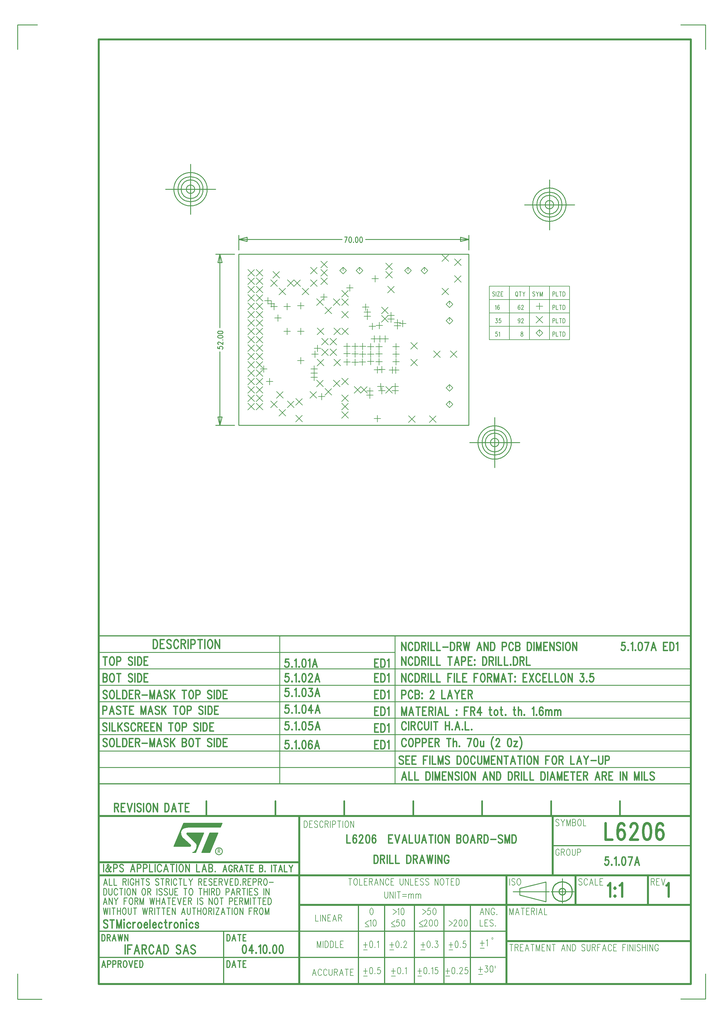
<source format=gbr>
*
*
G04 PowerPCB (Build Number [351.51 ]) generated Gerber (RS-274-X) file*
G04 PC Version=2.1*
*
%IN "L6206Pd-2.pcb"*%
*
%MOIN*%
*
%FSLAX35Y35*%
*
*
*
*
G04 PC Standard Apertures*
*
*
G04 Thermal Relief Aperture macro.*
%AMTER*
1,1,$1,0,0*
1,0,$1-$2,0,0*
21,0,$3,$4,0,0,45*
21,0,$3,$4,0,0,135*
%
*
*
G04 Annular Aperture macro.*
%AMANN*
1,1,$1,0,0*
1,0,$2,0,0*
%
*
*
G04 Odd Aperture macro.*
%AMODD*
1,1,$1,0,0*
1,0,$1-0.005,0,0*
%
*
*
G04 PC Custom Aperture Macros*
*
*
*
*
*
*
G04 PC Aperture Table*
*
%ADD010C,0.02*%
%ADD011C,0.01*%
%ADD012C,0.012*%
%ADD014C,0.024*%
%ADD015C,0.008*%
%ADD016C,0.015*%
%ADD017C,0.007*%
%ADD018C,0.004*%
%ADD027C,0.03*%
%ADD028C,0.025*%
*
*
*
*
G04 PC Custom Flashes*
G04 Layer Name L6206Pd-2.pcb - flashes*
%LPD*%
*
*
G04 PC Circuitry*
G04 Layer Name L6206Pd-2.pcb - circuitry*
%LPD*%
*
G54D10*
G01X734295Y236644D02*
Y254144D01*
X651795Y236644D02*
Y254144D01*
X569295Y236644D02*
Y254144D01*
X486795Y236644D02*
Y254144D01*
X404295Y236644D02*
Y254144D01*
X321795Y236644D02*
Y254144D01*
X239295Y236644D02*
Y254144D01*
G54D11*
X277815Y703891D02*
X553405D01*
X553405D02*
Y908616D01*
X553405D02*
X277815D01*
Y703891*
X110545Y432209D02*
X464876D01*
X110545Y412524D02*
X819206D01*
X110545Y392839D02*
X819206D01*
X110545Y373154D02*
X819206D01*
X110545Y353469D02*
X819206D01*
X110545Y333784D02*
X819206D01*
X110545Y314099D02*
X819206D01*
X110545Y294414D02*
X819206D01*
X327080Y274729D02*
Y451894D01*
X464876D02*
Y274729D01*
X220295Y1016144D02*
Y956144D01*
X190295Y986144D02*
X250295D01*
X240295D02*
G75*
G03X240295I-20000D01*
G01X235295D02*
G03X235295I-15000D01*
G01X231475D02*
G03X231475I-11180D01*
G01X225295D02*
G03X225295I-5000D01*
G01X649795Y997644D02*
Y937644D01*
X619795Y967644D02*
X679795D01*
X669795D02*
G03X669795I-20000D01*
G01X664795D02*
G03X664795I-15000D01*
G01X660975D02*
G03X660975I-11180D01*
G01X654795D02*
G03X654795I-5000D01*
G01X13409Y17471D02*
Y47372D01*
X836638Y1182825D02*
Y1153672D01*
Y1182825D02*
X807063D01*
X606275Y145798D02*
X649582D01*
X653519D02*
X677141D01*
X665330Y133987D02*
Y157609D01*
X645645D02*
Y133987D01*
X614149Y141861*
Y149735*
X645645Y157609*
X665330D02*
Y161546D01*
X653519Y145798D02*
X651551D01*
X677141D02*
X679110D01*
X665330Y133987D02*
Y132018D01*
X257043Y227254D02*
X212161D01*
X257043Y226664D02*
X212161D01*
X256452Y226073D02*
X211571D01*
X256452Y225483D02*
X211571D01*
X256452Y224892D02*
X210980D01*
X255862Y224301D02*
X210980D01*
X255271Y223711D02*
X215704D01*
Y223120*
X217476Y223711D02*
X210389D01*
X215114Y223120D02*
X210980D01*
X212161Y222530D02*
X209799D01*
X211571Y221939D02*
X209799D01*
X210980D02*
X209799D01*
X213342Y223120D02*
X210389D01*
Y221349D02*
X209208D01*
Y220168D02*
X210980Y221939D01*
X208027Y216624D02*
X207437D01*
X208027Y216034D02*
X207437D01*
X209208Y220168D02*
X210389Y221349D01*
X208027Y215443D02*
X206846D01*
X208027Y214853D02*
X206846D01*
X208027Y214262D02*
X206846D01*
X208027Y213672D02*
X206256D01*
X208618Y213081D02*
X206256D01*
X208618Y212490D02*
X205665D01*
X208618Y211900D02*
X205665D01*
X209208Y211309D02*
X205665D01*
X209799Y210719D02*
X205075D01*
X209799Y210128D02*
X205075D01*
X210389Y209538D02*
X204484D01*
X210980Y208947D02*
X204484D01*
X212161Y208357D02*
X204484D01*
X212752Y207766D02*
X203893D01*
X213342Y207175D02*
X203303D01*
X213933Y206585D02*
X203303D01*
X214523Y205994D02*
X203303D01*
X215114Y205404D02*
X202712D01*
X215704Y204813D02*
X202712D01*
X216295Y204223D02*
X202122D01*
X217476Y203632D02*
X202122D01*
X218067Y203042D02*
X202122D01*
X218657Y202451D02*
X201531D01*
X219248Y201861D02*
X201531D01*
X219838Y201270D02*
X201531D01*
X219838Y200679D02*
X200941D01*
X235193Y215443D02*
X216295D01*
Y214853*
X234602D02*
X216886D01*
X234602Y214262D02*
X216886D01*
X234602Y213672D02*
X217476D01*
X234012Y213081D02*
X218657D01*
X234012Y212490D02*
X218657D01*
X233421Y211900D02*
X219838D01*
X233421Y211309D02*
X220429D01*
X233421Y210719D02*
X221019D01*
X232830Y210128D02*
X221610D01*
X232830Y209538D02*
X222201D01*
X232240Y208947D02*
X222791D01*
X232240Y208357D02*
X223382D01*
X231649Y207766D02*
X223972D01*
X231649Y207175D02*
X224563D01*
X231649Y206585D02*
X224563D01*
X231059Y205994D02*
X225744D01*
X231059Y205404D02*
X226334D01*
X230468Y204813D02*
X226925D01*
X230468Y204223D02*
X226925D01*
X230468Y203632D02*
X227515D01*
X229878Y203042D02*
X228106D01*
X229878Y202451D02*
X228106D01*
X229287Y201861D02*
X228106D01*
X229287Y201270D02*
X228106D01*
X229287Y200679D02*
X228106D01*
X228697Y200089D02*
X228106D01*
X228697Y199498D02*
X228106D01*
Y198908D02*
Y197727D01*
X227515Y195955D02*
X226925D01*
Y195364D02*
X226334D01*
X226925Y194774D02*
X225744D01*
X226334Y194183D02*
X225744D01*
X226334Y193593D02*
X225153D01*
X243460Y215443D02*
X252319D01*
X243460Y214853D02*
X251728D01*
X242870Y214262D02*
X251728D01*
X242870Y213672D02*
X251138D01*
X242279Y213081D02*
X251138D01*
X242279Y212490D02*
X250547D01*
X242279Y211900D02*
X250547D01*
X241689Y211309D02*
X250547D01*
X241689Y210719D02*
X249956D01*
X241098Y210128D02*
X249956D01*
X241098Y209538D02*
X249366D01*
X240508Y208947D02*
X249366D01*
X240508Y208357D02*
X249366D01*
X240508Y207766D02*
X248775D01*
X239917Y207175D02*
X248775D01*
X239917Y206585D02*
X248185D01*
X239326Y205994D02*
X248185D01*
Y205404*
X239326D02*
X247594D01*
Y204813*
X238736Y204223D02*
X247594D01*
X238736Y204813D02*
X247004D01*
X238736Y203632D02*
X247004D01*
Y203042*
X238145D02*
X246413D01*
Y202451*
X238145D02*
X245823D01*
X237555Y201861D02*
X246413D01*
X237555Y201270D02*
X246413D01*
X237555Y200679D02*
X245823D01*
X236964Y200089D02*
X245823D01*
X236964Y199498D02*
X245232D01*
X236374Y198908D02*
X245232D01*
X236374Y198317D02*
X245232D01*
X235783Y197727D02*
X244641D01*
X235783Y197136D02*
X244641D01*
X235783Y196546D02*
X244051D01*
X235193Y195955D02*
X244051D01*
X235193Y195364D02*
X244051D01*
X235193Y194774D02*
X243460D01*
X234602Y194183D02*
X243460D01*
X234602Y193593D02*
X242870D01*
X258417Y194144D02*
G03X258417I-4122D01*
G01X243311Y216250D02*
X252913D01*
X243311Y192939*
X233704*
X243311Y216250*
X217799D02*
X236008D01*
X226401Y192939*
X222701*
X224000Y193238*
X225201Y194140*
X227303Y197140*
X227901Y201242*
X227204Y203345*
X225701Y205242*
X217299Y213349*
X215897Y214648*
X215598Y215550*
X216299Y216050*
X217799Y216250*
X211795Y209144D02*
X210295Y210447D01*
X209094Y212349*
X208496Y214648*
X208397Y217050*
X209197Y219349*
X210795Y221349*
X213598Y222652*
X217598Y223152*
X255815Y223050*
X257913Y227853*
X211795*
X200193Y200144*
X218000*
X219401*
X220098Y200644*
X220201Y201542*
X219299Y202443*
X211795Y209144*
X807063Y17471D02*
X836638D01*
Y47372*
X13362Y17175D02*
X42153D01*
X13409Y1182825D02*
Y1153672D01*
Y1182805D02*
X37035D01*
X277815Y703891D02*
X277817D01*
X277815Y908616D02*
X277817D01*
X255315Y703891D02*
Y792004D01*
Y703891D02*
X252815Y713891D01*
X252815D02*
X257815D01*
X257815D02*
X255315Y703891D01*
Y908616D02*
Y820504D01*
Y908616D02*
X257815Y898616D01*
X252815*
X255315Y908616*
X272815Y703891D02*
X250315D01*
X272815Y908616D02*
X250315D01*
X252502Y797958D02*
Y795685D01*
X252502D02*
X255315Y795458D01*
X255315D02*
X255002Y795685D01*
X255002D02*
X254690Y796367D01*
X254690D02*
Y797049D01*
X255002Y797731*
X255002D02*
X255627Y798185D01*
X255627D02*
X256565Y798413D01*
X257190Y798185*
X257190D02*
X258127Y797958D01*
X258127D02*
X258752Y797504D01*
X258752D02*
X259065Y796822D01*
Y796140*
X258752Y795458*
X258752D02*
X258440Y795231D01*
X257815Y795004*
X254065Y800685D02*
X253752D01*
X253752D02*
X253127Y800913D01*
X253127D02*
X252815Y801140D01*
X252502Y801594*
X252502D02*
Y802504D01*
X252502D02*
X252815Y802958D01*
X252815D02*
X253127Y803185D01*
X253127D02*
X253752Y803413D01*
X253752D02*
X254377D01*
X254377D02*
X255002Y803185D01*
X255002D02*
X255940Y802731D01*
X259065Y800458*
X259065D02*
Y803640D01*
X258440Y805913D02*
X258752Y805685D01*
X258752D02*
X259065Y805913D01*
X258752Y806140*
X258752D02*
X258440Y805913D01*
X252502Y809549D02*
X252815Y808867D01*
X252815D02*
X253752Y808413D01*
X253752D02*
X255315Y808185D01*
X255315D02*
X256252D01*
X256252D02*
X257815Y808413D01*
X258752Y808867*
X258752D02*
X259065Y809549D01*
Y810004*
X258752Y810685*
X258752D02*
X257815Y811140D01*
X256252Y811367*
X256252D02*
X255315D01*
X255315D02*
X253752Y811140D01*
X253752D02*
X252815Y810685D01*
X252815D02*
X252502Y810004D01*
X252502D02*
Y809549D01*
Y814776D02*
X252815Y814094D01*
X252815D02*
X253752Y813640D01*
X253752D02*
X255315Y813413D01*
X256252*
X256252D02*
X257815Y813640D01*
X258752Y814094*
X258752D02*
X259065Y814776D01*
X259065D02*
Y815231D01*
X258752Y815913*
X258752D02*
X257815Y816367D01*
X257815D02*
X256252Y816594D01*
X256252D02*
X255315D01*
X255315D02*
X253752Y816367D01*
X253752D02*
X252815Y815913D01*
X252502Y815231*
X252502D02*
Y814776D01*
X553405Y908616D02*
X553408D01*
X277815D02*
X277817D01*
X553405Y926254D02*
X429746D01*
X553405D02*
X543405Y923754D01*
X543405D02*
Y928754D01*
X543405D02*
X553405Y926254D01*
X277815D02*
X401474D01*
X277815D02*
X287815Y928754D01*
Y923754*
X277815Y926254*
X553405Y913616D02*
Y931254D01*
X277815Y913616D02*
Y931254D01*
X407655Y929066D02*
X405383Y922504D01*
X404474Y929066D02*
X407655D01*
X411065D02*
X410383Y928754D01*
X409928Y927816*
X409928D02*
X409701Y926254D01*
Y925316*
X409701D02*
X409928Y923754D01*
X409928D02*
X410383Y922816D01*
X410383D02*
X411065Y922504D01*
X411519*
X411519D02*
X412201Y922816D01*
X412201D02*
X412655Y923754D01*
X412655D02*
X412883Y925316D01*
X412883D02*
Y926254D01*
X412655Y927816*
X412655D02*
X412201Y928754D01*
X411519Y929066*
X411519D02*
X411065D01*
X415155Y923129D02*
X414928Y922816D01*
X414928D02*
X415155Y922504D01*
X415155D02*
X415383Y922816D01*
X415383D02*
X415155Y923129D01*
X418792Y929066D02*
X418110Y928754D01*
X417655Y927816*
X417655D02*
X417428Y926254D01*
X417428D02*
Y925316D01*
X417428D02*
X417655Y923754D01*
X417655D02*
X418110Y922816D01*
X418110D02*
X418792Y922504D01*
X419246*
X419246D02*
X419928Y922816D01*
X419928D02*
X420383Y923754D01*
X420610Y925316*
X420610D02*
Y926254D01*
X420383Y927816*
X420383D02*
X419928Y928754D01*
X419928D02*
X419246Y929066D01*
X419246D02*
X418792D01*
X424019D02*
X423337Y928754D01*
X423337D02*
X422883Y927816D01*
X422883D02*
X422655Y926254D01*
X422655D02*
Y925316D01*
X422655D02*
X422883Y923754D01*
X423337Y922816*
X423337D02*
X424019Y922504D01*
X424019D02*
X424474D01*
X425155Y922816*
X425155D02*
X425610Y923754D01*
X425837Y925316*
X425837D02*
Y926254D01*
X425837D02*
X425610Y927816D01*
X425610D02*
X425155Y928754D01*
X425155D02*
X424474Y929066D01*
X424474D02*
X424019D01*
X584295Y713144D02*
Y653144D01*
X554295Y683144D02*
X614295D01*
X604295D02*
G03X604295I-20000D01*
G01X599295D02*
G03X599295I-15000D01*
G01X595475D02*
G03X595475I-11180D01*
G01X589295D02*
G03X589295I-5000D01*
G01X118299Y161546D02*
X116118Y153671D01*
X118299Y161546D02*
X120481Y153671D01*
X116936Y156296D02*
X119663D01*
X122936Y161546D02*
Y153671D01*
X126208*
X128663Y161546D02*
Y153671D01*
X131936*
X139299Y161546D02*
Y153671D01*
Y161546D02*
X141754D01*
X142572Y161171*
X142572D02*
X142845Y160796D01*
X143118Y160046*
Y159296*
X142845Y158546*
X142572Y158171*
X142572D02*
X141754Y157796D01*
X139299*
X141208D02*
X143118Y153671D01*
X145572Y161546D02*
Y153671D01*
X152118Y159671D02*
X151845Y160421D01*
X151299Y161171*
X151299D02*
X150754Y161546D01*
X149663*
X149118Y161171*
X148572Y160421*
X148572D02*
X148299Y159671D01*
X148299D02*
X148027Y158546D01*
Y156671*
X148299Y155546*
X148299D02*
X148572Y154796D01*
X148572D02*
X149118Y154046D01*
X149663Y153671*
X150754*
X151299Y154046*
X151299D02*
X151845Y154796D01*
X152118Y155546*
Y156671*
X150754D02*
X152118D01*
X154572Y161546D02*
Y153671D01*
X158390Y161546D02*
Y153671D01*
X154572Y157796D02*
X158390D01*
X162754Y161546D02*
Y153671D01*
X160845Y161546D02*
X164663D01*
X170936Y160421D02*
X170390Y161171D01*
X170390D02*
X169572Y161546D01*
X169572D02*
X168481D01*
X168481D02*
X167663Y161171D01*
X167118Y160421*
Y159671*
X167390Y158921*
X167390D02*
X167663Y158546D01*
X168208Y158171*
X168208D02*
X169845Y157421D01*
X170390Y157046*
X170390D02*
X170663Y156671D01*
X170936Y155921*
Y154796*
X170390Y154046*
X170390D02*
X169572Y153671D01*
X169572D02*
X168481D01*
X168481D02*
X167663Y154046D01*
X167118Y154796*
X182118Y160421D02*
X181572Y161171D01*
X181572D02*
X180754Y161546D01*
X179663*
X178845Y161171*
X178299Y160421*
X178299D02*
Y159671D01*
X178299D02*
X178572Y158921D01*
X178572D02*
X178845Y158546D01*
X179390Y158171*
X179390D02*
X181027Y157421D01*
X181572Y157046*
X181572D02*
X181845Y156671D01*
X182118Y155921*
Y154796*
X181572Y154046*
X181572D02*
X180754Y153671D01*
X179663*
X178845Y154046*
X178299Y154796*
X186481Y161546D02*
Y153671D01*
X184572Y161546D02*
X188390D01*
X190845D02*
Y153671D01*
Y161546D02*
X193299D01*
X193299D02*
X194118Y161171D01*
X194390Y160796*
X194390D02*
X194663Y160046D01*
Y159296*
X194390Y158546*
X194390D02*
X194118Y158171D01*
X193299Y157796*
X193299D02*
X190845D01*
X192754D02*
X194663Y153671D01*
X197118Y161546D02*
Y153671D01*
X203663Y159671D02*
X203390Y160421D01*
X203390D02*
X202845Y161171D01*
X202299Y161546*
X202299D02*
X201208D01*
X201208D02*
X200663Y161171D01*
X200118Y160421*
X199845Y159671*
X199572Y158546*
X199572D02*
Y156671D01*
X199572D02*
X199845Y155546D01*
X200118Y154796*
X200663Y154046*
X201208Y153671*
X201208D02*
X202299D01*
X202299D02*
X202845Y154046D01*
X203390Y154796*
X203390D02*
X203663Y155546D01*
X208027Y161546D02*
Y153671D01*
X206118Y161546D02*
X209936D01*
X212390D02*
Y153671D01*
X212390D02*
X215663D01*
X218118Y161546D02*
X220299Y157796D01*
X220299D02*
Y153671D01*
X222481Y161546D02*
X220299Y157796D01*
X229845Y161546D02*
Y153671D01*
Y161546D02*
X232299D01*
X232299D02*
X233118Y161171D01*
X233390Y160796*
X233390D02*
X233663Y160046D01*
Y159296*
X233390Y158546*
X233390D02*
X233118Y158171D01*
X232299Y157796*
X232299D02*
X229845D01*
X231754D02*
X233663Y153671D01*
X236118Y161546D02*
Y153671D01*
Y161546D02*
X239663D01*
X236118Y157796D02*
X238299D01*
X236118Y153671D02*
X239663D01*
X245936Y160421D02*
X245390Y161171D01*
X245390D02*
X244572Y161546D01*
X244572D02*
X243481D01*
X243481D02*
X242663Y161171D01*
X242118Y160421*
Y159671*
X242390Y158921*
X242390D02*
X242663Y158546D01*
X243208Y158171*
X243208D02*
X244845Y157421D01*
X245390Y157046*
X245390D02*
X245663Y156671D01*
X245936Y155921*
Y154796*
X245390Y154046*
X245390D02*
X244572Y153671D01*
X244572D02*
X243481D01*
X243481D02*
X242663Y154046D01*
X242118Y154796*
X248390Y161546D02*
Y153671D01*
Y161546D02*
X251936D01*
X248390Y157796D02*
X250572D01*
X248390Y153671D02*
X251936D01*
X254390Y161546D02*
Y153671D01*
Y161546D02*
X256845D01*
X257663Y161171*
X257936Y160796*
X258208Y160046*
X258208D02*
Y159296D01*
X258208D02*
X257936Y158546D01*
X257663Y158171*
X256845Y157796*
X254390*
X256299D02*
X258208Y153671D01*
X260663Y161546D02*
X262845Y153671D01*
X265027Y161546D02*
X262845Y153671D01*
X267481Y161546D02*
Y153671D01*
Y161546D02*
X271027D01*
X267481Y157796D02*
X269663D01*
X267481Y153671D02*
X271027D01*
X273481Y161546D02*
Y153671D01*
Y161546D02*
X275390D01*
X275390D02*
X276208Y161171D01*
X276208D02*
X276754Y160421D01*
X277027Y159671*
X277299Y158546*
X277299D02*
Y156671D01*
X277299D02*
X277027Y155546D01*
X276754Y154796*
X276208Y154046*
X276208D02*
X275390Y153671D01*
X275390D02*
X273481D01*
X280027Y154421D02*
X279754Y154046D01*
X280027Y153671*
X280299Y154046*
X280299D02*
X280027Y154421D01*
X282754Y161546D02*
Y153671D01*
Y161546D02*
X285208D01*
X285208D02*
X286027Y161171D01*
X286299Y160796*
X286299D02*
X286572Y160046D01*
X286572D02*
Y159296D01*
X286572D02*
X286299Y158546D01*
X286299D02*
X286027Y158171D01*
X285208Y157796*
X285208D02*
X282754D01*
X284663D02*
X286572Y153671D01*
X289027Y161546D02*
Y153671D01*
Y161546D02*
X292572D01*
X289027Y157796D02*
X291208D01*
X289027Y153671D02*
X292572D01*
X295027Y161546D02*
Y153671D01*
Y161546D02*
X297481D01*
X297481D02*
X298299Y161171D01*
X298299D02*
X298572Y160796D01*
X298572D02*
X298845Y160046D01*
Y158921*
X298572Y158171*
X298572D02*
X298299Y157796D01*
X298299D02*
X297481Y157421D01*
X297481D02*
X295027D01*
X301299Y161546D02*
Y153671D01*
Y161546D02*
X303754D01*
X304572Y161171*
X304572D02*
X304845Y160796D01*
X305118Y160046*
Y159296*
X304845Y158546*
X304572Y158171*
X304572D02*
X303754Y157796D01*
X301299*
X303208D02*
X305118Y153671D01*
X309208Y161546D02*
X308663Y161171D01*
X308118Y160421*
X307845Y159671*
X307572Y158546*
X307572D02*
Y156671D01*
X307572D02*
X307845Y155546D01*
X308118Y154796*
X308663Y154046*
X309208Y153671*
X309208D02*
X310299D01*
X310299D02*
X310845Y154046D01*
X311390Y154796*
X311390D02*
X311663Y155546D01*
X311936Y156671*
Y158546*
X311663Y159671*
X311390Y160421*
X311390D02*
X310845Y161171D01*
X310299Y161546*
X310299D02*
X309208D01*
X314390Y157046D02*
X319299D01*
X116118Y149735D02*
Y141860D01*
Y149735D02*
X118027D01*
X118845Y149360*
X119390Y148610*
X119390D02*
X119663Y147860D01*
X119936Y146735*
Y144860*
X119663Y143735*
X119390Y142985*
X119390D02*
X118845Y142235D01*
X118027Y141860*
X116118*
X122390Y149735D02*
Y144110D01*
X122390D02*
X122663Y142985D01*
X123208Y142235*
X123208D02*
X124027Y141860D01*
X124572*
X124572D02*
X125390Y142235D01*
X125390D02*
X125936Y142985D01*
X126208Y144110*
X126208D02*
Y149735D01*
X132754Y147860D02*
X132481Y148610D01*
X132481D02*
X131936Y149360D01*
X131390Y149735*
X131390D02*
X130299D01*
X130299D02*
X129754Y149360D01*
X129208Y148610*
X129208D02*
X128936Y147860D01*
X128663Y146735*
Y144860*
X128936Y143735*
X129208Y142985*
X129208D02*
X129754Y142235D01*
X130299Y141860*
X130299D02*
X131390D01*
X131390D02*
X131936Y142235D01*
X132481Y142985*
X132481D02*
X132754Y143735D01*
X137118Y149735D02*
Y141860D01*
X135208Y149735D02*
X139027D01*
X141481D02*
Y141860D01*
X145572Y149735D02*
X145027Y149360D01*
X144481Y148610*
X144481D02*
X144208Y147860D01*
X144208D02*
X143936Y146735D01*
Y144860*
X144208Y143735*
X144208D02*
X144481Y142985D01*
X144481D02*
X145027Y142235D01*
X145572Y141860*
X145572D02*
X146663D01*
X147208Y142235*
X147208D02*
X147754Y142985D01*
X148027Y143735*
X148299Y144860*
X148299D02*
Y146735D01*
X148299D02*
X148027Y147860D01*
X147754Y148610*
X147208Y149360*
X147208D02*
X146663Y149735D01*
X145572*
X150754D02*
Y141860D01*
Y149735D02*
X154572Y141860D01*
Y149735D02*
Y141860D01*
X163572Y149735D02*
X163027Y149360D01*
X162481Y148610*
X162481D02*
X162208Y147860D01*
X162208D02*
X161936Y146735D01*
Y144860*
X162208Y143735*
X162208D02*
X162481Y142985D01*
X162481D02*
X163027Y142235D01*
X163572Y141860*
X163572D02*
X164663D01*
X165208Y142235*
X165208D02*
X165754Y142985D01*
X166027Y143735*
X166299Y144860*
X166299D02*
Y146735D01*
X166299D02*
X166027Y147860D01*
X165754Y148610*
X165208Y149360*
X165208D02*
X164663Y149735D01*
X163572*
X168754D02*
Y141860D01*
Y149735D02*
X171208D01*
X171208D02*
X172027Y149360D01*
X172299Y148985*
X172299D02*
X172572Y148235D01*
X172572D02*
Y147485D01*
X172572D02*
X172299Y146735D01*
X172299D02*
X172027Y146360D01*
X171208Y145985*
X171208D02*
X168754D01*
X170663D02*
X172572Y141860D01*
X179936Y149735D02*
Y141860D01*
X186208Y148610D02*
X185663Y149360D01*
X184845Y149735*
X183754*
X182936Y149360*
X182390Y148610*
X182390D02*
Y147860D01*
X182390D02*
X182663Y147110D01*
X182936Y146735*
X183481Y146360*
X183481D02*
X185118Y145610D01*
X185663Y145235*
X185936Y144860*
X186208Y144110*
X186208D02*
Y142985D01*
X186208D02*
X185663Y142235D01*
X184845Y141860*
X183754*
X182936Y142235*
X182390Y142985*
X192481Y148610D02*
X191936Y149360D01*
X191118Y149735*
X190027*
X189208Y149360*
X189208D02*
X188663Y148610D01*
Y147860*
X188936Y147110*
X189208Y146735*
X189208D02*
X189754Y146360D01*
X191390Y145610*
X191390D02*
X191936Y145235D01*
X192208Y144860*
X192208D02*
X192481Y144110D01*
X192481D02*
Y142985D01*
X192481D02*
X191936Y142235D01*
X191118Y141860*
X190027*
X189208Y142235*
X189208D02*
X188663Y142985D01*
X194936Y149735D02*
Y144110D01*
X195208Y142985*
X195208D02*
X195754Y142235D01*
X196572Y141860*
X196572D02*
X197118D01*
X197936Y142235*
X198481Y142985*
X198481D02*
X198754Y144110D01*
Y149735*
X201208D02*
Y141860D01*
Y149735D02*
X204754D01*
X201208Y145985D02*
X203390D01*
X201208Y141860D02*
X204754D01*
X214027Y149735D02*
Y141860D01*
X212118Y149735D02*
X215936D01*
X220027D02*
X219481Y149360D01*
X219481D02*
X218936Y148610D01*
X218663Y147860*
X218390Y146735*
X218390D02*
Y144860D01*
X218390D02*
X218663Y143735D01*
X218936Y142985*
X219481Y142235*
X219481D02*
X220027Y141860D01*
X221118*
X221663Y142235*
X222208Y142985*
X222208D02*
X222481Y143735D01*
X222481D02*
X222754Y144860D01*
Y146735*
X222481Y147860*
X222481D02*
X222208Y148610D01*
X222208D02*
X221663Y149360D01*
X221118Y149735*
X220027*
X232027D02*
Y141860D01*
X230118Y149735D02*
X233936D01*
X236390D02*
Y141860D01*
X240208Y149735D02*
Y141860D01*
X236390Y145985D02*
X240208D01*
X242663Y149735D02*
Y141860D01*
X245118Y149735D02*
Y141860D01*
Y149735D02*
X247572D01*
X247572D02*
X248390Y149360D01*
X248390D02*
X248663Y148985D01*
X248936Y148235*
Y147485*
X248663Y146735*
X248390Y146360*
X248390D02*
X247572Y145985D01*
X247572D02*
X245118D01*
X247027D02*
X248936Y141860D01*
X251390Y149735D02*
Y141860D01*
Y149735D02*
X253299D01*
X253299D02*
X254118Y149360D01*
X254663Y148610*
X254936Y147860*
X255208Y146735*
X255208D02*
Y144860D01*
X255208D02*
X254936Y143735D01*
X254663Y142985*
X254118Y142235*
X253299Y141860*
X253299D02*
X251390D01*
X262572Y149735D02*
Y141860D01*
Y149735D02*
X265027D01*
X265845Y149360*
X266118Y148985*
X266390Y148235*
X266390D02*
Y147110D01*
X266390D02*
X266118Y146360D01*
X265845Y145985*
X265027Y145610*
X262572*
X271027Y149735D02*
X268845Y141860D01*
X271027Y149735D02*
X273208Y141860D01*
X269663Y144485D02*
X272390D01*
X275663Y149735D02*
Y141860D01*
Y149735D02*
X278118D01*
X278936Y149360*
X279208Y148985*
X279208D02*
X279481Y148235D01*
X279481D02*
Y147485D01*
X279481D02*
X279208Y146735D01*
X279208D02*
X278936Y146360D01*
X278118Y145985*
X275663*
X277572D02*
X279481Y141860D01*
X283845Y149735D02*
Y141860D01*
X281936Y149735D02*
X285754D01*
X288208D02*
Y141860D01*
X290663Y149735D02*
Y141860D01*
Y149735D02*
X294208D01*
X290663Y145985D02*
X292845D01*
X290663Y141860D02*
X294208D01*
X300481Y148610D02*
X299936Y149360D01*
X299118Y149735*
X298027*
X297208Y149360*
X297208D02*
X296663Y148610D01*
Y147860*
X296936Y147110*
X297208Y146735*
X297208D02*
X297754Y146360D01*
X299390Y145610*
X299390D02*
X299936Y145235D01*
X300208Y144860*
X300208D02*
X300481Y144110D01*
X300481D02*
Y142985D01*
X300481D02*
X299936Y142235D01*
X299118Y141860*
X298027*
X297208Y142235*
X297208D02*
X296663Y142985D01*
X307845Y149735D02*
Y141860D01*
X310299Y149735D02*
Y141860D01*
Y149735D02*
X314118Y141860D01*
Y149735D02*
Y141860D01*
X117976Y138519D02*
X115795Y130644D01*
X117976Y138519D02*
X120158Y130644D01*
X116613Y133269D02*
X119340D01*
X122613Y138519D02*
Y130644D01*
Y138519D02*
X126431Y130644D01*
Y138519D02*
Y130644D01*
X128885Y138519D02*
X131067Y134769D01*
X131067D02*
Y130644D01*
X133249Y138519D02*
X131067Y134769D01*
X140613Y138519D02*
Y130644D01*
Y138519D02*
X144158D01*
X140613Y134769D02*
X142795D01*
X148249Y138519D02*
X147704Y138144D01*
X147158Y137394*
X147158D02*
X146885Y136644D01*
X146885D02*
X146613Y135519D01*
Y133644*
X146885Y132519*
X146885D02*
X147158Y131769D01*
X147158D02*
X147704Y131019D01*
X148249Y130644*
X148249D02*
X149340D01*
X149885Y131019*
X149885D02*
X150431Y131769D01*
X150704Y132519*
X150976Y133644*
X150976D02*
Y135519D01*
X150976D02*
X150704Y136644D01*
X150431Y137394*
X149885Y138144*
X149885D02*
X149340Y138519D01*
X148249*
X153431D02*
Y130644D01*
Y138519D02*
X155885D01*
X155885D02*
X156704Y138144D01*
X156976Y137769*
X156976D02*
X157249Y137019D01*
X157249D02*
Y136269D01*
X157249D02*
X156976Y135519D01*
X156976D02*
X156704Y135144D01*
X155885Y134769*
X155885D02*
X153431D01*
X155340D02*
X157249Y130644D01*
X159704Y138519D02*
Y130644D01*
Y138519D02*
X161885Y130644D01*
X164067Y138519D02*
X161885Y130644D01*
X164067Y138519D02*
Y130644D01*
X171431Y138519D02*
X172795Y130644D01*
X174158Y138519D02*
X172795Y130644D01*
X174158Y138519D02*
X175522Y130644D01*
X176885Y138519D02*
X175522Y130644D01*
X179340Y138519D02*
Y130644D01*
X183158Y138519D02*
Y130644D01*
X179340Y134769D02*
X183158D01*
X187795Y138519D02*
X185613Y130644D01*
X187795Y138519D02*
X189976Y130644D01*
X186431Y133269D02*
X189158D01*
X194340Y138519D02*
Y130644D01*
X192431Y138519D02*
X196249D01*
X198704D02*
Y130644D01*
Y138519D02*
X202249D01*
X198704Y134769D02*
X200885D01*
X198704Y130644D02*
X202249D01*
X204704Y138519D02*
X206885Y130644D01*
X209067Y138519D02*
X206885Y130644D01*
X211522Y138519D02*
Y130644D01*
Y138519D02*
X215067D01*
X211522Y134769D02*
X213704D01*
X211522Y130644D02*
X215067D01*
X217522Y138519D02*
Y130644D01*
Y138519D02*
X219976D01*
X219976D02*
X220795Y138144D01*
X221067Y137769*
X221067D02*
X221340Y137019D01*
Y136269*
X221067Y135519*
X221067D02*
X220795Y135144D01*
X219976Y134769*
X219976D02*
X217522D01*
X219431D02*
X221340Y130644D01*
X228704Y138519D02*
Y130644D01*
X234976Y137394D02*
X234431Y138144D01*
X233613Y138519*
X232522*
X231704Y138144*
X231158Y137394*
X231158D02*
Y136644D01*
X231158D02*
X231431Y135894D01*
X231704Y135519*
X232249Y135144*
X232249D02*
X233885Y134394D01*
X233885D02*
X234431Y134019D01*
X234704Y133644*
X234976Y132894*
X234976D02*
Y131769D01*
X234976D02*
X234431Y131019D01*
X233613Y130644*
X232522*
X231704Y131019*
X231158Y131769*
X242340Y138519D02*
Y130644D01*
Y138519D02*
X246158Y130644D01*
Y138519D02*
Y130644D01*
X250249Y138519D02*
X249704Y138144D01*
X249158Y137394*
X249158D02*
X248885Y136644D01*
X248885D02*
X248613Y135519D01*
Y133644*
X248885Y132519*
X248885D02*
X249158Y131769D01*
X249158D02*
X249704Y131019D01*
X250249Y130644*
X250249D02*
X251340D01*
X251885Y131019*
X251885D02*
X252431Y131769D01*
X252704Y132519*
X252976Y133644*
X252976D02*
Y135519D01*
X252976D02*
X252704Y136644D01*
X252431Y137394*
X251885Y138144*
X251885D02*
X251340Y138519D01*
X250249*
X257340D02*
Y130644D01*
X255431Y138519D02*
X259249D01*
X266613D02*
Y130644D01*
Y138519D02*
X269067D01*
X269067D02*
X269885Y138144D01*
X269885D02*
X270158Y137769D01*
X270158D02*
X270431Y137019D01*
Y135894*
X270158Y135144*
X270158D02*
X269885Y134769D01*
X269885D02*
X269067Y134394D01*
X269067D02*
X266613D01*
X272885Y138519D02*
Y130644D01*
Y138519D02*
X276431D01*
X272885Y134769D02*
X275067D01*
X272885Y130644D02*
X276431D01*
X278885Y138519D02*
Y130644D01*
Y138519D02*
X281340D01*
X282158Y138144*
X282158D02*
X282431Y137769D01*
X282704Y137019*
Y136269*
X282431Y135519*
X282158Y135144*
X282158D02*
X281340Y134769D01*
X278885*
X280795D02*
X282704Y130644D01*
X285158Y138519D02*
Y130644D01*
Y138519D02*
X287340Y130644D01*
X289522Y138519D02*
X287340Y130644D01*
X289522Y138519D02*
Y130644D01*
X291976Y138519D02*
Y130644D01*
X296340Y138519D02*
Y130644D01*
X294431Y138519D02*
X298249D01*
X302613D02*
Y130644D01*
X300704Y138519D02*
X304522D01*
X306976D02*
Y130644D01*
Y138519D02*
X310522D01*
X306976Y134769D02*
X309158D01*
X306976Y130644D02*
X310522D01*
X312976Y138519D02*
Y130644D01*
Y138519D02*
X314885D01*
X314885D02*
X315704Y138144D01*
X316249Y137394*
X316249D02*
X316522Y136644D01*
X316795Y135519*
Y133644*
X316522Y132519*
X316249Y131769*
X316249D02*
X315704Y131019D01*
X314885Y130644*
X314885D02*
X312976D01*
X115795Y126519D02*
X117158Y118644D01*
X118522Y126519D02*
X117158Y118644D01*
X118522Y126519D02*
X119885Y118644D01*
X121249Y126519D02*
X119885Y118644D01*
X123704Y126519D02*
Y118644D01*
X128067Y126519D02*
Y118644D01*
X126158Y126519D02*
X129976D01*
X132431D02*
Y118644D01*
X136249Y126519D02*
Y118644D01*
X132431Y122769D02*
X136249D01*
X140340Y126519D02*
X139795Y126144D01*
X139249Y125394*
X139249D02*
X138976Y124644D01*
X138976D02*
X138704Y123519D01*
Y121644*
X138976Y120519*
X138976D02*
X139249Y119769D01*
X139249D02*
X139795Y119019D01*
X140340Y118644*
X141431*
X141976Y119019*
X141976D02*
X142522Y119769D01*
X142795Y120519*
X143067Y121644*
X143067D02*
Y123519D01*
X143067D02*
X142795Y124644D01*
X142522Y125394*
X141976Y126144*
X141976D02*
X141431Y126519D01*
X140340*
X145522D02*
Y120894D01*
X145795Y119769*
X146340Y119019*
X147158Y118644*
X147158D02*
X147704D01*
X148522Y119019*
X149067Y119769*
X149067D02*
X149340Y120894D01*
Y126519*
X153704D02*
Y118644D01*
X151795Y126519D02*
X155613D01*
X162976D02*
X164340Y118644D01*
X165704Y126519D02*
X164340Y118644D01*
X165704Y126519D02*
X167067Y118644D01*
X168431Y126519D02*
X167067Y118644D01*
X170885Y126519D02*
Y118644D01*
Y126519D02*
X173340D01*
X174158Y126144*
X174158D02*
X174431Y125769D01*
X174704Y125019*
Y124269*
X174431Y123519*
X174158Y123144*
X174158D02*
X173340Y122769D01*
X170885*
X172795D02*
X174704Y118644D01*
X177158Y126519D02*
Y118644D01*
X181522Y126519D02*
Y118644D01*
X179613Y126519D02*
X183431D01*
X187795D02*
Y118644D01*
X185885Y126519D02*
X189704D01*
X192158D02*
Y118644D01*
Y126519D02*
X195704D01*
X192158Y122769D02*
X194340D01*
X192158Y118644D02*
X195704D01*
X198158Y126519D02*
Y118644D01*
Y126519D02*
X201976Y118644D01*
Y126519D02*
Y118644D01*
X211522Y126519D02*
X209340Y118644D01*
X211522Y126519D02*
X213704Y118644D01*
X210158Y121269D02*
X212885D01*
X216158Y126519D02*
Y120894D01*
X216158D02*
X216431Y119769D01*
X216976Y119019*
X216976D02*
X217795Y118644D01*
X218340*
X219158Y119019*
X219158D02*
X219704Y119769D01*
X219976Y120894*
X219976D02*
Y126519D01*
X224340D02*
Y118644D01*
X222431Y126519D02*
X226249D01*
X228704D02*
Y118644D01*
X232522Y126519D02*
Y118644D01*
X228704Y122769D02*
X232522D01*
X236613Y126519D02*
X236067Y126144D01*
X236067D02*
X235522Y125394D01*
X235249Y124644*
X235249D02*
X234976Y123519D01*
X234976D02*
Y121644D01*
X234976D02*
X235249Y120519D01*
X235249D02*
X235522Y119769D01*
X236067Y119019*
X236067D02*
X236613Y118644D01*
X237704*
X238249Y119019*
X238249D02*
X238795Y119769D01*
X239067Y120519*
X239067D02*
X239340Y121644D01*
Y123519*
X239067Y124644*
X239067D02*
X238795Y125394D01*
X238249Y126144*
X238249D02*
X237704Y126519D01*
X236613*
X241795D02*
Y118644D01*
Y126519D02*
X244249D01*
X244249D02*
X245067Y126144D01*
X245067D02*
X245340Y125769D01*
X245613Y125019*
Y124269*
X245340Y123519*
X245067Y123144*
X245067D02*
X244249Y122769D01*
X244249D02*
X241795D01*
X243704D02*
X245613Y118644D01*
X248067Y126519D02*
Y118644D01*
X254340Y126519D02*
X250522Y118644D01*
Y126519D02*
X254340D01*
X250522Y118644D02*
X254340D01*
X258976Y126519D02*
X256795Y118644D01*
X258976Y126519D02*
X261158Y118644D01*
X257613Y121269D02*
X260340D01*
X265522Y126519D02*
Y118644D01*
X263613Y126519D02*
X267431D01*
X269885D02*
Y118644D01*
X273976Y126519D02*
X273431Y126144D01*
X272885Y125394*
X272885D02*
X272613Y124644D01*
X272340Y123519*
Y121644*
X272613Y120519*
X272885Y119769*
X272885D02*
X273431Y119019D01*
X273976Y118644*
X273976D02*
X275067D01*
X275067D02*
X275613Y119019D01*
X276158Y119769*
X276158D02*
X276431Y120519D01*
X276704Y121644*
Y123519*
X276431Y124644*
X276158Y125394*
X276158D02*
X275613Y126144D01*
X275067Y126519*
X275067D02*
X273976D01*
X279158D02*
Y118644D01*
Y126519D02*
X282976Y118644D01*
Y126519D02*
Y118644D01*
X290340Y126519D02*
Y118644D01*
Y126519D02*
X293885D01*
X290340Y122769D02*
X292522D01*
X296340Y126519D02*
Y118644D01*
Y126519D02*
X298795D01*
X299613Y126144*
X299885Y125769*
X299885D02*
X300158Y125019D01*
X300158D02*
Y124269D01*
X300158D02*
X299885Y123519D01*
X299885D02*
X299613Y123144D01*
X298795Y122769*
X296340*
X298249D02*
X300158Y118644D01*
X304249Y126519D02*
X303704Y126144D01*
X303158Y125394*
X303158D02*
X302885Y124644D01*
X302885D02*
X302613Y123519D01*
Y121644*
X302885Y120519*
X302885D02*
X303158Y119769D01*
X303158D02*
X303704Y119019D01*
X304249Y118644*
X304249D02*
X305340D01*
X305885Y119019*
X305885D02*
X306431Y119769D01*
X306704Y120519*
X306976Y121644*
X306976D02*
Y123519D01*
X306976D02*
X306704Y124644D01*
X306431Y125394*
X305885Y126144*
X305885D02*
X305340Y126519D01*
X304249*
X309431D02*
Y118644D01*
Y126519D02*
X311613Y118644D01*
X313795Y126519D02*
X311613Y118644D01*
X313795Y126519D02*
Y118644D01*
G54D12*
X110545Y451894D02*
X819206D01*
Y274729*
X110545*
Y451894*
X421236Y35561D02*
Y130050D01*
X452732Y35561D02*
Y130050D01*
X488165Y35561D02*
Y130050D01*
X523598Y35561D02*
Y130050D01*
X555094Y35561D02*
Y130050D01*
X350370Y67057D02*
X598401D01*
X350370Y98553D02*
X598401D01*
X653519Y200916D02*
X818874D01*
X259819Y35561D02*
Y98553D01*
X110212D02*
X350370D01*
X110212Y67057D02*
X350370D01*
X677140Y145798D02*
G03X677140I-11810D01*
G01X669267D02*
G03X669267I-3937D01*
G01X116118Y178607D02*
Y169420D01*
X125345Y174670D02*
Y175107D01*
X125345D02*
X125027Y175545D01*
X124708*
X124708D02*
X124390Y175107D01*
X124390D02*
X124072Y174232D01*
X124072D02*
X123436Y172045D01*
X122799Y170732*
X122799D02*
X122163Y169857D01*
X122163D02*
X121527Y169420D01*
X120254*
X119618Y169857*
X119618D02*
X119299Y170295D01*
X119299D02*
X118981Y171170D01*
X118981D02*
Y172045D01*
X118981D02*
X119299Y172920D01*
X119299D02*
X119618Y173357D01*
X119618D02*
X121845Y175107D01*
X121845D02*
X122163Y175545D01*
X122481Y176420*
X122481D02*
Y177295D01*
X122481D02*
X122163Y178170D01*
X121527Y178607*
X121527D02*
X120890Y178170D01*
X120890D02*
X120572Y177295D01*
X120572D02*
Y176420D01*
X120572D02*
X120890Y175107D01*
X120890D02*
X121527Y173795D01*
X123118Y170732*
X123118D02*
X123754Y169857D01*
X123754D02*
X124390Y169420D01*
X124390D02*
X125027D01*
X125345Y169857*
X125345D02*
Y170295D01*
X128208Y178607D02*
Y169420D01*
Y178607D02*
X131072D01*
X131072D02*
X132027Y178170D01*
X132345Y177732*
X132345D02*
X132663Y176857D01*
X132663D02*
Y175545D01*
X132345Y174670*
X132027Y174232*
X132027D02*
X131072Y173795D01*
X131072D02*
X128208D01*
X139981Y177295D02*
X139345Y178170D01*
X138390Y178607*
X138390D02*
X137118D01*
X137118D02*
X136163Y178170D01*
X135527Y177295*
Y176420*
X135845Y175545*
X136163Y175107*
X136163D02*
X136799Y174670D01*
X136799D02*
X138708Y173795D01*
X138708D02*
X139345Y173357D01*
X139345D02*
X139663Y172920D01*
X139981Y172045*
X139981D02*
Y170732D01*
X139981D02*
X139345Y169857D01*
X139345D02*
X138390Y169420D01*
X138390D02*
X137118D01*
X136163Y169857*
X136163D02*
X135527Y170732D01*
X151118Y178607D02*
X148572Y169420D01*
X151118Y178607D02*
X153663Y169420D01*
X149527Y172482D02*
X152708D01*
X156527Y178607D02*
Y169420D01*
Y178607D02*
X159390D01*
X159390D02*
X160345Y178170D01*
X160663Y177732*
X160663D02*
X160981Y176857D01*
X160981D02*
Y175545D01*
X160981D02*
X160663Y174670D01*
X160345Y174232*
X160345D02*
X159390Y173795D01*
X159390D02*
X156527D01*
X163845Y178607D02*
Y169420D01*
Y178607D02*
X166708D01*
X166708D02*
X167663Y178170D01*
X167981Y177732*
X167981D02*
X168299Y176857D01*
X168299D02*
Y175545D01*
X168299D02*
X167981Y174670D01*
X167981D02*
X167663Y174232D01*
X167663D02*
X166708Y173795D01*
X166708D02*
X163845D01*
X171163Y178607D02*
Y169420D01*
X174981*
X177845Y178607D02*
Y169420D01*
X185481Y176420D02*
X185163Y177295D01*
X184527Y178170*
X183890Y178607*
X183890D02*
X182618D01*
X182618D02*
X181981Y178170D01*
X181981D02*
X181345Y177295D01*
X181027Y176420*
X180708Y175107*
X180708D02*
Y172920D01*
X180708D02*
X181027Y171607D01*
X181027D02*
X181345Y170732D01*
X181345D02*
X181981Y169857D01*
X181981D02*
X182618Y169420D01*
X183890*
X183890D02*
X184527Y169857D01*
X184527D02*
X185163Y170732D01*
X185163D02*
X185481Y171607D01*
X190890Y178607D02*
X188345Y169420D01*
X190890Y178607D02*
X193436Y169420D01*
X189299Y172482D02*
X192481D01*
X198527Y178607D02*
Y169420D01*
X196299Y178607D02*
X200754D01*
X203618D02*
Y169420D01*
X208390Y178607D02*
X207754Y178170D01*
X207118Y177295*
X206799Y176420*
X206799D02*
X206481Y175107D01*
X206481D02*
Y172920D01*
X206481D02*
X206799Y171607D01*
X206799D02*
X207118Y170732D01*
X207118D02*
X207754Y169857D01*
X207754D02*
X208390Y169420D01*
X208390D02*
X209663D01*
X210299Y169857*
X210299D02*
X210936Y170732D01*
X210936D02*
X211254Y171607D01*
X211254D02*
X211572Y172920D01*
X211572D02*
Y175107D01*
X211572D02*
X211254Y176420D01*
X210936Y177295*
X210299Y178170*
X210299D02*
X209663Y178607D01*
X209663D02*
X208390D01*
X214436D02*
Y169420D01*
Y178607D02*
X218890Y169420D01*
Y178607D02*
Y169420D01*
X227481Y178607D02*
Y169420D01*
X227481D02*
X231299D01*
X236708Y178607D02*
X234163Y169420D01*
X236708Y178607D02*
X239254Y169420D01*
X235118Y172482D02*
X238299D01*
X242118Y178607D02*
Y169420D01*
Y178607D02*
X244981D01*
X244981D02*
X245936Y178170D01*
X246254Y177732*
X246254D02*
X246572Y176857D01*
X246572D02*
Y175982D01*
X246572D02*
X246254Y175107D01*
X246254D02*
X245936Y174670D01*
X244981Y174232*
X242118D02*
X244981D01*
X244981D02*
X245936Y173795D01*
X246254Y173357*
X246254D02*
X246572Y172482D01*
X246572D02*
Y171170D01*
X246572D02*
X246254Y170295D01*
X245936Y169857*
X245936D02*
X244981Y169420D01*
X244981D02*
X242118D01*
X249754Y170295D02*
X249436Y169857D01*
X249436D02*
X249754Y169420D01*
X250072Y169857*
X250072D02*
X249754Y170295D01*
X263756Y63121D02*
Y55246D01*
Y63121D02*
X265665D01*
X266483Y62746*
X267028Y61996*
X267028D02*
X267301Y61246D01*
X267574Y60121*
Y58246*
X267301Y57121*
X267028Y56371*
X267028D02*
X266483Y55621D01*
X265665Y55246*
X263756*
X272210Y63121D02*
X270028Y55246D01*
X272210Y63121D02*
X274392Y55246D01*
X270846Y57871D02*
X273574D01*
X278756Y63121D02*
Y55246D01*
X276846Y63121D02*
X280665D01*
X283119D02*
Y55246D01*
Y63121D02*
X286665D01*
X283119Y59371D02*
X285301D01*
X283119Y55246D02*
X286665D01*
X263756Y94617D02*
Y86742D01*
Y94617D02*
X265665D01*
X266483Y94242*
X267028Y93492*
X267028D02*
X267301Y92742D01*
X267574Y91617*
Y89742*
X267301Y88617*
X267028Y87867*
X267028D02*
X266483Y87117D01*
X265665Y86742*
X263756*
X272210Y94617D02*
X270028Y86742D01*
X272210Y94617D02*
X274392Y86742D01*
X270846Y89367D02*
X273574D01*
X278756Y94617D02*
Y86742D01*
X276846Y94617D02*
X280665D01*
X283119D02*
Y86742D01*
Y94617D02*
X286665D01*
X283119Y90867D02*
X285301D01*
X283119Y86742D02*
X286665D01*
X116331Y63121D02*
X114150Y55246D01*
X116331Y63121D02*
X118513Y55246D01*
X114968Y57871D02*
X117695D01*
X120968Y63121D02*
Y55246D01*
Y63121D02*
X123422D01*
X123422D02*
X124240Y62746D01*
X124240D02*
X124513Y62371D01*
X124513D02*
X124786Y61621D01*
Y60496*
X124513Y59746*
X124513D02*
X124240Y59371D01*
X124240D02*
X123422Y58996D01*
X123422D02*
X120968D01*
X127240Y63121D02*
Y55246D01*
Y63121D02*
X129695D01*
X130513Y62746*
X130513D02*
X130786Y62371D01*
X131059Y61621*
Y60496*
X130786Y59746*
X130513Y59371*
X130513D02*
X129695Y58996D01*
X127240*
X133513Y63121D02*
Y55246D01*
Y63121D02*
X135968D01*
X136786Y62746*
X137059Y62371*
X137331Y61621*
X137331D02*
Y60871D01*
X137331D02*
X137059Y60121D01*
X136786Y59746*
X135968Y59371*
X133513*
X135422D02*
X137331Y55246D01*
X141422Y63121D02*
X140877Y62746D01*
X140331Y61996*
X140331D02*
X140059Y61246D01*
X139786Y60121*
Y58246*
X140059Y57121*
X140331Y56371*
X140331D02*
X140877Y55621D01*
X141422Y55246*
X141422D02*
X142513D01*
X142513D02*
X143059Y55621D01*
X143604Y56371*
X143604D02*
X143877Y57121D01*
X144150Y58246*
Y60121*
X143877Y61246*
X143604Y61996*
X143604D02*
X143059Y62746D01*
X142513Y63121*
X142513D02*
X141422D01*
X146604D02*
X148786Y55246D01*
X150968Y63121D02*
X148786Y55246D01*
X153422Y63121D02*
Y55246D01*
Y63121D02*
X156968D01*
X153422Y59371D02*
X155604D01*
X153422Y55246D02*
X156968D01*
X159422Y63121D02*
Y55246D01*
Y63121D02*
X161331D01*
X161331D02*
X162150Y62746D01*
X162695Y61996*
X162968Y61246*
X163240Y60121*
X163240D02*
Y58246D01*
X163240D02*
X162968Y57121D01*
X162695Y56371*
X162150Y55621*
X161331Y55246*
X161331D02*
X159422D01*
X114150Y94617D02*
Y86742D01*
Y94617D02*
X116059D01*
X116877Y94242*
X117422Y93492*
X117422D02*
X117695Y92742D01*
X117968Y91617*
Y89742*
X117695Y88617*
X117422Y87867*
X117422D02*
X116877Y87117D01*
X116059Y86742*
X114150*
X120422Y94617D02*
Y86742D01*
Y94617D02*
X122877D01*
X123695Y94242*
X123968Y93867*
X124240Y93117*
X124240D02*
Y92367D01*
X124240D02*
X123968Y91617D01*
X123695Y91242*
X122877Y90867*
X120422*
X122331D02*
X124240Y86742D01*
X128877Y94617D02*
X126695Y86742D01*
X128877Y94617D02*
X131059Y86742D01*
X127513Y89367D02*
X130240D01*
X133513Y94617D02*
X134877Y86742D01*
X136240Y94617D02*
X134877Y86742D01*
X136240Y94617D02*
X137604Y86742D01*
X138968Y94617D02*
X137604Y86742D01*
X141422Y94617D02*
Y86742D01*
Y94617D02*
X145240Y86742D01*
Y94617D02*
Y86742D01*
X261476Y177519D02*
X259295Y169644D01*
X261476Y177519D02*
X263658Y169644D01*
X260113Y172269D02*
X262840D01*
X270204Y175644D02*
X269931Y176394D01*
X269385Y177144*
X269385D02*
X268840Y177519D01*
X267749*
X267749D02*
X267204Y177144D01*
X266658Y176394*
X266658D02*
X266385Y175644D01*
X266385D02*
X266113Y174519D01*
Y172644*
X266385Y171519*
X266385D02*
X266658Y170769D01*
X266658D02*
X267204Y170019D01*
X267749Y169644*
X267749D02*
X268840D01*
X269385Y170019*
X269385D02*
X269931Y170769D01*
X270204Y171519*
Y172644*
X268840D02*
X270204D01*
X272658Y177519D02*
Y169644D01*
Y177519D02*
X275113D01*
X275931Y177144*
X276204Y176769*
X276476Y176019*
X276476D02*
Y175269D01*
X276476D02*
X276204Y174519D01*
X275931Y174144*
X275113Y173769*
X272658*
X274567D02*
X276476Y169644D01*
X281113Y177519D02*
X278931Y169644D01*
X281113Y177519D02*
X283295Y169644D01*
X279749Y172269D02*
X282476D01*
X287658Y177519D02*
Y169644D01*
X285749Y177519D02*
X289567D01*
X292022D02*
Y169644D01*
Y177519D02*
X295567D01*
X292022Y173769D02*
X294204D01*
X292022Y169644D02*
X295567D01*
X302931Y177519D02*
Y169644D01*
Y177519D02*
X305385D01*
X305385D02*
X306204Y177144D01*
X306476Y176769*
X306476D02*
X306749Y176019D01*
X306749D02*
Y175269D01*
X306749D02*
X306476Y174519D01*
X306476D02*
X306204Y174144D01*
X305385Y173769*
X302931D02*
X305385D01*
X305385D02*
X306204Y173394D01*
X306476Y173019*
X306476D02*
X306749Y172269D01*
X306749D02*
Y171144D01*
X306749D02*
X306476Y170394D01*
X306476D02*
X306204Y170019D01*
X305385Y169644*
X305385D02*
X302931D01*
X309476Y170394D02*
X309204Y170019D01*
X309476Y169644*
X309476D02*
X309749Y170019D01*
X309749D02*
X309476Y170394D01*
X317113Y177519D02*
Y169644D01*
X321476Y177519D02*
Y169644D01*
X319567Y177519D02*
X323385D01*
X328022D02*
X325840Y169644D01*
X328022Y177519D02*
X330204Y169644D01*
X326658Y172269D02*
X329385D01*
X332658Y177519D02*
Y169644D01*
X332658D02*
X335931D01*
X338385Y177519D02*
X340567Y173769D01*
X340567D02*
Y169644D01*
X342749Y177519D02*
X340567Y173769D01*
G54D14*
X110212Y35561D02*
Y1165483D01*
X818874*
Y35561*
X110212*
Y236349*
X818874*
X110212Y181231D02*
X350370D01*
X110212Y165483D02*
X350370D01*
Y35561D02*
Y236349D01*
Y165483D02*
X653519D01*
Y236349*
Y165483D02*
X818874D01*
X598401Y130050D02*
X818874D01*
X767693D02*
Y165483D01*
X598401D02*
Y35561D01*
X681078Y130050D02*
Y165483D01*
X350370Y130050D02*
X598401D01*
Y86742D02*
X818874D01*
G54D15*
X401315Y847254D02*
X409315Y855254D01*
X401315D02*
X409315Y847254D01*
X401315Y857254D02*
X409315Y865254D01*
X401315D02*
X409315Y857254D01*
X401315Y712254D02*
X409315Y720254D01*
X401315D02*
X409315Y712254D01*
X401315Y722254D02*
X409315Y730254D01*
X401315D02*
X409315Y722254D01*
X530315Y744596D02*
X534315Y748596D01*
X534315D02*
X530315Y752596D01*
X530315D02*
X526315Y748596D01*
X526315D02*
X530315Y744596D01*
Y748596D02*
Y752596D01*
Y724911D02*
X534315Y728911D01*
X530315Y732911*
X526315Y728911*
X530315Y724911*
Y728911D02*
Y732911D01*
X288815Y882254D02*
X296815Y890254D01*
X288815D02*
X296815Y882254D01*
X298815D02*
X306815Y890254D01*
X298815D02*
X306815Y882254D01*
X288815Y872254D02*
X296815Y880254D01*
X288815D02*
X296815Y872254D01*
X298815D02*
X306815Y880254D01*
X298815D02*
X306815Y872254D01*
X288815Y862254D02*
X296815Y870254D01*
X288815D02*
X296815Y862254D01*
X298815D02*
X306815Y870254D01*
X298815D02*
X306815Y862254D01*
X288815Y852254D02*
X296815Y860254D01*
X288815D02*
X296815Y852254D01*
X298815D02*
X306815Y860254D01*
X298815D02*
X306815Y852254D01*
X288815Y842254D02*
X296815Y850254D01*
X288815D02*
X296815Y842254D01*
X298815D02*
X306815Y850254D01*
X298815D02*
X306815Y842254D01*
X288815Y832254D02*
X296815Y840254D01*
X288815D02*
X296815Y832254D01*
X298815D02*
X306815Y840254D01*
X298815D02*
X306815Y832254D01*
X288815Y822254D02*
X296815Y830254D01*
X288815D02*
X296815Y822254D01*
X298815D02*
X306815Y830254D01*
X298815D02*
X306815Y822254D01*
X288815Y812254D02*
X296815Y820254D01*
X288815D02*
X296815Y812254D01*
X298815D02*
X306815Y820254D01*
X298815D02*
X306815Y812254D01*
X288815Y802254D02*
X296815Y810254D01*
X288815D02*
X296815Y802254D01*
X298815D02*
X306815Y810254D01*
X298815D02*
X306815Y802254D01*
X288815Y792254D02*
X296815Y800254D01*
X288815D02*
X296815Y792254D01*
X298815D02*
X306815Y800254D01*
X298815D02*
X306815Y792254D01*
X288815Y782254D02*
X296815Y790254D01*
X288815D02*
X296815Y782254D01*
X298815D02*
X306815Y790254D01*
X298815D02*
X306815Y782254D01*
X288815Y772254D02*
X296815Y780254D01*
X288815D02*
X296815Y772254D01*
X298815D02*
X306815Y780254D01*
X298815D02*
X306815Y772254D01*
X288815Y762254D02*
X296815Y770254D01*
X288815D02*
X296815Y762254D01*
X298815D02*
X306815Y770254D01*
X298815D02*
X306815Y762254D01*
X288815Y752254D02*
X296815Y760254D01*
X288815D02*
X296815Y752254D01*
X298815D02*
X306815Y760254D01*
X298815D02*
X306815Y752254D01*
X288815Y742254D02*
X296815Y750254D01*
X288815D02*
X296815Y742254D01*
X298815D02*
X306815Y750254D01*
X298815D02*
X306815Y742254D01*
X288815Y732254D02*
X296815Y740254D01*
X288815D02*
X296815Y732254D01*
X298815D02*
X306815Y740254D01*
X298815D02*
X306815Y732254D01*
X288815Y722254D02*
X296815Y730254D01*
X288815D02*
X296815Y722254D01*
X298815D02*
X306815Y730254D01*
X298815D02*
X306815Y722254D01*
X402972Y884754D02*
X406972Y888754D01*
X402972Y892754*
X398972Y888754*
X402972Y884754*
Y888754D02*
Y892754D01*
X422657Y884754D02*
X426657Y888754D01*
X426657D02*
X422657Y892754D01*
X422657D02*
X418657Y888754D01*
X418657D02*
X422657Y884754D01*
Y888754D02*
Y892754D01*
X530315Y844596D02*
X534315Y848596D01*
X534315D02*
X530315Y852596D01*
X530315D02*
X526315Y848596D01*
X526315D02*
X530315Y844596D01*
Y848596D02*
Y852596D01*
Y824911D02*
X534315Y828911D01*
X530315Y832911*
X526315Y828911*
X530315Y824911*
Y828911D02*
Y832911D01*
X480472Y884754D02*
X484472Y888754D01*
X480472Y892754*
X476472Y888754*
X480472Y884754*
Y888754D02*
Y892754D01*
X500157Y884754D02*
X504157Y888754D01*
X504157D02*
X500157Y892754D01*
X500157D02*
X496157Y888754D01*
X496157D02*
X500157Y884754D01*
Y888754D02*
Y892754D01*
X521315Y899754D02*
X529315Y907754D01*
X521315D02*
X529315Y899754D01*
X521315Y859754D02*
X529315Y867754D01*
X521315D02*
X529315Y859754D01*
X377315Y799754D02*
X385315Y807754D01*
X377315D02*
X385315Y799754D01*
X387315D02*
X395315Y807754D01*
X387315D02*
X395315Y799754D01*
X401315Y832254D02*
X409315Y840254D01*
X401315D02*
X409315Y832254D01*
X401315Y812254D02*
X409315Y820254D01*
X401315D02*
X409315Y812254D01*
X401315Y732254D02*
X409315Y740254D01*
X401315D02*
X409315Y732254D01*
X401315Y752254D02*
X409315Y760254D01*
X401315D02*
X409315Y752254D01*
X371815Y812254D02*
X379815Y820254D01*
X371815D02*
X379815Y812254D01*
X391815D02*
X399815Y820254D01*
X391815D02*
X399815Y812254D01*
X371815Y774754D02*
X379815Y782754D01*
X371815D02*
X379815Y774754D01*
X391815D02*
X399815Y782754D01*
X391815D02*
X399815Y774754D01*
X346315Y707754D02*
X354315Y715754D01*
X346315D02*
X354315Y707754D01*
X346315Y727754D02*
X354315Y735754D01*
X346315D02*
X354315Y727754D01*
X376315Y892254D02*
X384315Y900254D01*
X376315D02*
X384315Y892254D01*
X376315Y882254D02*
X384315Y890254D01*
X376315D02*
X384315Y882254D01*
X376315Y872254D02*
X384315Y880254D01*
X376315D02*
X384315Y872254D01*
X377315Y787254D02*
X385315Y795254D01*
X377315D02*
X385315Y787254D01*
X387315D02*
X395315Y795254D01*
X387315D02*
X395315Y787254D01*
X391315Y847175D02*
X399315Y855175D01*
X391315D02*
X399315Y847175D01*
X381315Y837332D02*
X389315Y845332D01*
X381315D02*
X389315Y837332D01*
X371315Y847175D02*
X379315Y855175D01*
X371315D02*
X379315Y847175D01*
X391315Y749675D02*
X399315Y757675D01*
X391315D02*
X399315Y749675D01*
X381315Y739832D02*
X389315Y747832D01*
X381315D02*
X389315Y739832D01*
X371315Y749675D02*
X379315Y757675D01*
X371315D02*
X379315Y749675D01*
X336315Y724675D02*
X344315Y732675D01*
X336315D02*
X344315Y724675D01*
X326315Y714832D02*
X334315Y722832D01*
X326315D02*
X334315Y714832D01*
X316315Y724675D02*
X324315Y732675D01*
X316315D02*
X324315Y724675D01*
X336315Y869675D02*
X344315Y877675D01*
X336315D02*
X344315Y869675D01*
X326315Y859832D02*
X334315Y867832D01*
X326315D02*
X334315Y859832D01*
X316315Y869675D02*
X324315Y877675D01*
X316315D02*
X324315Y869675D01*
X363815D02*
X371815Y877675D01*
X363815D02*
X371815Y869675D01*
X353815Y859832D02*
X361815Y867832D01*
X353815D02*
X361815Y859832D01*
X343815Y869675D02*
X351815Y877675D01*
X343815D02*
X351815Y869675D01*
X363315Y736254D02*
X371315Y744254D01*
X363315D02*
X371315Y736254D01*
X323315D02*
X331315Y744254D01*
X323315D02*
X331315Y736254D01*
X453815Y889754D02*
X461815Y897754D01*
X453815D02*
X461815Y889754D01*
X453815Y879754D02*
X461815Y887754D01*
X453815D02*
X461815Y879754D01*
X448815Y827254D02*
X456815Y835254D01*
X448815D02*
X456815Y827254D01*
X448815Y837254D02*
X456815Y845254D01*
X448815D02*
X456815Y837254D01*
X531315Y784754D02*
X539315Y792754D01*
X531315D02*
X539315Y784754D01*
X511315D02*
X519315Y792754D01*
X511315D02*
X519315Y784754D01*
X536315Y894754D02*
X544315Y902754D01*
X536315D02*
X544315Y894754D01*
X536315Y874754D02*
X544315Y882754D01*
X536315D02*
X544315Y874754D01*
X506315Y707254D02*
X514315Y715254D01*
X506315D02*
X514315Y707254D01*
X481315D02*
X489315Y715254D01*
X481315D02*
X489315Y707254D01*
X456315Y862254D02*
X464315Y870254D01*
X456315D02*
X464315Y862254D01*
X363815Y884754D02*
X371815Y892754D01*
X363815D02*
X371815Y884754D01*
X318815Y879754D02*
X326815Y887754D01*
X318815D02*
X326815Y879754D01*
X423815Y742254D02*
X431815Y750254D01*
X423815D02*
X431815Y742254D01*
X453815D02*
X461815Y750254D01*
X453815D02*
X461815Y742254D01*
X483815Y774754D02*
X491815Y782754D01*
X483815D02*
X491815Y774754D01*
X483815Y794754D02*
X491815Y802754D01*
X483815D02*
X491815Y794754D01*
X416315Y742254D02*
X424315Y750254D01*
X416315D02*
X424315Y742254D01*
X771630Y161546D02*
Y153671D01*
Y161546D02*
X774084D01*
X774084D02*
X774902Y161171D01*
X774902D02*
X775175Y160796D01*
X775448Y160046*
Y159296*
X775175Y158546*
X774902Y158171*
X774902D02*
X774084Y157796D01*
X774084D02*
X771630D01*
X773539D02*
X775448Y153671D01*
X777902Y161546D02*
Y153671D01*
Y161546D02*
X781448D01*
X777902Y157796D02*
X780084D01*
X777902Y153671D02*
X781448D01*
X783902Y161546D02*
X786084Y153671D01*
X788266Y161546D02*
X786084Y153671D01*
X688834Y160421D02*
X688288Y161171D01*
X688288D02*
X687470Y161546D01*
X687470D02*
X686379D01*
X686379D02*
X685561Y161171D01*
X685016Y160421*
Y159671*
X685288Y158921*
X685288D02*
X685561Y158546D01*
X686106Y158171*
X686106D02*
X687743Y157421D01*
X688288Y157046*
X688288D02*
X688561Y156671D01*
X688834Y155921*
Y154796*
X688288Y154046*
X688288D02*
X687470Y153671D01*
X687470D02*
X686379D01*
X686379D02*
X685561Y154046D01*
X685016Y154796*
X695379Y159671D02*
X695106Y160421D01*
X695106D02*
X694561Y161171D01*
X694016Y161546*
X692925*
X692379Y161171*
X692379D02*
X691834Y160421D01*
X691561Y159671*
X691288Y158546*
X691288D02*
Y156671D01*
X691288D02*
X691561Y155546D01*
X691834Y154796*
X692379Y154046*
X692379D02*
X692925Y153671D01*
X694016*
X694561Y154046*
X695106Y154796*
X695106D02*
X695379Y155546D01*
X700016Y161546D02*
X697834Y153671D01*
X700016Y161546D02*
X702197Y153671D01*
X698652Y156296D02*
X701379D01*
X704652Y161546D02*
Y153671D01*
X707925*
X710379Y161546D02*
Y153671D01*
Y161546D02*
X713925D01*
X710379Y157796D02*
X712561D01*
X710379Y153671D02*
X713925D01*
X661547Y195104D02*
X661275Y195854D01*
X660729Y196604*
X660729D02*
X660184Y196979D01*
X659093*
X658547Y196604*
X658547D02*
X658002Y195854D01*
X657729Y195104*
X657729D02*
X657457Y193979D01*
Y192104*
X657729Y190979*
X657729D02*
X658002Y190229D01*
X658547Y189479*
X658547D02*
X659093Y189104D01*
X660184*
X660729Y189479*
X660729D02*
X661275Y190229D01*
X661547Y190979*
X661547D02*
Y192104D01*
X660184D02*
X661547D01*
X664002Y196979D02*
Y189104D01*
Y196979D02*
X666457D01*
X667275Y196604*
X667547Y196229*
X667547D02*
X667820Y195479D01*
X667820D02*
Y194729D01*
X667820D02*
X667547Y193979D01*
X667547D02*
X667275Y193604D01*
X666457Y193229*
X664002*
X665911D02*
X667820Y189104D01*
X671911Y196979D02*
X671366Y196604D01*
X670820Y195854*
X670820D02*
X670547Y195104D01*
X670547D02*
X670275Y193979D01*
Y192104*
X670547Y190979*
X670547D02*
X670820Y190229D01*
X670820D02*
X671366Y189479D01*
X671911Y189104*
X671911D02*
X673002D01*
X673547Y189479*
X673547D02*
X674093Y190229D01*
X674366Y190979*
X674638Y192104*
X674638D02*
Y193979D01*
X674638D02*
X674366Y195104D01*
X674093Y195854*
X673547Y196604*
X673547D02*
X673002Y196979D01*
X671911*
X677093D02*
Y191354D01*
X677366Y190229*
X677911Y189479*
X677911D02*
X678729Y189104D01*
X678729D02*
X679275D01*
X680093Y189479*
X680638Y190229*
X680638D02*
X680911Y191354D01*
X680911D02*
Y196979D01*
X683366D02*
Y189104D01*
Y196979D02*
X685820D01*
X685820D02*
X686638Y196604D01*
X686638D02*
X686911Y196229D01*
X686911D02*
X687184Y195479D01*
Y194354*
X686911Y193604*
X686911D02*
X686638Y193229D01*
X686638D02*
X685820Y192854D01*
X685820D02*
X683366D01*
X661275Y231287D02*
X660729Y232037D01*
X660729D02*
X659911Y232412D01*
X659911D02*
X658820D01*
X658820D02*
X658002Y232037D01*
X657457Y231287*
Y230537*
X657729Y229787*
X657729D02*
X658002Y229412D01*
X658547Y229037*
X658547D02*
X660184Y228287D01*
X660729Y227912*
X660729D02*
X661002Y227537D01*
X661275Y226787*
Y225662*
X660729Y224912*
X660729D02*
X659911Y224537D01*
X659911D02*
X658820D01*
X658820D02*
X658002Y224912D01*
X657457Y225662*
X663729Y232412D02*
X665911Y228662D01*
X665911D02*
Y224537D01*
X668093Y232412D02*
X665911Y228662D01*
X670547Y232412D02*
Y224537D01*
Y232412D02*
X672729Y224537D01*
X674911Y232412D02*
X672729Y224537D01*
X674911Y232412D02*
Y224537D01*
X677366Y232412D02*
Y224537D01*
Y232412D02*
X679820D01*
X679820D02*
X680638Y232037D01*
X680638D02*
X680911Y231662D01*
X680911D02*
X681184Y230912D01*
Y230162*
X680911Y229412*
X680911D02*
X680638Y229037D01*
X680638D02*
X679820Y228662D01*
X677366D02*
X679820D01*
X679820D02*
X680638Y228287D01*
X680638D02*
X680911Y227912D01*
X680911D02*
X681184Y227162D01*
Y226037*
X680911Y225287*
X680911D02*
X680638Y224912D01*
X680638D02*
X679820Y224537D01*
X679820D02*
X677366D01*
X685275Y232412D02*
X684729Y232037D01*
X684729D02*
X684184Y231287D01*
X683911Y230537*
X683911D02*
X683638Y229412D01*
X683638D02*
Y227537D01*
X683638D02*
X683911Y226412D01*
X683911D02*
X684184Y225662D01*
X684729Y224912*
X684729D02*
X685275Y224537D01*
X686366*
X686911Y224912*
X686911D02*
X687457Y225662D01*
X687729Y226412*
X687729D02*
X688002Y227537D01*
Y229412*
X687729Y230537*
X687729D02*
X687457Y231287D01*
X686911Y232037*
X686911D02*
X686366Y232412D01*
X685275*
X690457D02*
Y224537D01*
X693729*
X602339Y161546D02*
Y153671D01*
X608611Y160421D02*
X608066Y161171D01*
X607248Y161546*
X606157*
X605339Y161171*
X604793Y160421*
X604793D02*
Y159671D01*
X604793D02*
X605066Y158921D01*
X605339Y158546*
X605884Y158171*
X607520Y157421*
X607520D02*
X608066Y157046D01*
X608339Y156671*
X608611Y155921*
X608611D02*
Y154796D01*
X608611D02*
X608066Y154046D01*
X607248Y153671*
X606157*
X605339Y154046*
X604793Y154796*
X612702Y161546D02*
X612157Y161171D01*
X611611Y160421*
X611611D02*
X611339Y159671D01*
X611066Y158546*
Y156671*
X611339Y155546*
X611611Y154796*
X611611D02*
X612157Y154046D01*
X612702Y153671*
X612702D02*
X613793D01*
X613793D02*
X614339Y154046D01*
X614884Y154796*
X615157Y155546*
X615429Y156671*
X615429D02*
Y158546D01*
X615429D02*
X615157Y159671D01*
X614884Y160421*
X614339Y161171*
X613793Y161546*
X613793D02*
X612702D01*
X602339Y126113D02*
Y118238D01*
Y126113D02*
X604520Y118238D01*
X606702Y126113D02*
X604520Y118238D01*
X606702Y126113D02*
Y118238D01*
X611339Y126113D02*
X609157Y118238D01*
X611339Y126113D02*
X613520Y118238D01*
X609975Y120863D02*
X612702D01*
X617884Y126113D02*
Y118238D01*
X615975Y126113D02*
X619793D01*
X622248D02*
Y118238D01*
Y126113D02*
X625793D01*
X622248Y122363D02*
X624429D01*
X622248Y118238D02*
X625793D01*
X628248Y126113D02*
Y118238D01*
Y126113D02*
X630702D01*
X630702D02*
X631520Y125738D01*
X631520D02*
X631793Y125363D01*
X631793D02*
X632066Y124613D01*
Y123863*
X631793Y123113*
X631793D02*
X631520Y122738D01*
X631520D02*
X630702Y122363D01*
X630702D02*
X628248D01*
X630157D02*
X632066Y118238D01*
X634520Y126113D02*
Y118238D01*
X639157Y126113D02*
X636975Y118238D01*
X639157Y126113D02*
X641339Y118238D01*
X637793Y120863D02*
X640520D01*
X643793Y126113D02*
Y118238D01*
X643793D02*
X647066D01*
X604248Y82806D02*
Y74931D01*
X602339Y82806D02*
X606157D01*
X608611D02*
Y74931D01*
Y82806D02*
X611066D01*
X611884Y82431*
X612157Y82056*
X612429Y81306*
X612429D02*
Y80556D01*
X612429D02*
X612157Y79806D01*
X611884Y79431*
X611066Y79056*
X608611*
X610520D02*
X612429Y74931D01*
X614884Y82806D02*
Y74931D01*
Y82806D02*
X618429D01*
X614884Y79056D02*
X617066D01*
X614884Y74931D02*
X618429D01*
X623066Y82806D02*
X620884Y74931D01*
X623066Y82806D02*
X625248Y74931D01*
X621702Y77556D02*
X624429D01*
X629611Y82806D02*
Y74931D01*
X627702Y82806D02*
X631520D01*
X633975D02*
Y74931D01*
Y82806D02*
X636157Y74931D01*
X638339Y82806D02*
X636157Y74931D01*
X638339Y82806D02*
Y74931D01*
X640793Y82806D02*
Y74931D01*
Y82806D02*
X644339D01*
X640793Y79056D02*
X642975D01*
X640793Y74931D02*
X644339D01*
X646793Y82806D02*
Y74931D01*
Y82806D02*
X650611Y74931D01*
Y82806D02*
Y74931D01*
X654975Y82806D02*
Y74931D01*
X653066Y82806D02*
X656884D01*
X666429D02*
X664248Y74931D01*
X666429Y82806D02*
X668611Y74931D01*
X665066Y77556D02*
X667793D01*
X671066Y82806D02*
Y74931D01*
Y82806D02*
X674884Y74931D01*
Y82806D02*
Y74931D01*
X677339Y82806D02*
Y74931D01*
Y82806D02*
X679248D01*
X680066Y82431*
X680611Y81681*
X680611D02*
X680884Y80931D01*
X681157Y79806*
Y77931*
X680884Y76806*
X680611Y76056*
X680611D02*
X680066Y75306D01*
X679248Y74931*
X677339*
X692339Y81681D02*
X691793Y82431D01*
X691793D02*
X690975Y82806D01*
X689884*
X689066Y82431*
X688520Y81681*
X688520D02*
Y80931D01*
X688520D02*
X688793Y80181D01*
X688793D02*
X689066Y79806D01*
X689611Y79431*
X689611D02*
X691248Y78681D01*
X691793Y78306*
X691793D02*
X692066Y77931D01*
X692339Y77181*
Y76056*
X691793Y75306*
X691793D02*
X690975Y74931D01*
X689884*
X689066Y75306*
X688520Y76056*
X694793Y82806D02*
Y77181D01*
X694793D02*
X695066Y76056D01*
X695611Y75306*
X695611D02*
X696429Y74931D01*
X696429D02*
X696975D01*
X697793Y75306*
X697793D02*
X698339Y76056D01*
X698611Y77181*
X698611D02*
Y82806D01*
X701066D02*
Y74931D01*
Y82806D02*
X703520D01*
X703520D02*
X704339Y82431D01*
X704611Y82056*
X704611D02*
X704884Y81306D01*
Y80556*
X704611Y79806*
X704611D02*
X704339Y79431D01*
X703520Y79056*
X703520D02*
X701066D01*
X702975D02*
X704884Y74931D01*
X707339Y82806D02*
Y74931D01*
Y82806D02*
X710884D01*
X707339Y79056D02*
X709520D01*
X715520Y82806D02*
X713339Y74931D01*
X715520Y82806D02*
X717702Y74931D01*
X714157Y77556D02*
X716884D01*
X724248Y80931D02*
X723975Y81681D01*
X723429Y82431*
X723429D02*
X722884Y82806D01*
X721793*
X721793D02*
X721248Y82431D01*
X720702Y81681*
X720702D02*
X720429Y80931D01*
X720429D02*
X720157Y79806D01*
Y77931*
X720429Y76806*
X720429D02*
X720702Y76056D01*
X720702D02*
X721248Y75306D01*
X721793Y74931*
X721793D02*
X722884D01*
X723429Y75306*
X723429D02*
X723975Y76056D01*
X724248Y76806*
X726702Y82806D02*
Y74931D01*
Y82806D02*
X730248D01*
X726702Y79056D02*
X728884D01*
X726702Y74931D02*
X730248D01*
X737611Y82806D02*
Y74931D01*
Y82806D02*
X741157D01*
X737611Y79056D02*
X739793D01*
X743611Y82806D02*
Y74931D01*
X746066Y82806D02*
Y74931D01*
Y82806D02*
X749884Y74931D01*
Y82806D02*
Y74931D01*
X752339Y82806D02*
Y74931D01*
X758611Y81681D02*
X758066Y82431D01*
X757248Y82806*
X756157*
X755339Y82431*
X754793Y81681*
X754793D02*
Y80931D01*
X754793D02*
X755066Y80181D01*
X755339Y79806*
X755884Y79431*
X757520Y78681*
X757520D02*
X758066Y78306D01*
X758339Y77931*
X758611Y77181*
X758611D02*
Y76056D01*
X758611D02*
X758066Y75306D01*
X757248Y74931*
X756157*
X755339Y75306*
X754793Y76056*
X761066Y82806D02*
Y74931D01*
X764884Y82806D02*
Y74931D01*
X761066Y79056D02*
X764884D01*
X767339Y82806D02*
Y74931D01*
X769793Y82806D02*
Y74931D01*
Y82806D02*
X773611Y74931D01*
Y82806D02*
Y74931D01*
X780157Y80931D02*
X779884Y81681D01*
X779339Y82431*
X778793Y82806*
X778793D02*
X777702D01*
X777702D02*
X777157Y82431D01*
X776611Y81681*
X776611D02*
X776339Y80931D01*
X776066Y79806*
Y77931*
X776339Y76806*
X776611Y76056*
X776611D02*
X777157Y75306D01*
X777702Y74931*
X777702D02*
X778793D01*
X778793D02*
X779339Y75306D01*
X779884Y76056*
X780157Y76806*
Y77931*
X778793D02*
X780157D01*
X564937Y46810D02*
X569846D01*
X567391Y56091D02*
Y49341D01*
X564937Y52716D02*
X569846D01*
X572846Y57216D02*
X575846D01*
X574209Y54216*
X574209D02*
X575027D01*
X575027D02*
X575573Y53841D01*
X575846Y53466*
X576118Y52341*
X576118D02*
Y51591D01*
X576118D02*
X575846Y50466D01*
X575300Y49716*
X575300D02*
X574482Y49341D01*
X573664*
X572846Y49716*
X572573Y50091*
X572300Y50841*
X580209Y57216D02*
X579391Y56841D01*
X579391D02*
X578846Y55716D01*
X578573Y53841*
Y52716*
X578846Y50841*
X579391Y49716*
X579391D02*
X580209Y49341D01*
X580209D02*
X580755D01*
X581573Y49716*
X582118Y50841*
X582118D02*
X582391Y52716D01*
X582391D02*
Y53841D01*
X582391D02*
X582118Y55716D01*
X582118D02*
X581573Y56841D01*
X580755Y57216*
X580209*
X584846D02*
Y54591D01*
X569360Y87587D02*
Y80837D01*
X566906Y84212D02*
X571815D01*
X574269Y87212D02*
X574815Y87587D01*
X575633Y88712*
Y80837*
X566906Y78306D02*
X571815D01*
X566906Y112334D02*
Y104459D01*
X570178*
X572633Y112334D02*
Y104459D01*
Y112334D02*
X576178D01*
X572633Y108584D02*
X574815D01*
X572633Y104459D02*
X576178D01*
X582451Y111209D02*
X581906Y111959D01*
X581087Y112334*
X581087D02*
X579996D01*
X579996D02*
X579178Y111959D01*
X579178D02*
X578633Y111209D01*
Y110459*
X578906Y109709*
X579178Y109334*
X579178D02*
X579724Y108959D01*
X581360Y108209*
X581360D02*
X581906Y107834D01*
X582178Y107459*
X582178D02*
X582451Y106709D01*
Y105584*
X581906Y104834*
X581087Y104459*
X581087D02*
X579996D01*
X579996D02*
X579178Y104834D01*
X579178D02*
X578633Y105584D01*
X585178Y105209D02*
X584906Y104834D01*
X585178Y104459*
X585178D02*
X585451Y104834D01*
X585178Y105209*
X569087Y126113D02*
X566906Y118238D01*
X569087Y126113D02*
X571269Y118238D01*
X567724Y120863D02*
X570451D01*
X573724Y126113D02*
Y118238D01*
Y126113D02*
X577542Y118238D01*
Y126113D02*
Y118238D01*
X584087Y124238D02*
X583815Y124988D01*
X583269Y125738*
X583269D02*
X582724Y126113D01*
X581633*
X581087Y125738*
X581087D02*
X580542Y124988D01*
X580269Y124238*
X580269D02*
X579996Y123113D01*
X579996D02*
Y121238D01*
X579996D02*
X580269Y120113D01*
X580269D02*
X580542Y119363D01*
X581087Y118613*
X581087D02*
X581633Y118238D01*
X582724*
X583269Y118613*
X583269D02*
X583815Y119363D01*
X584087Y120113*
X584087D02*
Y121238D01*
X582724D02*
X584087D01*
X586815Y118988D02*
X586542Y118613D01*
X586815Y118238*
X587087Y118613*
X587087D02*
X586815Y118988D01*
X531958Y85618D02*
Y78868D01*
X529504Y82243D02*
X534413D01*
X538504Y86743D02*
X537685Y86368D01*
X537685D02*
X537140Y85243D01*
X536867Y83368*
X536867D02*
Y82243D01*
X536867D02*
X537140Y80368D01*
X537685Y79243*
X537685D02*
X538504Y78868D01*
X539049*
X539867Y79243*
X539867D02*
X540413Y80368D01*
X540685Y82243*
X540685D02*
Y83368D01*
X540685D02*
X540413Y85243D01*
X539867Y86368*
X539867D02*
X539049Y86743D01*
X538504*
X543413Y79618D02*
X543140Y79243D01*
X543413Y78868*
X543685Y79243*
X543685D02*
X543413Y79618D01*
X549685Y86743D02*
X546958D01*
X546958D02*
X546685Y83368D01*
X546685D02*
X546958Y83743D01*
X546958D02*
X547776Y84118D01*
X547776D02*
X548594D01*
X548594D02*
X549413Y83743D01*
X549958Y82993*
X549958D02*
X550231Y81868D01*
X549958Y81118*
X549958D02*
X549685Y79993D01*
X549685D02*
X549140Y79243D01*
X548322Y78868*
X547504*
X546685Y79243*
X546685D02*
X546413Y79618D01*
X546140Y80368*
X529504Y76338D02*
X534413D01*
X525567Y44842D02*
X530476D01*
X528021Y54122D02*
Y47372D01*
X525567Y50747D02*
X530476D01*
X534567Y55247D02*
X533748Y54872D01*
X533748D02*
X533203Y53747D01*
X532930Y51872*
X532930D02*
Y50747D01*
X532930D02*
X533203Y48872D01*
X533748Y47747*
X533748D02*
X534567Y47372D01*
X535112*
X535930Y47747*
X535930D02*
X536476Y48872D01*
X536748Y50747*
X536748D02*
Y51872D01*
X536748D02*
X536476Y53747D01*
X535930Y54872*
X535930D02*
X535112Y55247D01*
X534567*
X539476Y48122D02*
X539203Y47747D01*
X539476Y47372*
X539748Y47747*
X539748D02*
X539476Y48122D01*
X542476Y53372D02*
Y53747D01*
X542748Y54497*
X542748D02*
X543021Y54872D01*
X543021D02*
X543567Y55247D01*
X544657*
X544657D02*
X545203Y54872D01*
X545476Y54497*
X545748Y53747*
X545748D02*
Y52997D01*
X545748D02*
X545476Y52247D01*
X544930Y51122*
X544930D02*
X542203Y47372D01*
X546021*
X552021Y55247D02*
X549294D01*
X549021Y51872*
X549021D02*
X549294Y52247D01*
X550112Y52622*
X550930*
X550930D02*
X551748Y52247D01*
X551748D02*
X552294Y51497D01*
X552567Y50372*
X552294Y49622*
X552021Y48497*
X552021D02*
X551476Y47747D01*
X550657Y47372*
X550657D02*
X549839D01*
X549839D02*
X549021Y47747D01*
X549021D02*
X548748Y48122D01*
X548748D02*
X548476Y48872D01*
X492102Y44842D02*
X497011D01*
X494556Y54122D02*
Y47372D01*
X492102Y50747D02*
X497011D01*
X501102Y55247D02*
X500283Y54872D01*
X500283D02*
X499738Y53747D01*
X499465Y51872*
X499465D02*
Y50747D01*
X499465D02*
X499738Y48872D01*
X500283Y47747*
X500283D02*
X501102Y47372D01*
X501647*
X502465Y47747*
X502465D02*
X503011Y48872D01*
X503283Y50747*
X503283D02*
Y51872D01*
X503283D02*
X503011Y53747D01*
X502465Y54872*
X502465D02*
X501647Y55247D01*
X501102*
X506011Y48122D02*
X505738Y47747D01*
X506011Y47372*
X506283Y47747*
X506283D02*
X506011Y48122D01*
X508738Y53747D02*
X509283Y54122D01*
X509283D02*
X510102Y55247D01*
Y47372*
X516102Y55247D02*
X513374D01*
X513374D02*
X513102Y51872D01*
X513374Y52247*
X513374D02*
X514192Y52622D01*
X514192D02*
X515011D01*
X515829Y52247*
X516374Y51497*
X516374D02*
X516647Y50372D01*
X516374Y49622*
X516374D02*
X516102Y48497D01*
X515556Y47747*
X515556D02*
X514738Y47372D01*
X513920*
X513102Y47747*
X512829Y48122*
X512556Y48872*
X496039Y76338D02*
X500948D01*
X498493Y85618D02*
Y78868D01*
X496039Y82243D02*
X500948D01*
X505039Y86743D02*
X504220Y86368D01*
X504220D02*
X503675Y85243D01*
X503402Y83368*
X503402D02*
Y82243D01*
X503402D02*
X503675Y80368D01*
X504220Y79243*
X504220D02*
X505039Y78868D01*
X505584*
X506402Y79243*
X506402D02*
X506948Y80368D01*
X507220Y82243*
X507220D02*
Y83368D01*
X507220D02*
X506948Y85243D01*
X506402Y86368*
X506402D02*
X505584Y86743D01*
X505039*
X509948Y79618D02*
X509675Y79243D01*
X509948Y78868*
X510220Y79243*
X510220D02*
X509948Y79618D01*
X513220Y86743D02*
X516220D01*
X516220D02*
X514584Y83743D01*
X515402*
X515402D02*
X515948Y83368D01*
X516220Y82993*
X516220D02*
X516493Y81868D01*
X516493D02*
Y81118D01*
X516493D02*
X516220Y79993D01*
X516220D02*
X515675Y79243D01*
X514857Y78868*
X514039*
X513220Y79243*
X513220D02*
X512948Y79618D01*
X512675Y80368*
X529504Y111209D02*
X533867Y108209D01*
X533867D02*
X529504Y104834D01*
X535504Y110459D02*
Y110834D01*
X535776Y111584*
X535776D02*
X536049Y111959D01*
X536594Y112334*
X536594D02*
X537685D01*
X537685D02*
X538231Y111959D01*
X538504Y111584*
X538776Y110834*
X538776D02*
Y110084D01*
X538776D02*
X538504Y109334D01*
X537958Y108209*
X537958D02*
X535231Y104459D01*
X539049*
X543140Y112334D02*
X542322Y111959D01*
X541776Y110834*
X541776D02*
X541504Y108959D01*
Y107834*
X541776Y105959*
X541776D02*
X542322Y104834D01*
X543140Y104459*
X543685*
X543685D02*
X544504Y104834D01*
X545049Y105959*
X545322Y107834*
Y108959*
X545049Y110834*
X544504Y111959*
X543685Y112334*
X543685D02*
X543140D01*
X549413D02*
X548594Y111959D01*
X548594D02*
X548049Y110834D01*
X547776Y108959*
X547776D02*
Y107834D01*
X547776D02*
X548049Y105959D01*
X548594Y104834*
X548594D02*
X549413Y104459D01*
X549958*
X549958D02*
X550776Y104834D01*
X550776D02*
X551322Y105959D01*
X551594Y107834*
X551594D02*
Y108959D01*
X551594D02*
X551322Y110834D01*
X550776Y111959*
X550776D02*
X549958Y112334D01*
X549958D02*
X549413D01*
X498434Y111209D02*
X494071Y108209D01*
X498434Y104834*
X500071Y110459D02*
Y110834D01*
X500343Y111584*
X500343D02*
X500616Y111959D01*
X501161Y112334*
X501161D02*
X502252D01*
X502252D02*
X502798Y111959D01*
X503071Y111584*
X503343Y110834*
X503343D02*
Y110084D01*
X503343D02*
X503071Y109334D01*
X502525Y108209*
X502525D02*
X499798Y104459D01*
X503616*
X507707Y112334D02*
X506889Y111959D01*
X506343Y110834*
X506343D02*
X506071Y108959D01*
Y107834*
X506343Y105959*
X506343D02*
X506889Y104834D01*
X507707Y104459*
X508252*
X508252D02*
X509071Y104834D01*
X509616Y105959*
X509889Y107834*
Y108959*
X509616Y110834*
X509071Y111959*
X508252Y112334*
X508252D02*
X507707D01*
X513980D02*
X513161Y111959D01*
X513161D02*
X512616Y110834D01*
X512343Y108959*
X512343D02*
Y107834D01*
X512343D02*
X512616Y105959D01*
X513161Y104834*
X513161D02*
X513980Y104459D01*
X514525*
X514525D02*
X515343Y104834D01*
X515343D02*
X515889Y105959D01*
X516161Y107834*
X516161D02*
Y108959D01*
X516161D02*
X515889Y110834D01*
X515343Y111959*
X515343D02*
X514525Y112334D01*
X514525D02*
X513980D01*
X494071Y103897D02*
X498980D01*
X498008Y124988D02*
X502371Y121988D01*
X502371D02*
X498008Y118613D01*
X507280Y126113D02*
X504553D01*
X504280Y122738*
X504280D02*
X504553Y123113D01*
X505371Y123488*
X505371D02*
X506189D01*
X506189D02*
X507008Y123113D01*
X507553Y122363*
X507826Y121238*
X507553Y120488*
X507280Y119363*
X507280D02*
X506735Y118613D01*
X505917Y118238*
X505098*
X505098D02*
X504280Y118613D01*
X504280D02*
X504008Y118988D01*
X503735Y119738*
X511917Y126113D02*
X511098Y125738D01*
X511098D02*
X510553Y124613D01*
X510280Y122738*
X510280D02*
Y121613D01*
X510280D02*
X510553Y119738D01*
X511098Y118613*
X511098D02*
X511917Y118238D01*
X512462*
X512462D02*
X513280Y118613D01*
X513280D02*
X513826Y119738D01*
X514098Y121613*
X514098D02*
Y122738D01*
X514098D02*
X513826Y124613D01*
X513280Y125738*
X513280D02*
X512462Y126113D01*
X512462D02*
X511917D01*
X462575Y124988D02*
X466938Y121988D01*
X466938D02*
X462575Y118613D01*
X468302Y124613D02*
X468847Y124988D01*
X468847D02*
X469665Y126113D01*
X469665D02*
Y118238D01*
X473756Y126113D02*
X472938Y125738D01*
X472938D02*
X472393Y124613D01*
X472120Y122738*
Y121613*
X472393Y119738*
X472938Y118613*
X472938D02*
X473756Y118238D01*
X473756D02*
X474302D01*
X475120Y118613*
X475665Y119738*
X475665D02*
X475938Y121613D01*
X475938D02*
Y122738D01*
X475938D02*
X475665Y124613D01*
X475665D02*
X475120Y125738D01*
X474302Y126113*
X473756*
X464969Y111209D02*
X460606Y108209D01*
X464969Y104834*
X469878Y112334D02*
X467151D01*
X466878Y108959*
X466878D02*
X467151Y109334D01*
X467969Y109709*
X467969D02*
X468787D01*
X468787D02*
X469606Y109334D01*
X470151Y108584*
X470424Y107459*
X470151Y106709*
X469878Y105584*
X469878D02*
X469333Y104834D01*
X468515Y104459*
X467696*
X467696D02*
X466878Y104834D01*
X466878D02*
X466606Y105209D01*
X466333Y105959*
X474515Y112334D02*
X473696Y111959D01*
X473696D02*
X473151Y110834D01*
X472878Y108959*
X472878D02*
Y107834D01*
X472878D02*
X473151Y105959D01*
X473696Y104834*
X473696D02*
X474515Y104459D01*
X475060*
X475060D02*
X475878Y104834D01*
X475878D02*
X476424Y105959D01*
X476696Y107834*
X476696D02*
Y108959D01*
X476696D02*
X476424Y110834D01*
X475878Y111959*
X475878D02*
X475060Y112334D01*
X475060D02*
X474515D01*
X460606Y103897D02*
X465515D01*
X463060Y54122D02*
Y47372D01*
X460606Y50747D02*
X465515D01*
X469606Y55247D02*
X468787Y54872D01*
X468787D02*
X468242Y53747D01*
X467969Y51872*
X467969D02*
Y50747D01*
X467969D02*
X468242Y48872D01*
X468787Y47747*
X468787D02*
X469606Y47372D01*
X470151*
X470969Y47747*
X470969D02*
X471515Y48872D01*
X471787Y50747*
X471787D02*
Y51872D01*
X471787D02*
X471515Y53747D01*
X470969Y54872*
X470969D02*
X470151Y55247D01*
X469606*
X474515Y48122D02*
X474242Y47747D01*
X474515Y47372*
X474787Y47747*
X474787D02*
X474515Y48122D01*
X477242Y53747D02*
X477787Y54122D01*
X477787D02*
X478606Y55247D01*
Y47372*
X460606Y44842D02*
X465515D01*
X458638Y76338D02*
X463547D01*
X461092Y85618D02*
Y78868D01*
X458638Y82243D02*
X463547D01*
X467638Y86743D02*
X466819Y86368D01*
X466819D02*
X466274Y85243D01*
X466001Y83368*
X466001D02*
Y82243D01*
X466001D02*
X466274Y80368D01*
X466819Y79243*
X466819D02*
X467638Y78868D01*
X468183*
X469001Y79243*
X469001D02*
X469547Y80368D01*
X469819Y82243*
X469819D02*
Y83368D01*
X469819D02*
X469547Y85243D01*
X469001Y86368*
X469001D02*
X468183Y86743D01*
X467638*
X472547Y79618D02*
X472274Y79243D01*
X472547Y78868*
X472819Y79243*
X472819D02*
X472547Y79618D01*
X475547Y84868D02*
Y85243D01*
X475819Y85993*
X475819D02*
X476092Y86368D01*
X476092D02*
X476638Y86743D01*
X477728*
X477728D02*
X478274Y86368D01*
X478547Y85993*
X478819Y85243*
X478819D02*
Y84493D01*
X478819D02*
X478547Y83743D01*
X478001Y82618*
X478001D02*
X475274Y78868D01*
X479092*
X427142Y44842D02*
X432051D01*
X429596Y85618D02*
Y78868D01*
X427142Y82243D02*
X432051D01*
X436142Y86743D02*
X435323Y86368D01*
X435323D02*
X434778Y85243D01*
X434505Y83368*
X434505D02*
Y82243D01*
X434505D02*
X434778Y80368D01*
X435323Y79243*
X435323D02*
X436142Y78868D01*
X436687*
X437505Y79243*
X437505D02*
X438051Y80368D01*
X438323Y82243*
X438323D02*
Y83368D01*
X438323D02*
X438051Y85243D01*
X437505Y86368*
X437505D02*
X436687Y86743D01*
X436142*
X441051Y79618D02*
X440778Y79243D01*
X441051Y78868*
X441323Y79243*
X441323D02*
X441051Y79618D01*
X443778Y85243D02*
X444323Y85618D01*
X444323D02*
X445142Y86743D01*
Y78868*
X433473Y111209D02*
X429110Y108209D01*
X433473Y104834*
X434837Y110834D02*
X435382Y111209D01*
X435382D02*
X436200Y112334D01*
X436200D02*
Y104459D01*
X440291Y112334D02*
X439473Y111959D01*
X439473D02*
X438928Y110834D01*
X438655Y108959*
Y107834*
X438928Y105959*
X439473Y104834*
X439473D02*
X440291Y104459D01*
X440291D02*
X440837D01*
X441655Y104834*
X442200Y105959*
X442200D02*
X442473Y107834D01*
X442473D02*
Y108959D01*
X442473D02*
X442200Y110834D01*
X442200D02*
X441655Y111959D01*
X440837Y112334*
X440291*
X429596Y54122D02*
Y47372D01*
X427142Y50747D02*
X432051D01*
X436142Y55247D02*
X435323Y54872D01*
X435323D02*
X434778Y53747D01*
X434505Y51872*
X434505D02*
Y50747D01*
X434505D02*
X434778Y48872D01*
X435323Y47747*
X435323D02*
X436142Y47372D01*
X436687*
X437505Y47747*
X437505D02*
X438051Y48872D01*
X438323Y50747*
X438323D02*
Y51872D01*
X438323D02*
X438051Y53747D01*
X437505Y54872*
X437505D02*
X436687Y55247D01*
X436142*
X441051Y48122D02*
X440778Y47747D01*
X441051Y47372*
X441323Y47747*
X441323D02*
X441051Y48122D01*
X447323Y55247D02*
X444596D01*
X444596D02*
X444323Y51872D01*
X444323D02*
X444596Y52247D01*
X444596D02*
X445414Y52622D01*
X445414D02*
X446232D01*
X446232D02*
X447051Y52247D01*
X447596Y51497*
X447596D02*
X447869Y50372D01*
X447596Y49622*
X447596D02*
X447323Y48497D01*
X447323D02*
X446778Y47747D01*
X445960Y47372*
X445142*
X444323Y47747*
X444323D02*
X444051Y48122D01*
X443778Y48872*
X427142Y76338D02*
X432051D01*
X429110Y103897D02*
X434019D01*
X436652Y126113D02*
X435834Y125738D01*
X435288Y124613*
X435288D02*
X435016Y122738D01*
Y121613*
X435288Y119738*
X435288D02*
X435834Y118613D01*
X436652Y118238*
X437197*
X437197D02*
X438016Y118613D01*
X438561Y119738*
X438834Y121613*
Y122738*
X438561Y124613*
X438016Y125738*
X437197Y126113*
X437197D02*
X436652D01*
X452732Y145798D02*
Y140173D01*
X453004Y139048*
X453004D02*
X453550Y138298D01*
X454368Y137923*
X454913*
X454913D02*
X455732Y138298D01*
X456277Y139048*
X456550Y140173*
Y145798*
X459004D02*
Y137923D01*
Y145798D02*
X462822Y137923D01*
Y145798D02*
Y137923D01*
X465277Y145798D02*
Y137923D01*
X469641Y145798D02*
Y137923D01*
X467732Y145798D02*
X471550D01*
X474004Y142423D02*
X478913D01*
X474004Y140173D02*
X478913D01*
X481368Y143173D02*
Y137923D01*
Y141673D02*
X482186Y142798D01*
X482186D02*
X482732Y143173D01*
X483550*
X484095Y142798*
X484095D02*
X484368Y141673D01*
Y137923*
Y141673D02*
X485186Y142798D01*
X485186D02*
X485732Y143173D01*
X486550*
X487095Y142798*
X487095D02*
X487368Y141673D01*
Y137923*
X489822Y143173D02*
Y137923D01*
Y141673D02*
X490641Y142798D01*
X491186Y143173*
X491186D02*
X492004D01*
X492004D02*
X492550Y142798D01*
X492822Y141673*
X492822D02*
Y137923D01*
Y141673D02*
X493641Y142798D01*
X494186Y143173*
X494186D02*
X495004D01*
X495004D02*
X495550Y142798D01*
X495822Y141673*
X495822D02*
Y137923D01*
X368299Y53279D02*
X366118Y45404D01*
X368299Y53279D02*
X370481Y45404D01*
X366936Y48029D02*
X369663D01*
X377027Y51404D02*
X376754Y52154D01*
X376208Y52904*
X376208D02*
X375663Y53279D01*
X374572*
X374572D02*
X374027Y52904D01*
X373481Y52154*
X373481D02*
X373208Y51404D01*
X373208D02*
X372936Y50279D01*
Y48404*
X373208Y47279*
X373208D02*
X373481Y46529D01*
X373481D02*
X374027Y45779D01*
X374572Y45404*
X374572D02*
X375663D01*
X376208Y45779*
X376208D02*
X376754Y46529D01*
X377027Y47279*
X383572Y51404D02*
X383299Y52154D01*
X383299D02*
X382754Y52904D01*
X382208Y53279*
X382208D02*
X381118D01*
X380572Y52904*
X380572D02*
X380027Y52154D01*
X379754Y51404*
X379481Y50279*
X379481D02*
Y48404D01*
X379481D02*
X379754Y47279D01*
X380027Y46529*
X380572Y45779*
X380572D02*
X381118Y45404D01*
X382208*
X382208D02*
X382754Y45779D01*
X383299Y46529*
X383299D02*
X383572Y47279D01*
X386027Y53279D02*
Y47654D01*
X386299Y46529*
X386299D02*
X386845Y45779D01*
X387663Y45404*
X388208*
X388208D02*
X389027Y45779D01*
X389572Y46529*
X389572D02*
X389845Y47654D01*
Y53279*
X392299D02*
Y45404D01*
Y53279D02*
X394754D01*
X395572Y52904*
X395572D02*
X395845Y52529D01*
X396118Y51779*
Y51029*
X395845Y50279*
X395572Y49904*
X395572D02*
X394754Y49529D01*
X392299*
X394208D02*
X396118Y45404D01*
X400754Y53279D02*
X398572Y45404D01*
X400754Y53279D02*
X402936Y45404D01*
X399390Y48029D02*
X402118D01*
X407299Y53279D02*
Y45404D01*
X405390Y53279D02*
X409208D01*
X411663D02*
Y45404D01*
Y53279D02*
X415208D01*
X411663Y49529D02*
X413845D01*
X411663Y45404D02*
X415208D01*
X372024Y86743D02*
Y78868D01*
Y86743D02*
X374205Y78868D01*
X376387Y86743D02*
X374205Y78868D01*
X376387Y86743D02*
Y78868D01*
X378842Y86743D02*
Y78868D01*
X381296Y86743D02*
Y78868D01*
Y86743D02*
X383205D01*
X383205D02*
X384024Y86368D01*
X384569Y85618*
X384842Y84868*
X385114Y83743*
X385114D02*
Y81868D01*
X385114D02*
X384842Y80743D01*
X384569Y79993*
X384024Y79243*
X383205Y78868*
X383205D02*
X381296D01*
X387569Y86743D02*
Y78868D01*
Y86743D02*
X389478D01*
X389478D02*
X390296Y86368D01*
X390296D02*
X390842Y85618D01*
X391114Y84868*
X391114D02*
X391387Y83743D01*
X391387D02*
Y81868D01*
X391387D02*
X391114Y80743D01*
X391114D02*
X390842Y79993D01*
X390296Y79243*
X390296D02*
X389478Y78868D01*
X389478D02*
X387569D01*
X393842Y86743D02*
Y78868D01*
X397114*
X399569Y86743D02*
Y78868D01*
Y86743D02*
X403114D01*
X399569Y82993D02*
X401751D01*
X399569Y78868D02*
X403114D01*
X370055Y118239D02*
Y110364D01*
X373327*
X375782Y118239D02*
Y110364D01*
X378236Y118239D02*
Y110364D01*
Y118239D02*
X382055Y110364D01*
Y118239D02*
Y110364D01*
X384509Y118239D02*
Y110364D01*
Y118239D02*
X388055D01*
X384509Y114489D02*
X386691D01*
X384509Y110364D02*
X388055D01*
X392691Y118239D02*
X390509Y110364D01*
X392691Y118239D02*
X394873Y110364D01*
X391327Y112989D02*
X394055D01*
X397327Y118239D02*
Y110364D01*
Y118239D02*
X399782D01*
X400600Y117864*
X400873Y117489*
X401145Y116739*
X401145D02*
Y115989D01*
X401145D02*
X400873Y115239D01*
X400600Y114864*
X399782Y114489*
X397327*
X399236D02*
X401145Y110364D01*
X411334Y161546D02*
Y153671D01*
X409425Y161546D02*
X413243D01*
X417334D02*
X416788Y161171D01*
X416788D02*
X416243Y160421D01*
X415970Y159671*
X415697Y158546*
X415697D02*
Y156671D01*
X415697D02*
X415970Y155546D01*
X416243Y154796*
X416788Y154046*
X416788D02*
X417334Y153671D01*
X418425*
X418970Y154046*
X419515Y154796*
X419515D02*
X419788Y155546D01*
X419788D02*
X420061Y156671D01*
Y158546*
X419788Y159671*
X419788D02*
X419515Y160421D01*
X419515D02*
X418970Y161171D01*
X418425Y161546*
X417334*
X422515D02*
Y153671D01*
X422515D02*
X425788D01*
X428243Y161546D02*
Y153671D01*
Y161546D02*
X431788D01*
X428243Y157796D02*
X430425D01*
X428243Y153671D02*
X431788D01*
X434243Y161546D02*
Y153671D01*
Y161546D02*
X436697D01*
X436697D02*
X437515Y161171D01*
X437515D02*
X437788Y160796D01*
X437788D02*
X438061Y160046D01*
Y159296*
X437788Y158546*
X437788D02*
X437515Y158171D01*
X437515D02*
X436697Y157796D01*
X436697D02*
X434243D01*
X436152D02*
X438061Y153671D01*
X442697Y161546D02*
X440515Y153671D01*
X442697Y161546D02*
X444879Y153671D01*
X441334Y156296D02*
X444061D01*
X447334Y161546D02*
Y153671D01*
Y161546D02*
X451152Y153671D01*
Y161546D02*
Y153671D01*
X457697Y159671D02*
X457425Y160421D01*
X456879Y161171*
X456879D02*
X456334Y161546D01*
X455243*
X454697Y161171*
X454697D02*
X454152Y160421D01*
X453879Y159671*
X453879D02*
X453606Y158546D01*
X453606D02*
Y156671D01*
X453606D02*
X453879Y155546D01*
X453879D02*
X454152Y154796D01*
X454697Y154046*
X454697D02*
X455243Y153671D01*
X456334*
X456879Y154046*
X456879D02*
X457425Y154796D01*
X457697Y155546*
X460152Y161546D02*
Y153671D01*
Y161546D02*
X463697D01*
X460152Y157796D02*
X462334D01*
X460152Y153671D02*
X463697D01*
X471061Y161546D02*
Y155921D01*
X471334Y154796*
X471879Y154046*
X471879D02*
X472697Y153671D01*
X472697D02*
X473243D01*
X474061Y154046*
X474606Y154796*
X474606D02*
X474879Y155921D01*
X474879D02*
Y161546D01*
X477334D02*
Y153671D01*
Y161546D02*
X481152Y153671D01*
Y161546D02*
Y153671D01*
X483606Y161546D02*
Y153671D01*
X483606D02*
X486879D01*
X489334Y161546D02*
Y153671D01*
Y161546D02*
X492879D01*
X489334Y157796D02*
X491515D01*
X489334Y153671D02*
X492879D01*
X499152Y160421D02*
X498606Y161171D01*
X498606D02*
X497788Y161546D01*
X497788D02*
X496697D01*
X496697D02*
X495879Y161171D01*
X495879D02*
X495334Y160421D01*
Y159671*
X495606Y158921*
X495606D02*
X495879Y158546D01*
X495879D02*
X496425Y158171D01*
X498061Y157421*
X498606Y157046*
X498606D02*
X498879Y156671D01*
X498879D02*
X499152Y155921D01*
Y154796*
X498606Y154046*
X498606D02*
X497788Y153671D01*
X497788D02*
X496697D01*
X496697D02*
X495879Y154046D01*
X495879D02*
X495334Y154796D01*
X505425Y160421D02*
X504879Y161171D01*
X504879D02*
X504061Y161546D01*
X502970*
X502152Y161171*
X501606Y160421*
X501606D02*
Y159671D01*
X501606D02*
X501879Y158921D01*
X501879D02*
X502152Y158546D01*
X502697Y158171*
X502697D02*
X504334Y157421D01*
X504879Y157046*
X504879D02*
X505152Y156671D01*
X505425Y155921*
Y154796*
X504879Y154046*
X504879D02*
X504061Y153671D01*
X502970*
X502152Y154046*
X501606Y154796*
X512788Y161546D02*
Y153671D01*
Y161546D02*
X516606Y153671D01*
Y161546D02*
Y153671D01*
X520697Y161546D02*
X520152Y161171D01*
X519606Y160421*
X519606D02*
X519334Y159671D01*
X519061Y158546*
Y156671*
X519334Y155546*
X519606Y154796*
X519606D02*
X520152Y154046D01*
X520697Y153671*
X520697D02*
X521788D01*
X521788D02*
X522334Y154046D01*
X522879Y154796*
X522879D02*
X523152Y155546D01*
X523425Y156671*
Y158546*
X523152Y159671*
X522879Y160421*
X522879D02*
X522334Y161171D01*
X521788Y161546*
X521788D02*
X520697D01*
X527788D02*
Y153671D01*
X525879Y161546D02*
X529697D01*
X532152D02*
Y153671D01*
Y161546D02*
X535697D01*
X532152Y157796D02*
X534334D01*
X532152Y153671D02*
X535697D01*
X538152Y161546D02*
Y153671D01*
Y161546D02*
X540061D01*
X540879Y161171*
X540879D02*
X541425Y160421D01*
X541697Y159671*
X541697D02*
X541970Y158546D01*
Y156671*
X541697Y155546*
X541697D02*
X541425Y154796D01*
X540879Y154046*
X540879D02*
X540061Y153671D01*
X538152*
X356276Y230444D02*
Y222569D01*
Y230444D02*
X358185D01*
X359003Y230069*
X359548Y229319*
X359548D02*
X359821Y228569D01*
X360094Y227444*
Y225569*
X359821Y224444*
X359548Y223694*
X359548D02*
X359003Y222944D01*
X358185Y222569*
X356276*
X362548Y230444D02*
Y222569D01*
Y230444D02*
X366094D01*
X362548Y226694D02*
X364730D01*
X362548Y222569D02*
X366094D01*
X372366Y229319D02*
X371821Y230069D01*
X371003Y230444*
X369912*
X369094Y230069*
X368548Y229319*
X368548D02*
Y228569D01*
X368548D02*
X368821Y227819D01*
X369094Y227444*
X369639Y227069*
X369639D02*
X371276Y226319D01*
X371821Y225944*
X372094Y225569*
X372366Y224819*
X372366D02*
Y223694D01*
X372366D02*
X371821Y222944D01*
X371003Y222569*
X369912*
X369094Y222944*
X368548Y223694*
X378912Y228569D02*
X378639Y229319D01*
X378639D02*
X378094Y230069D01*
X377548Y230444*
X377548D02*
X376457D01*
X376457D02*
X375912Y230069D01*
X375366Y229319*
X375366D02*
X375094Y228569D01*
X374821Y227444*
Y225569*
X375094Y224444*
X375366Y223694*
X375366D02*
X375912Y222944D01*
X376457Y222569*
X376457D02*
X377548D01*
X377548D02*
X378094Y222944D01*
X378639Y223694*
X378639D02*
X378912Y224444D01*
X381366Y230444D02*
Y222569D01*
Y230444D02*
X383821D01*
X384639Y230069*
X384639D02*
X384912Y229694D01*
X385185Y228944*
Y228194*
X384912Y227444*
X384639Y227069*
X384639D02*
X383821Y226694D01*
X381366*
X383276D02*
X385185Y222569D01*
X387639Y230444D02*
Y222569D01*
X390094Y230444D02*
Y222569D01*
Y230444D02*
X392548D01*
X392548D02*
X393366Y230069D01*
X393366D02*
X393639Y229694D01*
X393639D02*
X393912Y228944D01*
Y227819*
X393639Y227069*
X393639D02*
X393366Y226694D01*
X393366D02*
X392548Y226319D01*
X392548D02*
X390094D01*
X398276Y230444D02*
Y222569D01*
X396366Y230444D02*
X400185D01*
X402639D02*
Y222569D01*
X406730Y230444D02*
X406185Y230069D01*
X405639Y229319*
X405639D02*
X405366Y228569D01*
X405366D02*
X405094Y227444D01*
Y225569*
X405366Y224444*
X405366D02*
X405639Y223694D01*
X405639D02*
X406185Y222944D01*
X406730Y222569*
X406730D02*
X407821D01*
X408366Y222944*
X408366D02*
X408912Y223694D01*
X409185Y224444*
X409457Y225569*
X409457D02*
Y227444D01*
X409457D02*
X409185Y228569D01*
X408912Y229319*
X408366Y230069*
X408366D02*
X407821Y230444D01*
X406730*
X411912D02*
Y222569D01*
Y230444D02*
X415730Y222569D01*
Y230444D02*
Y222569D01*
X439815Y711754D02*
X447815D01*
X443815Y707754D02*
Y715754D01*
X373309Y738253D02*
X381309D01*
X377309Y734253D02*
Y742253D01*
X430815Y744754D02*
X438815D01*
X434815Y740754D02*
Y748754D01*
X430815Y739754D02*
X438815D01*
X434815Y735754D02*
Y743754D01*
X310815Y756254D02*
X318815D01*
X314815Y752254D02*
Y760254D01*
X364415Y761254D02*
X372415D01*
X368415Y757254D02*
Y765254D01*
X443815Y750254D02*
X451815D01*
X447815Y746254D02*
Y754254D01*
X445315Y745254D02*
X453315D01*
X449315Y741254D02*
Y749254D01*
X461315Y745254D02*
X469315D01*
X465315Y741254D02*
Y749254D01*
X461315Y750254D02*
X469315D01*
X465315Y746254D02*
Y754254D01*
X303815Y771254D02*
X311815D01*
X307815Y767254D02*
Y775254D01*
X348315Y781254D02*
X356315D01*
X352315Y777254D02*
Y785254D01*
X364315Y771254D02*
X372315D01*
X368315Y767254D02*
Y775254D01*
X364315Y766254D02*
X372315D01*
X368315Y762254D02*
Y770254D01*
X403615Y779454D02*
X411615D01*
X407615Y775454D02*
Y783454D01*
X422063Y779600D02*
X430063D01*
X426063Y775600D02*
Y783600D01*
X413215Y779254D02*
X421215D01*
X417215Y775254D02*
Y783254D01*
X439976Y770254D02*
X447976D01*
X443976Y766254D02*
Y774254D01*
X445094Y770533D02*
X453094D01*
X449094Y766533D02*
Y774533D01*
X441899Y779764D02*
X449899D01*
X445899Y775764D02*
Y783764D01*
X431921Y780091D02*
X439921D01*
X435921Y776091D02*
Y784091D01*
X462315Y779754D02*
X470315D01*
X466315Y775754D02*
Y783754D01*
X461915Y769754D02*
X469915D01*
X465915Y765754D02*
Y773754D01*
X457915Y769754D02*
X465915D01*
X461915Y765754D02*
Y773754D01*
X368315Y795754D02*
X376315D01*
X372315Y791754D02*
Y799754D01*
X365315Y788754D02*
X373315D01*
X369315Y784754D02*
Y792754D01*
X403615Y798054D02*
X411615D01*
X407615Y794054D02*
Y802054D01*
X403615Y789654D02*
X411615D01*
X407615Y785654D02*
Y793654D01*
X413215Y789054D02*
X421215D01*
X417215Y785054D02*
Y793054D01*
X422106Y788924D02*
X430106D01*
X426106Y784924D02*
Y792924D01*
X413215Y798054D02*
X421215D01*
X417215Y794054D02*
Y802054D01*
X422106Y798084D02*
X430106D01*
X426106Y794084D02*
Y802084D01*
X441867Y797754D02*
X449867D01*
X445867Y793754D02*
Y801754D01*
X441899Y789251D02*
X449899D01*
X445899Y785251D02*
Y793251D01*
X431965Y797754D02*
X439965D01*
X435965Y793754D02*
Y801754D01*
X431757Y788924D02*
X439757D01*
X435757Y784924D02*
Y792924D01*
X462315Y797754D02*
X470315D01*
X466315Y793754D02*
Y801754D01*
X462315Y788754D02*
X470315D01*
X466315Y784754D02*
Y792754D01*
X331815Y816254D02*
X339815D01*
X335815Y812254D02*
Y820254D01*
X348315Y816254D02*
X356315D01*
X352315Y812254D02*
Y820254D01*
X442815Y807254D02*
X450815D01*
X446815Y803254D02*
Y811254D01*
X433815Y822254D02*
X441815D01*
X437815Y818254D02*
Y826254D01*
X436315Y807254D02*
X444315D01*
X440315Y803254D02*
Y811254D01*
X442315Y823254D02*
X450315D01*
X446315Y819254D02*
Y827254D01*
X449315Y807254D02*
X457315D01*
X453315Y803254D02*
Y811254D01*
X463815Y822754D02*
X471815D01*
X467815Y818754D02*
Y826754D01*
X320815Y832254D02*
X328815D01*
X324815Y828254D02*
Y836254D01*
X427815Y839254D02*
X435815D01*
X431815Y835254D02*
Y843254D01*
X427815Y834254D02*
X435815D01*
X431815Y830254D02*
Y838254D01*
X463815Y826354D02*
X471815D01*
X467815Y822354D02*
Y830354D01*
X456315Y835254D02*
X464315D01*
X460315Y831254D02*
Y839254D01*
X456315Y830754D02*
X464315D01*
X460315Y826754D02*
Y834754D01*
X470215Y825654D02*
X478215D01*
X474215Y821654D02*
Y829654D01*
X308815Y852754D02*
X316815D01*
X312815Y848754D02*
Y856754D01*
Y849254D02*
X320815D01*
X316815Y845254D02*
Y853254D01*
X316315Y845754D02*
X324315D01*
X320315Y841754D02*
Y849754D01*
X331815Y845754D02*
X339815D01*
X335815Y841754D02*
Y849754D01*
X348315Y846754D02*
X356315D01*
X352315Y842754D02*
Y850754D01*
X375815Y857254D02*
X383815D01*
X379815Y853254D02*
Y861254D01*
X425815Y845254D02*
X433815D01*
X429815Y841254D02*
Y849254D01*
X406815Y868254D02*
X414815D01*
X410815Y864254D02*
Y872254D01*
X437315Y879254D02*
X445315D01*
X441315Y875254D02*
Y883254D01*
X577815Y870254D02*
X673815D01*
X577815Y854254D02*
X673815D01*
X577815Y838254D02*
X673815D01*
X577815Y822254D02*
X673815D01*
X577815Y806254D02*
X673815D01*
X577815Y870254D02*
Y806254D01*
X601815Y870254D02*
Y806254D01*
X625815Y870254D02*
Y806254D01*
X649815Y870254D02*
Y806254D01*
X673815Y870254D02*
Y806254D01*
X584360Y862754D02*
X583996Y863254D01*
X583996D02*
X583451Y863504D01*
X582724*
X582178Y863254*
X582178D02*
X581815Y862754D01*
Y862254*
X581996Y861754*
X581996D02*
X582178Y861504D01*
X582178D02*
X582542Y861254D01*
X583633Y860754*
X583996Y860504*
X583996D02*
X584178Y860254D01*
X584178D02*
X584360Y859754D01*
Y859004*
X583996Y858504*
X583996D02*
X583451Y858254D01*
X582724*
X582178Y858504*
X582178D02*
X581815Y859004D01*
X585996Y863504D02*
Y858254D01*
X590178Y863504D02*
X587633Y858254D01*
Y863504D02*
X590178D01*
X587633Y858254D02*
X590178D01*
X591815Y863504D02*
Y858254D01*
Y863504D02*
X594178D01*
X591815Y861004D02*
X593269D01*
X591815Y858254D02*
X594178D01*
X610178Y863504D02*
X609815Y863254D01*
X609451Y862754*
X609269Y862254*
X609269D02*
X609087Y861504D01*
X609087D02*
Y860254D01*
X609087D02*
X609269Y859504D01*
X609269D02*
X609451Y859004D01*
X609815Y858504*
X610178Y858254*
X610178D02*
X610905D01*
X610905D02*
X611269Y858504D01*
X611269D02*
X611633Y859004D01*
X611815Y859504*
X611996Y860254*
X611996D02*
Y861504D01*
X611996D02*
X611815Y862254D01*
X611633Y862754*
X611269Y863254*
X611269D02*
X610905Y863504D01*
X610905D02*
X610178D01*
X610724Y859254D02*
X611815Y857754D01*
X614905Y863504D02*
Y858254D01*
X613633Y863504D02*
X616178D01*
X617815D02*
X619269Y861004D01*
X619269D02*
Y858254D01*
X620724Y863504D02*
X619269Y861004D01*
X632360Y862754D02*
X631996Y863254D01*
X631996D02*
X631451Y863504D01*
X630724*
X630178Y863254*
X630178D02*
X629815Y862754D01*
Y862254*
X629996Y861754*
X629996D02*
X630178Y861504D01*
X630178D02*
X630542Y861254D01*
X631633Y860754*
X631996Y860504*
X631996D02*
X632178Y860254D01*
X632178D02*
X632360Y859754D01*
Y859004*
X631996Y858504*
X631996D02*
X631451Y858254D01*
X630724*
X630178Y858504*
X630178D02*
X629815Y859004D01*
X633996Y863504D02*
X635451Y861004D01*
Y858254*
X636905Y863504D02*
X635451Y861004D01*
X638542Y863504D02*
Y858254D01*
Y863504D02*
X639996Y858254D01*
X641451Y863504D02*
X639996Y858254D01*
X641451Y863504D02*
Y858254D01*
X653815Y863504D02*
Y858254D01*
Y863504D02*
X655451D01*
X655996Y863254*
X655996D02*
X656178Y863004D01*
X656178D02*
X656360Y862504D01*
Y861754*
X656178Y861254*
X656178D02*
X655996Y861004D01*
X655996D02*
X655451Y860754D01*
X653815*
X657996Y863504D02*
Y858254D01*
X657996D02*
X660178D01*
X663087Y863504D02*
Y858254D01*
X661815Y863504D02*
X664360D01*
X665996D02*
Y858254D01*
Y863504D02*
X667269D01*
X667269D02*
X667815Y863254D01*
X668178Y862754*
X668178D02*
X668360Y862254D01*
X668542Y861504*
Y860254*
X668360Y859504*
X668178Y859004*
X668178D02*
X667815Y858504D01*
X667269Y858254*
X667269D02*
X665996D01*
X585087Y846504D02*
X585451Y846754D01*
X585996Y847504*
X585996D02*
Y842254D01*
X589815Y846754D02*
X589633Y847254D01*
X589087Y847504*
X589087D02*
X588724D01*
X588178Y847254*
X588178D02*
X587815Y846504D01*
X587633Y845254*
Y844004*
X587815Y843004*
X588178Y842504*
X588178D02*
X588724Y842254D01*
X588905*
X588905D02*
X589451Y842504D01*
X589815Y843004*
X589996Y843754*
X589996D02*
Y844004D01*
X589996D02*
X589815Y844754D01*
X589451Y845254*
X588905Y845504*
X588905D02*
X588724D01*
X588178Y845254*
X588178D02*
X587815Y844754D01*
X587633Y844004*
X614542Y846754D02*
X614360Y847254D01*
X613815Y847504*
X613451*
X612905Y847254*
X612905D02*
X612542Y846504D01*
X612360Y845254*
Y844004*
X612542Y843004*
X612905Y842504*
X612905D02*
X613451Y842254D01*
X613633*
X614178Y842504*
X614178D02*
X614542Y843004D01*
X614724Y843754*
Y844004*
X614542Y844754*
X614178Y845254*
X614178D02*
X613633Y845504D01*
X613451*
X612905Y845254*
X612905D02*
X612542Y844754D01*
X612360Y844004*
X616542Y846254D02*
Y846504D01*
X616724Y847004*
X616905Y847254*
X616905D02*
X617269Y847504D01*
X617269D02*
X617996D01*
X617996D02*
X618360Y847254D01*
X618542Y847004*
X618724Y846504*
Y846004*
X618542Y845504*
X618178Y844754*
X618178D02*
X616360Y842254D01*
X618905*
X633815Y846254D02*
X641815D01*
X637815Y842254D02*
Y850254D01*
X653815Y847504D02*
Y842254D01*
Y847504D02*
X655451D01*
X655996Y847254*
X655996D02*
X656178Y847004D01*
X656178D02*
X656360Y846504D01*
Y845754*
X656178Y845254*
X656178D02*
X655996Y845004D01*
X655996D02*
X655451Y844754D01*
X653815*
X657996Y847504D02*
Y842254D01*
X657996D02*
X660178D01*
X663087Y847504D02*
Y842254D01*
X661815Y847504D02*
X664360D01*
X665996D02*
Y842254D01*
Y847504D02*
X667269D01*
X667269D02*
X667815Y847254D01*
X668178Y846754*
X668178D02*
X668360Y846254D01*
X668542Y845504*
Y844254*
X668360Y843504*
X668178Y843004*
X668178D02*
X667815Y842504D01*
X667269Y842254*
X667269D02*
X665996D01*
X585451Y831504D02*
X587451D01*
X586360Y829504*
X586905*
X586905D02*
X587269Y829254D01*
X587269D02*
X587451Y829004D01*
X587633Y828254*
Y827754*
X587451Y827004*
X587087Y826504*
X587087D02*
X586542Y826254D01*
X585996*
X585996D02*
X585451Y826504D01*
X585269Y826754*
X585269D02*
X585087Y827254D01*
X591633Y831504D02*
X589815D01*
X589633Y829254*
X589815Y829504*
X590360Y829754*
X590905*
X590905D02*
X591451Y829504D01*
X591815Y829004*
X591996Y828254*
X591996D02*
X591815Y827754D01*
X591633Y827004*
X591269Y826504*
X591269D02*
X590724Y826254D01*
X590178*
X590178D02*
X589633Y826504D01*
X589451Y826754*
X589269Y827254*
X614724Y829754D02*
X614542Y829004D01*
X614178Y828504*
X614178D02*
X613633Y828254D01*
X613451*
X612905Y828504*
X612905D02*
X612542Y829004D01*
X612360Y829754*
Y830004*
X612542Y830754*
X612905Y831254*
X612905D02*
X613451Y831504D01*
X613633*
X614178Y831254*
X614178D02*
X614542Y830754D01*
X614724Y829754*
Y828504*
X614542Y827254*
X614178Y826504*
X614178D02*
X613633Y826254D01*
X613269*
X613269D02*
X612724Y826504D01*
X612542Y827004*
X616542Y830254D02*
Y830504D01*
X616724Y831004*
X616905Y831254*
X616905D02*
X617269Y831504D01*
X617269D02*
X617996D01*
X617996D02*
X618360Y831254D01*
X618542Y831004*
X618724Y830504*
Y830004*
X618542Y829504*
X618178Y828754*
X618178D02*
X616360Y826254D01*
X618905*
X633815D02*
X641815Y834254D01*
X633815D02*
X641815Y826254D01*
X653815Y831504D02*
Y826254D01*
Y831504D02*
X655451D01*
X655996Y831254*
X655996D02*
X656178Y831004D01*
X656178D02*
X656360Y830504D01*
Y829754*
X656178Y829254*
X656178D02*
X655996Y829004D01*
X655996D02*
X655451Y828754D01*
X653815*
X657996Y831504D02*
Y826254D01*
X657996D02*
X660178D01*
X663087Y831504D02*
Y826254D01*
X661815Y831504D02*
X664360D01*
X665996D02*
Y826254D01*
Y831504D02*
X667269D01*
X667269D02*
X667815Y831254D01*
X668178Y830754*
X668178D02*
X668360Y830254D01*
X668542Y829504*
Y828254*
X668360Y827504*
X668178Y827004*
X668178D02*
X667815Y826504D01*
X667269Y826254*
X667269D02*
X665996D01*
X587451Y815504D02*
X585633D01*
X585451Y813254*
X585633Y813504*
X586178Y813754*
X586178D02*
X586724D01*
X587269Y813504*
X587269D02*
X587633Y813004D01*
X587815Y812254*
X587633Y811754*
X587451Y811004*
X587087Y810504*
X587087D02*
X586542Y810254D01*
X585996*
X585996D02*
X585451Y810504D01*
X585269Y810754*
X585269D02*
X585087Y811254D01*
X589451Y814504D02*
X589815Y814754D01*
X590360Y815504*
Y810254*
X616542Y815504D02*
X615996Y815254D01*
X615996D02*
X615815Y814754D01*
Y814254*
X615996Y813754*
X615996D02*
X616360Y813504D01*
X617087Y813254*
X617087D02*
X617633Y813004D01*
X617996Y812504*
X617996D02*
X618178Y812004D01*
X618178D02*
Y811254D01*
X618178D02*
X617996Y810754D01*
X617996D02*
X617815Y810504D01*
X617269Y810254*
X617269D02*
X616542D01*
X615996Y810504*
X615996D02*
X615815Y810754D01*
X615633Y811254*
Y812004*
X615815Y812504*
X616178Y813004*
X616178D02*
X616724Y813254D01*
X617451Y813504*
X617815Y813754*
X617996Y814254*
X617996D02*
Y814754D01*
X617996D02*
X617815Y815254D01*
X617269Y815504*
X617269D02*
X616542D01*
X637815Y810254D02*
X641815Y814254D01*
X637815Y818254*
X633815Y814254*
X637815Y810254*
Y814254D02*
Y818254D01*
X653815Y815504D02*
Y810254D01*
Y815504D02*
X655451D01*
X655996Y815254*
X655996D02*
X656178Y815004D01*
X656178D02*
X656360Y814504D01*
Y813754*
X656178Y813254*
X656178D02*
X655996Y813004D01*
X655996D02*
X655451Y812754D01*
X653815*
X657996Y815504D02*
Y810254D01*
X657996D02*
X660178D01*
X663087Y815504D02*
Y810254D01*
X661815Y815504D02*
X664360D01*
X665996D02*
Y810254D01*
Y815504D02*
X667269D01*
X667269D02*
X667815Y815254D01*
X668178Y814754*
X668178D02*
X668360Y814254D01*
X668542Y813504*
Y812254*
X668360Y811504*
X668178Y811004*
X668178D02*
X667815Y810504D01*
X667269Y810254*
X667269D02*
X665996D01*
G54D16*
X473045Y406737D02*
Y396894D01*
Y406737D02*
X477817Y396894D01*
Y406737D02*
Y396894D01*
X485999Y404394D02*
X485658Y405331D01*
X485658D02*
X484976Y406269D01*
X484976D02*
X484295Y406737D01*
X484295D02*
X482931D01*
X482931D02*
X482249Y406269D01*
X482249D02*
X481567Y405331D01*
X481567D02*
X481226Y404394D01*
X481226D02*
X480885Y402987D01*
X480885D02*
Y400644D01*
X480885D02*
X481226Y399237D01*
X481226D02*
X481567Y398300D01*
X481567D02*
X482249Y397362D01*
X482249D02*
X482931Y396894D01*
X484295*
X484976Y397362*
X484976D02*
X485658Y398300D01*
X485658D02*
X485999Y399237D01*
X489067Y406737D02*
Y396894D01*
Y406737D02*
X491454D01*
X491454D02*
X492476Y406269D01*
X492476D02*
X493158Y405331D01*
X493158D02*
X493499Y404394D01*
X493499D02*
X493840Y402987D01*
X493840D02*
Y400644D01*
X493499Y399237*
X493499D02*
X493158Y398300D01*
X493158D02*
X492476Y397362D01*
X492476D02*
X491454Y396894D01*
X489067*
X496908Y406737D02*
Y396894D01*
Y406737D02*
X499976D01*
X499976D02*
X500999Y406269D01*
X500999D02*
X501340Y405800D01*
X501681Y404862*
X501681D02*
Y403925D01*
X501340Y402987*
X501340D02*
X500999Y402519D01*
X500999D02*
X499976Y402050D01*
X499976D02*
X496908D01*
X499295D02*
X501681Y396894D01*
X504749Y406737D02*
Y396894D01*
X507817Y406737D02*
Y396894D01*
X507817D02*
X511908D01*
X514976Y406737D02*
Y396894D01*
X514976D02*
X519067D01*
X528272Y406737D02*
Y396894D01*
Y406737D02*
X532704D01*
X528272Y402050D02*
X530999D01*
X535772Y406737D02*
Y396894D01*
X538840Y406737D02*
Y396894D01*
X542931*
X545999Y406737D02*
Y396894D01*
Y406737D02*
X550431D01*
X545999Y402050D02*
X548726D01*
X545999Y396894D02*
X550431D01*
X559635Y406737D02*
Y396894D01*
Y406737D02*
X564067D01*
X559635Y402050D02*
X562363D01*
X569181Y406737D02*
X568499Y406269D01*
X568499D02*
X567817Y405331D01*
X567817D02*
X567476Y404394D01*
X567476D02*
X567135Y402987D01*
X567135D02*
Y400644D01*
X567135D02*
X567476Y399237D01*
X567476D02*
X567817Y398300D01*
X567817D02*
X568499Y397362D01*
X568499D02*
X569181Y396894D01*
X570545*
X571226Y397362*
X571226D02*
X571908Y398300D01*
X571908D02*
X572249Y399237D01*
X572249D02*
X572590Y400644D01*
Y402987*
X572590D02*
X572249Y404394D01*
X572249D02*
X571908Y405331D01*
X571908D02*
X571226Y406269D01*
X571226D02*
X570545Y406737D01*
X570545D02*
X569181D01*
X575658D02*
Y396894D01*
Y406737D02*
X578726D01*
X578726D02*
X579749Y406269D01*
X579749D02*
X580090Y405800D01*
X580431Y404862*
X580431D02*
Y403925D01*
X580090Y402987*
X580090D02*
X579749Y402519D01*
X579749D02*
X578726Y402050D01*
X578726D02*
X575658D01*
X578045D02*
X580431Y396894D01*
X583499Y406737D02*
Y396894D01*
Y406737D02*
X586226Y396894D01*
X588954Y406737D02*
X586226Y396894D01*
X588954Y406737D02*
Y396894D01*
X594749Y406737D02*
X592022Y396894D01*
X594749Y406737D02*
X597476Y396894D01*
X593045Y400175D02*
X596454D01*
X602931Y406737D02*
Y396894D01*
X600545Y406737D02*
X605317D01*
X608726Y403456D02*
X608385Y402987D01*
X608385D02*
X608726Y402519D01*
X608726D02*
X609067Y402987D01*
X609067D02*
X608726Y403456D01*
Y397831D02*
X608385Y397362D01*
X608385D02*
X608726Y396894D01*
X608726D02*
X609067Y397362D01*
X609067D02*
X608726Y397831D01*
X618272Y406737D02*
Y396894D01*
Y406737D02*
X622704D01*
X618272Y402050D02*
X620999D01*
X618272Y396894D02*
X622704D01*
X625772Y406737D02*
X630545Y396894D01*
Y406737D02*
X625772Y396894D01*
X638726Y404394D02*
X638385Y405331D01*
X638385D02*
X637704Y406269D01*
X637022Y406737*
X637022D02*
X635658D01*
X635658D02*
X634976Y406269D01*
X634976D02*
X634295Y405331D01*
X634295D02*
X633954Y404394D01*
X633613Y402987*
X633613D02*
Y400644D01*
X633954Y399237*
X633954D02*
X634295Y398300D01*
X634976Y397362*
X634976D02*
X635658Y396894D01*
X635658D02*
X637022D01*
X637704Y397362*
X637704D02*
X638385Y398300D01*
X638385D02*
X638726Y399237D01*
X641795Y406737D02*
Y396894D01*
Y406737D02*
X646226D01*
X641795Y402050D02*
X644522D01*
X641795Y396894D02*
X646226D01*
X649295Y406737D02*
Y396894D01*
X653385*
X656454Y406737D02*
Y396894D01*
X660545*
X665658Y406737D02*
X664976Y406269D01*
X664976D02*
X664295Y405331D01*
X664295D02*
X663954Y404394D01*
X663613Y402987*
X663613D02*
Y400644D01*
X663954Y399237*
X663954D02*
X664295Y398300D01*
X664976Y397362*
X664976D02*
X665658Y396894D01*
X665658D02*
X667022D01*
X667704Y397362*
X667704D02*
X668385Y398300D01*
X668385D02*
X668726Y399237D01*
X668726D02*
X669067Y400644D01*
X669067D02*
Y402987D01*
X669067D02*
X668726Y404394D01*
X668726D02*
X668385Y405331D01*
X668385D02*
X667704Y406269D01*
X667022Y406737*
X667022D02*
X665658D01*
X672135D02*
Y396894D01*
Y406737D02*
X676908Y396894D01*
Y406737D02*
Y396894D01*
X686795Y406737D02*
X690545D01*
X690545D02*
X688499Y402987D01*
X688499D02*
X689522D01*
X689522D02*
X690204Y402519D01*
X690545Y402050*
X690885Y400644*
X690885D02*
Y399706D01*
X690885D02*
X690545Y398300D01*
X689863Y397362*
X689863D02*
X688840Y396894D01*
X687817*
X687817D02*
X686795Y397362D01*
X686795D02*
X686454Y397831D01*
X686454D02*
X686113Y398769D01*
X694295Y397831D02*
X693954Y397362D01*
X693954D02*
X694295Y396894D01*
X694635Y397362*
X694635D02*
X694295Y397831D01*
X702135Y406737D02*
X698726D01*
X698726D02*
X698385Y402519D01*
X698385D02*
X698726Y402987D01*
X698726D02*
X699749Y403456D01*
X699749D02*
X700772D01*
X700772D02*
X701795Y402987D01*
X701795D02*
X702476Y402050D01*
X702476D02*
X702817Y400644D01*
X702817D02*
X702476Y399706D01*
X702476D02*
X702135Y398300D01*
X702135D02*
X701454Y397362D01*
X701454D02*
X700431Y396894D01*
X699408*
X699408D02*
X698385Y397362D01*
X698385D02*
X698045Y397831D01*
X698045D02*
X697704Y398769D01*
X473045Y386737D02*
Y376894D01*
Y386737D02*
X476113D01*
X476113D02*
X477135Y386269D01*
X477135D02*
X477476Y385800D01*
X477476D02*
X477817Y384862D01*
X477817D02*
Y383456D01*
X477817D02*
X477476Y382519D01*
X477476D02*
X477135Y382050D01*
X477135D02*
X476113Y381581D01*
X476113D02*
X473045D01*
X485999Y384394D02*
X485658Y385331D01*
X485658D02*
X484976Y386269D01*
X484976D02*
X484295Y386737D01*
X484295D02*
X482931D01*
X482931D02*
X482249Y386269D01*
X482249D02*
X481567Y385331D01*
X481567D02*
X481226Y384394D01*
X481226D02*
X480885Y382987D01*
X480885D02*
Y380644D01*
X480885D02*
X481226Y379237D01*
X481226D02*
X481567Y378300D01*
X481567D02*
X482249Y377362D01*
X482249D02*
X482931Y376894D01*
X484295*
X484976Y377362*
X484976D02*
X485658Y378300D01*
X485658D02*
X485999Y379237D01*
X489067Y386737D02*
Y376894D01*
Y386737D02*
X492135D01*
X492135D02*
X493158Y386269D01*
X493158D02*
X493499Y385800D01*
X493499D02*
X493840Y384862D01*
X493840D02*
Y383925D01*
X493499Y382987*
X493499D02*
X493158Y382519D01*
X493158D02*
X492135Y382050D01*
X489067D02*
X492135D01*
X492135D02*
X493158Y381581D01*
X493158D02*
X493499Y381112D01*
X493499D02*
X493840Y380175D01*
Y378769*
X493499Y377831*
X493499D02*
X493158Y377362D01*
X493158D02*
X492135Y376894D01*
X492135D02*
X489067D01*
X497249Y383456D02*
X496908Y382987D01*
X496908D02*
X497249Y382519D01*
X497249D02*
X497590Y382987D01*
X497590D02*
X497249Y383456D01*
Y377831D02*
X496908Y377362D01*
X496908D02*
X497249Y376894D01*
X497249D02*
X497590Y377362D01*
X497590D02*
X497249Y377831D01*
X507135Y384394D02*
Y384862D01*
X507135D02*
X507476Y385800D01*
X507476D02*
X507817Y386269D01*
X507817D02*
X508499Y386737D01*
X508499D02*
X509863D01*
X509863D02*
X510545Y386269D01*
X510885Y385800*
X510885D02*
X511226Y384862D01*
X511226D02*
Y383925D01*
X511226D02*
X510885Y382987D01*
X510885D02*
X510204Y381581D01*
X510204D02*
X506795Y376894D01*
X511567*
X520772Y386737D02*
Y376894D01*
X524863*
X530658Y386737D02*
X527931Y376894D01*
X530658Y386737D02*
X533385Y376894D01*
X528954Y380175D02*
X532363D01*
X536454Y386737D02*
X539181Y382050D01*
Y376894*
X541908Y386737D02*
X539181Y382050D01*
X544976Y386737D02*
Y376894D01*
Y386737D02*
X549408D01*
X544976Y382050D02*
X547704D01*
X544976Y376894D02*
X549408D01*
X552476Y386737D02*
Y376894D01*
Y386737D02*
X555545D01*
X555545D02*
X556567Y386269D01*
X556567D02*
X556908Y385800D01*
X556908D02*
X557249Y384862D01*
X557249D02*
Y383925D01*
X557249D02*
X556908Y382987D01*
X556908D02*
X556567Y382519D01*
X556567D02*
X555545Y382050D01*
X552476*
X554863D02*
X557249Y376894D01*
X473045Y366737D02*
Y356894D01*
Y366737D02*
X475772Y356894D01*
X478499Y366737D02*
X475772Y356894D01*
X478499Y366737D02*
Y356894D01*
X484295Y366737D02*
X481567Y356894D01*
X484295Y366737D02*
X487022Y356894D01*
X482590Y360175D02*
X485999D01*
X492476Y366737D02*
Y356894D01*
X490090Y366737D02*
X494863D01*
X497931D02*
Y356894D01*
Y366737D02*
X502363D01*
X497931Y362050D02*
X500658D01*
X497931Y356894D02*
X502363D01*
X505431Y366737D02*
Y356894D01*
Y366737D02*
X508499D01*
X508499D02*
X509522Y366269D01*
X509863Y365800*
X510204Y364862*
X510204D02*
Y363925D01*
X509863Y362987*
X509863D02*
X509522Y362519D01*
X508499Y362050*
X508499D02*
X505431D01*
X507817D02*
X510204Y356894D01*
X513272Y366737D02*
Y356894D01*
X519067Y366737D02*
X516340Y356894D01*
X519067Y366737D02*
X521795Y356894D01*
X517363Y360175D02*
X520772D01*
X524863Y366737D02*
Y356894D01*
X528954*
X538499Y363456D02*
X538158Y362987D01*
X538158D02*
X538499Y362519D01*
X538499D02*
X538840Y362987D01*
X538840D02*
X538499Y363456D01*
Y357831D02*
X538158Y357362D01*
X538158D02*
X538499Y356894D01*
X538499D02*
X538840Y357362D01*
X538840D02*
X538499Y357831D01*
X548045Y366737D02*
Y356894D01*
Y366737D02*
X552476D01*
X548045Y362050D02*
X550772D01*
X555545Y366737D02*
Y356894D01*
Y366737D02*
X558613D01*
X558613D02*
X559635Y366269D01*
X559635D02*
X559976Y365800D01*
X559976D02*
X560317Y364862D01*
X560317D02*
Y363925D01*
X560317D02*
X559976Y362987D01*
X559976D02*
X559635Y362519D01*
X559635D02*
X558613Y362050D01*
X555545*
X557931D02*
X560317Y356894D01*
X566795Y366737D02*
X563385Y360175D01*
X563385D02*
X568499D01*
X566795Y366737D02*
Y356894D01*
X578726Y366737D02*
Y358769D01*
X578726D02*
X579067Y357362D01*
X579067D02*
X579749Y356894D01*
X579749D02*
X580431D01*
X577704Y363456D02*
X580090D01*
X585204D02*
X584522Y362987D01*
X584522D02*
X583840Y362050D01*
X583499Y360644*
X583499D02*
Y359706D01*
X583499D02*
X583840Y358300D01*
X584522Y357362*
X584522D02*
X585204Y356894D01*
X586226*
X586226D02*
X586908Y357362D01*
X586908D02*
X587590Y358300D01*
X587931Y359706*
X587931D02*
Y360644D01*
X587590Y362050*
X586908Y362987*
X586908D02*
X586226Y363456D01*
X586226D02*
X585204D01*
X592022Y366737D02*
Y358769D01*
X592363Y357362*
X592363D02*
X593045Y356894D01*
X593726*
X590999Y363456D02*
X593385D01*
X597135Y357831D02*
X596795Y357362D01*
X596795D02*
X597135Y356894D01*
X597135D02*
X597476Y357362D01*
X597476D02*
X597135Y357831D01*
X607704Y366737D02*
Y358769D01*
X608045Y357362*
X608045D02*
X608726Y356894D01*
X608726D02*
X609408D01*
X606681Y363456D02*
X609067D01*
X612476Y366737D02*
Y356894D01*
Y361581D02*
X613499Y362987D01*
X613499D02*
X614181Y363456D01*
X614181D02*
X615204D01*
X615204D02*
X615885Y362987D01*
X615885D02*
X616226Y361581D01*
X616226D02*
Y356894D01*
X619635Y357831D02*
X619295Y357362D01*
X619295D02*
X619635Y356894D01*
X619635D02*
X619976Y357362D01*
X619976D02*
X619635Y357831D01*
X629181Y364862D02*
X629863Y365331D01*
X629863D02*
X630885Y366737D01*
X630885D02*
Y356894D01*
X634295Y357831D02*
X633954Y357362D01*
X633954D02*
X634295Y356894D01*
X634635Y357362*
X634635D02*
X634295Y357831D01*
X641795Y365331D02*
X641454Y366269D01*
X640431Y366737*
X640431D02*
X639749D01*
X639749D02*
X638726Y366269D01*
X638726D02*
X638045Y364862D01*
X638045D02*
X637704Y362519D01*
Y360175*
X638045Y358300*
X638726Y357362*
X638726D02*
X639749Y356894D01*
X639749D02*
X640090D01*
X641113Y357362*
X641113D02*
X641795Y358300D01*
X642135Y359706*
X642135D02*
Y360175D01*
X642135D02*
X641795Y361581D01*
X641795D02*
X641113Y362519D01*
X640090Y362987*
X640090D02*
X639749D01*
X639749D02*
X638726Y362519D01*
X638726D02*
X638045Y361581D01*
X638045D02*
X637704Y360175D01*
X645204Y363456D02*
Y356894D01*
Y361581D02*
X646226Y362987D01*
X646226D02*
X646908Y363456D01*
X646908D02*
X647931D01*
X647931D02*
X648613Y362987D01*
X648613D02*
X648954Y361581D01*
X648954D02*
Y356894D01*
Y361581D02*
X649976Y362987D01*
X649976D02*
X650658Y363456D01*
X650658D02*
X651681D01*
X651681D02*
X652363Y362987D01*
X652363D02*
X652704Y361581D01*
X652704D02*
Y356894D01*
X655772Y363456D02*
Y356894D01*
Y361581D02*
X656795Y362987D01*
X656795D02*
X657476Y363456D01*
X657476D02*
X658499D01*
X658499D02*
X659181Y362987D01*
X659181D02*
X659522Y361581D01*
X659522D02*
Y356894D01*
Y361581D02*
X660545Y362987D01*
X660545D02*
X661226Y363456D01*
X661226D02*
X662249D01*
X662249D02*
X662931Y362987D01*
X662931D02*
X663272Y361581D01*
X663272D02*
Y356894D01*
X478158Y346894D02*
X477817Y347831D01*
X477817D02*
X477135Y348769D01*
X477135D02*
X476454Y349237D01*
X476454D02*
X475090D01*
X475090D02*
X474408Y348769D01*
X474408D02*
X473726Y347831D01*
X473726D02*
X473385Y346894D01*
X473385D02*
X473045Y345487D01*
X473045D02*
Y343144D01*
X473385Y341737*
X473385D02*
X473726Y340800D01*
X473726D02*
X474408Y339862D01*
X474408D02*
X475090Y339394D01*
X476454*
X477135Y339862*
X477135D02*
X477817Y340800D01*
X477817D02*
X478158Y341737D01*
X481226Y349237D02*
Y339394D01*
X484295Y349237D02*
Y339394D01*
Y349237D02*
X487363D01*
X487363D02*
X488385Y348769D01*
X488385D02*
X488726Y348300D01*
X488726D02*
X489067Y347362D01*
X489067D02*
Y346425D01*
X489067D02*
X488726Y345487D01*
X488726D02*
X488385Y345019D01*
X488385D02*
X487363Y344550D01*
X484295*
X486681D02*
X489067Y339394D01*
X497249Y346894D02*
X496908Y347831D01*
X496908D02*
X496226Y348769D01*
X496226D02*
X495545Y349237D01*
X495545D02*
X494181D01*
X494181D02*
X493499Y348769D01*
X493499D02*
X492817Y347831D01*
X492817D02*
X492476Y346894D01*
X492476D02*
X492135Y345487D01*
X492135D02*
Y343144D01*
X492135D02*
X492476Y341737D01*
X492476D02*
X492817Y340800D01*
X492817D02*
X493499Y339862D01*
X493499D02*
X494181Y339394D01*
X495545*
X496226Y339862*
X496226D02*
X496908Y340800D01*
X496908D02*
X497249Y341737D01*
X500317Y349237D02*
Y342206D01*
X500317D02*
X500658Y340800D01*
X500658D02*
X501340Y339862D01*
X501340D02*
X502363Y339394D01*
X503045*
X504067Y339862*
X504067D02*
X504749Y340800D01*
X504749D02*
X505090Y342206D01*
X505090D02*
Y349237D01*
X508158D02*
Y339394D01*
X513613Y349237D02*
Y339394D01*
X511226Y349237D02*
X515999D01*
X525204D02*
Y339394D01*
X529976Y349237D02*
Y339394D01*
X525204Y344550D02*
X529976D01*
X533385Y340331D02*
X533045Y339862D01*
X533045D02*
X533385Y339394D01*
X533385D02*
X533726Y339862D01*
X533726D02*
X533385Y340331D01*
X539522Y349237D02*
X536795Y339394D01*
X539522Y349237D02*
X542249Y339394D01*
X537817Y342675D02*
X541226D01*
X545658Y340331D02*
X545317Y339862D01*
X545317D02*
X545658Y339394D01*
X545658D02*
X545999Y339862D01*
X545999D02*
X545658Y340331D01*
X549067Y349237D02*
Y339394D01*
X549067D02*
X553158D01*
X556567Y340331D02*
X556226Y339862D01*
X556226D02*
X556567Y339394D01*
X556567D02*
X556908Y339862D01*
X556908D02*
X556567Y340331D01*
X478158Y326894D02*
X477817Y327831D01*
X477817D02*
X477135Y328769D01*
X477135D02*
X476454Y329237D01*
X476454D02*
X475090D01*
X475090D02*
X474408Y328769D01*
X474408D02*
X473726Y327831D01*
X473726D02*
X473385Y326894D01*
X473385D02*
X473045Y325487D01*
X473045D02*
Y323144D01*
X473385Y321737*
X473385D02*
X473726Y320800D01*
X473726D02*
X474408Y319862D01*
X474408D02*
X475090Y319394D01*
X476454*
X477135Y319862*
X477135D02*
X477817Y320800D01*
X477817D02*
X478158Y321737D01*
X483272Y329237D02*
X482590Y328769D01*
X481908Y327831*
X481908D02*
X481567Y326894D01*
X481567D02*
X481226Y325487D01*
X481226D02*
Y323144D01*
X481226D02*
X481567Y321737D01*
X481567D02*
X481908Y320800D01*
X481908D02*
X482590Y319862D01*
X482590D02*
X483272Y319394D01*
X484635*
X484635D02*
X485317Y319862D01*
X485317D02*
X485999Y320800D01*
X485999D02*
X486340Y321737D01*
X486340D02*
X486681Y323144D01*
Y325487*
X486681D02*
X486340Y326894D01*
X485999Y327831*
X485999D02*
X485317Y328769D01*
X485317D02*
X484635Y329237D01*
X484635D02*
X483272D01*
X489749D02*
Y319394D01*
Y329237D02*
X492817D01*
X492817D02*
X493840Y328769D01*
X494181Y328300*
X494522Y327362*
X494522D02*
Y325956D01*
X494522D02*
X494181Y325019D01*
X493840Y324550*
X492817Y324081*
X492817D02*
X489749D01*
X497590Y329237D02*
Y319394D01*
Y329237D02*
X500658D01*
X500658D02*
X501681Y328769D01*
X502022Y328300*
X502363Y327362*
X502363D02*
Y325956D01*
X502363D02*
X502022Y325019D01*
X501681Y324550*
X500658Y324081*
X500658D02*
X497590D01*
X505431Y329237D02*
Y319394D01*
Y329237D02*
X509863D01*
X505431Y324550D02*
X508158D01*
X505431Y319394D02*
X509863D01*
X512931Y329237D02*
Y319394D01*
Y329237D02*
X515999D01*
X515999D02*
X517022Y328769D01*
X517363Y328300*
X517704Y327362*
X517704D02*
Y326425D01*
X517363Y325487*
X517363D02*
X517022Y325019D01*
X515999Y324550*
X515999D02*
X512931D01*
X515317D02*
X517704Y319394D01*
X529295Y329237D02*
Y319394D01*
X526908Y329237D02*
X531681D01*
X534749D02*
Y319394D01*
Y324081D02*
X535772Y325487D01*
X535772D02*
X536454Y325956D01*
X536454D02*
X537476D01*
X537476D02*
X538158Y325487D01*
X538158D02*
X538499Y324081D01*
X538499D02*
Y319394D01*
X541908Y320331D02*
X541567Y319862D01*
X541567D02*
X541908Y319394D01*
X541908D02*
X542249Y319862D01*
X542249D02*
X541908Y320331D01*
X556226Y329237D02*
X552817Y319394D01*
X551454Y329237D02*
X556226D01*
X561340D02*
X560317Y328769D01*
X560317D02*
X559635Y327362D01*
X559635D02*
X559295Y325019D01*
Y323612*
X559295D02*
X559635Y321269D01*
X559635D02*
X560317Y319862D01*
X560317D02*
X561340Y319394D01*
X562022*
X563045Y319862*
X563045D02*
X563726Y321269D01*
X563726D02*
X564067Y323612D01*
X564067D02*
Y325019D01*
X564067D02*
X563726Y327362D01*
X563726D02*
X563045Y328769D01*
X562022Y329237*
X562022D02*
X561340D01*
X567135Y325956D02*
Y321269D01*
X567135D02*
X567476Y319862D01*
X567476D02*
X568158Y319394D01*
X568158D02*
X569181D01*
X569863Y319862*
X569863D02*
X570885Y321269D01*
Y325956D02*
Y319394D01*
X582476Y331112D02*
X581795Y330175D01*
X581113Y328769*
X580431Y326894*
X580090Y324550*
Y322675*
X580431Y320331*
X580431D02*
X581113Y318456D01*
X581113D02*
X581795Y317050D01*
X582476Y316112*
X585885Y326894D02*
Y327362D01*
X585885D02*
X586226Y328300D01*
X586226D02*
X586567Y328769D01*
X586567D02*
X587249Y329237D01*
X587249D02*
X588613D01*
X588613D02*
X589295Y328769D01*
X589635Y328300*
X589635D02*
X589976Y327362D01*
X589976D02*
Y326425D01*
X589976D02*
X589635Y325487D01*
X589635D02*
X588954Y324081D01*
X588954D02*
X585545Y319394D01*
X590317*
X601567Y329237D02*
X600545Y328769D01*
X599863Y327362*
X599863D02*
X599522Y325019D01*
Y323612*
X599522D02*
X599863Y321269D01*
X600545Y319862*
X600545D02*
X601567Y319394D01*
X601567D02*
X602249D01*
X602249D02*
X603272Y319862D01*
X603272D02*
X603954Y321269D01*
X604295Y323612*
X604295D02*
Y325019D01*
X603954Y327362*
X603954D02*
X603272Y328769D01*
X602249Y329237*
X602249D02*
X601567D01*
X611113Y325956D02*
X607363Y319394D01*
Y325956D02*
X611113D01*
X607363Y319394D02*
X611113D01*
X614181Y331112D02*
X614863Y330175D01*
X615545Y328769*
X616226Y326894*
X616226D02*
X616567Y324550D01*
X616567D02*
Y322675D01*
X616567D02*
X616226Y320331D01*
X616226D02*
X615545Y318456D01*
X615545D02*
X614863Y317050D01*
X614181Y316112*
X175545Y447394D02*
Y436894D01*
Y447394D02*
X178090D01*
X179181Y446894*
X179908Y445894*
X179908D02*
X180272Y444894D01*
X180635Y443394*
X180635D02*
Y440894D01*
X180635D02*
X180272Y439394D01*
X179908Y438394*
X179908D02*
X179181Y437394D01*
X178090Y436894*
X175545*
X183908Y447394D02*
Y436894D01*
Y447394D02*
X188635D01*
X183908Y442394D02*
X186817D01*
X183908Y436894D02*
X188635D01*
X196999Y445894D02*
X196272Y446894D01*
X195181Y447394*
X193726*
X193726D02*
X192635Y446894D01*
X192635D02*
X191908Y445894D01*
X191908D02*
Y444894D01*
X191908D02*
X192272Y443894D01*
X192635Y443394*
X192635D02*
X193363Y442894D01*
X195545Y441894*
X196272Y441394*
X196635Y440894*
X196635D02*
X196999Y439894D01*
X196999D02*
Y438394D01*
X196999D02*
X196272Y437394D01*
X195181Y436894*
X193726*
X193726D02*
X192635Y437394D01*
X192635D02*
X191908Y438394D01*
X205726Y444894D02*
X205363Y445894D01*
X204635Y446894*
X204635D02*
X203908Y447394D01*
X203908D02*
X202454D01*
X201726Y446894*
X201726D02*
X200999Y445894D01*
X200999D02*
X200635Y444894D01*
X200635D02*
X200272Y443394D01*
Y440894*
X200635Y439394*
X200635D02*
X200999Y438394D01*
X200999D02*
X201726Y437394D01*
X201726D02*
X202454Y436894D01*
X203908*
X203908D02*
X204635Y437394D01*
X204635D02*
X205363Y438394D01*
X205726Y439394*
X208999Y447394D02*
Y436894D01*
Y447394D02*
X212272D01*
X213363Y446894*
X213726Y446394*
X213726D02*
X214090Y445394D01*
Y444394*
X213726Y443394*
X213726D02*
X213363Y442894D01*
X212272Y442394*
X208999*
X211545D02*
X214090Y436894D01*
X217363Y447394D02*
Y436894D01*
X220635Y447394D02*
Y436894D01*
Y447394D02*
X223908D01*
X223908D02*
X224999Y446894D01*
X224999D02*
X225363Y446394D01*
X225726Y445394*
X225726D02*
Y443894D01*
X225726D02*
X225363Y442894D01*
X224999Y442394*
X224999D02*
X223908Y441894D01*
X223908D02*
X220635D01*
X231545Y447394D02*
Y436894D01*
X228999Y447394D02*
X234090D01*
X237363D02*
Y436894D01*
X242817Y447394D02*
X242090Y446894D01*
X241363Y445894*
X240999Y444894*
X240999D02*
X240635Y443394D01*
X240635D02*
Y440894D01*
X240635D02*
X240999Y439394D01*
X240999D02*
X241363Y438394D01*
X242090Y437394*
X242817Y436894*
X242817D02*
X244272D01*
X244999Y437394*
X244999D02*
X245726Y438394D01*
X245726D02*
X246090Y439394D01*
X246454Y440894*
Y443394*
X246090Y444894*
X245726Y445894*
X245726D02*
X244999Y446894D01*
X244999D02*
X244272Y447394D01*
X242817*
X249726D02*
Y436894D01*
Y447394D02*
X254817Y436894D01*
Y447394D02*
Y436894D01*
X473045Y444237D02*
Y434394D01*
Y444237D02*
X477817Y434394D01*
Y444237D02*
Y434394D01*
X485999Y441894D02*
X485658Y442831D01*
X485658D02*
X484976Y443769D01*
X484976D02*
X484295Y444237D01*
X484295D02*
X482931D01*
X482931D02*
X482249Y443769D01*
X482249D02*
X481567Y442831D01*
X481567D02*
X481226Y441894D01*
X481226D02*
X480885Y440487D01*
X480885D02*
Y438144D01*
X480885D02*
X481226Y436737D01*
X481226D02*
X481567Y435800D01*
X481567D02*
X482249Y434862D01*
X482249D02*
X482931Y434394D01*
X484295*
X484976Y434862*
X484976D02*
X485658Y435800D01*
X485658D02*
X485999Y436737D01*
X489067Y444237D02*
Y434394D01*
Y444237D02*
X491454D01*
X491454D02*
X492476Y443769D01*
X492476D02*
X493158Y442831D01*
X493158D02*
X493499Y441894D01*
X493499D02*
X493840Y440487D01*
X493840D02*
Y438144D01*
X493499Y436737*
X493499D02*
X493158Y435800D01*
X493158D02*
X492476Y434862D01*
X492476D02*
X491454Y434394D01*
X489067*
X496908Y444237D02*
Y434394D01*
Y444237D02*
X499976D01*
X499976D02*
X500999Y443769D01*
X500999D02*
X501340Y443300D01*
X501681Y442362*
X501681D02*
Y441425D01*
X501340Y440487*
X501340D02*
X500999Y440019D01*
X500999D02*
X499976Y439550D01*
X499976D02*
X496908D01*
X499295D02*
X501681Y434394D01*
X504749Y444237D02*
Y434394D01*
X507817Y444237D02*
Y434394D01*
X507817D02*
X511908D01*
X514976Y444237D02*
Y434394D01*
X514976D02*
X519067D01*
X522135Y438612D02*
X528272D01*
X531340Y444237D02*
Y434394D01*
Y444237D02*
X533726D01*
X533726D02*
X534749Y443769D01*
X534749D02*
X535431Y442831D01*
X535431D02*
X535772Y441894D01*
X536113Y440487*
X536113D02*
Y438144D01*
X535772Y436737*
X535772D02*
X535431Y435800D01*
X534749Y434862*
X534749D02*
X533726Y434394D01*
X533726D02*
X531340D01*
X539181Y444237D02*
Y434394D01*
Y444237D02*
X542249D01*
X542249D02*
X543272Y443769D01*
X543613Y443300*
X543954Y442362*
X543954D02*
Y441425D01*
X543613Y440487*
X543613D02*
X543272Y440019D01*
X542249Y439550*
X542249D02*
X539181D01*
X541567D02*
X543954Y434394D01*
X547022Y444237D02*
X548726Y434394D01*
X550431Y444237D02*
X548726Y434394D01*
X550431Y444237D02*
X552135Y434394D01*
X553840Y444237D02*
X552135Y434394D01*
X565772Y444237D02*
X563045Y434394D01*
X565772Y444237D02*
X568499Y434394D01*
X564067Y437675D02*
X567476D01*
X571567Y444237D02*
Y434394D01*
Y444237D02*
X576340Y434394D01*
Y444237D02*
Y434394D01*
X579408Y444237D02*
Y434394D01*
Y444237D02*
X581795D01*
X581795D02*
X582817Y443769D01*
X582817D02*
X583499Y442831D01*
X583499D02*
X583840Y441894D01*
X584181Y440487*
X584181D02*
Y438144D01*
X583840Y436737*
X583840D02*
X583499Y435800D01*
X583499D02*
X582817Y434862D01*
X582817D02*
X581795Y434394D01*
X579408*
X593385Y444237D02*
Y434394D01*
Y444237D02*
X596454D01*
X596454D02*
X597476Y443769D01*
X597476D02*
X597817Y443300D01*
X597817D02*
X598158Y442362D01*
X598158D02*
Y440956D01*
X598158D02*
X597817Y440019D01*
X597817D02*
X597476Y439550D01*
X597476D02*
X596454Y439081D01*
X596454D02*
X593385D01*
X606340Y441894D02*
X605999Y442831D01*
X605999D02*
X605317Y443769D01*
X605317D02*
X604635Y444237D01*
X604635D02*
X603272D01*
X603272D02*
X602590Y443769D01*
X601908Y442831*
X601908D02*
X601567Y441894D01*
X601567D02*
X601226Y440487D01*
X601226D02*
Y438144D01*
X601226D02*
X601567Y436737D01*
X601567D02*
X601908Y435800D01*
X601908D02*
X602590Y434862D01*
X602590D02*
X603272Y434394D01*
X604635*
X604635D02*
X605317Y434862D01*
X605317D02*
X605999Y435800D01*
X605999D02*
X606340Y436737D01*
X609408Y444237D02*
Y434394D01*
Y444237D02*
X612476D01*
X612476D02*
X613499Y443769D01*
X613499D02*
X613840Y443300D01*
X614181Y442362*
X614181D02*
Y441425D01*
X613840Y440487*
X613840D02*
X613499Y440019D01*
X613499D02*
X612476Y439550D01*
X609408D02*
X612476D01*
X612476D02*
X613499Y439081D01*
X613499D02*
X613840Y438612D01*
X613840D02*
X614181Y437675D01*
Y436269*
X613840Y435331*
X613840D02*
X613499Y434862D01*
X613499D02*
X612476Y434394D01*
X612476D02*
X609408D01*
X623385Y444237D02*
Y434394D01*
Y444237D02*
X625772D01*
X625772D02*
X626795Y443769D01*
X627476Y442831*
X627476D02*
X627817Y441894D01*
X627817D02*
X628158Y440487D01*
X628158D02*
Y438144D01*
X628158D02*
X627817Y436737D01*
X627817D02*
X627476Y435800D01*
X627476D02*
X626795Y434862D01*
X626795D02*
X625772Y434394D01*
X623385*
X631226Y444237D02*
Y434394D01*
X634295Y444237D02*
Y434394D01*
Y444237D02*
X637022Y434394D01*
X639749Y444237D02*
X637022Y434394D01*
X639749Y444237D02*
Y434394D01*
X642817Y444237D02*
Y434394D01*
Y444237D02*
X647249D01*
X642817Y439550D02*
X645545D01*
X642817Y434394D02*
X647249D01*
X650317Y444237D02*
Y434394D01*
Y444237D02*
X655090Y434394D01*
Y444237D02*
Y434394D01*
X662931Y442831D02*
X662249Y443769D01*
X662249D02*
X661226Y444237D01*
X661226D02*
X659863D01*
X659863D02*
X658840Y443769D01*
X658158Y442831*
X658158D02*
Y441894D01*
X658158D02*
X658499Y440956D01*
X658499D02*
X658840Y440487D01*
X658840D02*
X659522Y440019D01*
X661567Y439081*
X661567D02*
X662249Y438612D01*
X662249D02*
X662590Y438144D01*
X662931Y437206*
X662931D02*
Y435800D01*
X662249Y434862*
X662249D02*
X661226Y434394D01*
X661226D02*
X659863D01*
X658840Y434862*
X658840D02*
X658158Y435800D01*
X665999Y444237D02*
Y434394D01*
X671113Y444237D02*
X670431Y443769D01*
X669749Y442831*
X669749D02*
X669408Y441894D01*
X669408D02*
X669067Y440487D01*
X669067D02*
Y438144D01*
X669067D02*
X669408Y436737D01*
X669408D02*
X669749Y435800D01*
X669749D02*
X670431Y434862D01*
X670431D02*
X671113Y434394D01*
X672476*
X672476D02*
X673158Y434862D01*
X673158D02*
X673840Y435800D01*
X674181Y436737*
X674181D02*
X674522Y438144D01*
Y440487*
X674522D02*
X674181Y441894D01*
X673840Y442831*
X673840D02*
X673158Y443769D01*
X673158D02*
X672476Y444237D01*
X672476D02*
X671113D01*
X677590D02*
Y434394D01*
Y444237D02*
X682363Y434394D01*
Y444237D02*
Y434394D01*
X473045Y426737D02*
Y416894D01*
Y426737D02*
X477817Y416894D01*
Y426737D02*
Y416894D01*
X485999Y424394D02*
X485658Y425331D01*
X485658D02*
X484976Y426269D01*
X484976D02*
X484295Y426737D01*
X484295D02*
X482931D01*
X482931D02*
X482249Y426269D01*
X482249D02*
X481567Y425331D01*
X481567D02*
X481226Y424394D01*
X481226D02*
X480885Y422987D01*
X480885D02*
Y420644D01*
X480885D02*
X481226Y419237D01*
X481226D02*
X481567Y418300D01*
X481567D02*
X482249Y417362D01*
X482249D02*
X482931Y416894D01*
X484295*
X484976Y417362*
X484976D02*
X485658Y418300D01*
X485658D02*
X485999Y419237D01*
X489067Y426737D02*
Y416894D01*
Y426737D02*
X491454D01*
X491454D02*
X492476Y426269D01*
X492476D02*
X493158Y425331D01*
X493158D02*
X493499Y424394D01*
X493499D02*
X493840Y422987D01*
X493840D02*
Y420644D01*
X493499Y419237*
X493499D02*
X493158Y418300D01*
X493158D02*
X492476Y417362D01*
X492476D02*
X491454Y416894D01*
X489067*
X496908Y426737D02*
Y416894D01*
Y426737D02*
X499976D01*
X499976D02*
X500999Y426269D01*
X500999D02*
X501340Y425800D01*
X501681Y424862*
X501681D02*
Y423925D01*
X501340Y422987*
X501340D02*
X500999Y422519D01*
X500999D02*
X499976Y422050D01*
X499976D02*
X496908D01*
X499295D02*
X501681Y416894D01*
X504749Y426737D02*
Y416894D01*
X507817Y426737D02*
Y416894D01*
X507817D02*
X511908D01*
X514976Y426737D02*
Y416894D01*
X514976D02*
X519067D01*
X530658Y426737D02*
Y416894D01*
X528272Y426737D02*
X533045D01*
X538840D02*
X536113Y416894D01*
X538840Y426737D02*
X541567Y416894D01*
X537135Y420175D02*
X540545D01*
X544635Y426737D02*
Y416894D01*
Y426737D02*
X547704D01*
X547704D02*
X548726Y426269D01*
X548726D02*
X549067Y425800D01*
X549067D02*
X549408Y424862D01*
X549408D02*
Y423456D01*
X549408D02*
X549067Y422519D01*
X549067D02*
X548726Y422050D01*
X548726D02*
X547704Y421581D01*
X547704D02*
X544635D01*
X552476Y426737D02*
Y416894D01*
Y426737D02*
X556908D01*
X552476Y422050D02*
X555204D01*
X552476Y416894D02*
X556908D01*
X560317Y423456D02*
X559976Y422987D01*
X559976D02*
X560317Y422519D01*
X560317D02*
X560658Y422987D01*
X560658D02*
X560317Y423456D01*
Y417831D02*
X559976Y417362D01*
X559976D02*
X560317Y416894D01*
X560317D02*
X560658Y417362D01*
X560658D02*
X560317Y417831D01*
X569863Y426737D02*
Y416894D01*
Y426737D02*
X572249D01*
X572249D02*
X573272Y426269D01*
X573954Y425331*
X573954D02*
X574295Y424394D01*
X574635Y422987*
X574635D02*
Y420644D01*
X574635D02*
X574295Y419237D01*
X574295D02*
X573954Y418300D01*
X573272Y417362*
X573272D02*
X572249Y416894D01*
X572249D02*
X569863D01*
X577704Y426737D02*
Y416894D01*
Y426737D02*
X580772D01*
X580772D02*
X581795Y426269D01*
X582135Y425800*
X582135D02*
X582476Y424862D01*
X582476D02*
Y423925D01*
X582476D02*
X582135Y422987D01*
X582135D02*
X581795Y422519D01*
X580772Y422050*
X577704*
X580090D02*
X582476Y416894D01*
X585545Y426737D02*
Y416894D01*
X588613Y426737D02*
Y416894D01*
X592704*
X595772Y426737D02*
Y416894D01*
X599863*
X603272Y417831D02*
X602931Y417362D01*
X602931D02*
X603272Y416894D01*
X603613Y417362*
X603613D02*
X603272Y417831D01*
X606681Y426737D02*
Y416894D01*
Y426737D02*
X609067D01*
X609067D02*
X610090Y426269D01*
X610772Y425331*
X610772D02*
X611113Y424394D01*
X611454Y422987*
X611454D02*
Y420644D01*
X611113Y419237*
X611113D02*
X610772Y418300D01*
X610090Y417362*
X610090D02*
X609067Y416894D01*
X609067D02*
X606681D01*
X614522Y426737D02*
Y416894D01*
Y426737D02*
X617590D01*
X617590D02*
X618613Y426269D01*
X618954Y425800*
X619295Y424862*
X619295D02*
Y423925D01*
X618954Y422987*
X618954D02*
X618613Y422519D01*
X617590Y422050*
X614522*
X616908D02*
X619295Y416894D01*
X622363Y426737D02*
Y416894D01*
X626454*
X284340Y82087D02*
X283317Y81619D01*
X283317D02*
X282635Y80212D01*
X282635D02*
X282295Y77869D01*
Y76462*
X282295D02*
X282635Y74119D01*
X282635D02*
X283317Y72712D01*
X283317D02*
X284340Y72244D01*
X285022*
X286045Y72712*
X286045D02*
X286726Y74119D01*
X286726D02*
X287067Y76462D01*
X287067D02*
Y77869D01*
X287067D02*
X286726Y80212D01*
X286726D02*
X286045Y81619D01*
X285022Y82087*
X285022D02*
X284340D01*
X293545D02*
X290135Y75525D01*
X290135D02*
X295249D01*
X293545Y82087D02*
Y72244D01*
X298658Y73181D02*
X298317Y72712D01*
X298317D02*
X298658Y72244D01*
X298658D02*
X298999Y72712D01*
X298999D02*
X298658Y73181D01*
X302067Y80212D02*
X302749Y80681D01*
X302749D02*
X303772Y82087D01*
X303772D02*
Y72244D01*
X308885Y82087D02*
X307863Y81619D01*
X307181Y80212*
X307181D02*
X306840Y77869D01*
Y76462*
X306840D02*
X307181Y74119D01*
X307863Y72712*
X307863D02*
X308885Y72244D01*
X308885D02*
X309567D01*
X309567D02*
X310590Y72712D01*
X310590D02*
X311272Y74119D01*
X311613Y76462*
X311613D02*
Y77869D01*
X311272Y80212*
X311272D02*
X310590Y81619D01*
X309567Y82087*
X309567D02*
X308885D01*
X315022Y73181D02*
X314681Y72712D01*
X314681D02*
X315022Y72244D01*
X315363Y72712*
X315363D02*
X315022Y73181D01*
X320476Y82087D02*
X319454Y81619D01*
X318772Y80212*
X318772D02*
X318431Y77869D01*
Y76462*
X318431D02*
X318772Y74119D01*
X319454Y72712*
X319454D02*
X320476Y72244D01*
X320476D02*
X321158D01*
X321158D02*
X322181Y72712D01*
X322181D02*
X322863Y74119D01*
X323204Y76462*
X323204D02*
Y77869D01*
X322863Y80212*
X322863D02*
X322181Y81619D01*
X321158Y82087*
X321158D02*
X320476D01*
X328317D02*
X327295Y81619D01*
X326613Y80212*
X326613D02*
X326272Y77869D01*
Y76462*
X326272D02*
X326613Y74119D01*
X327295Y72712*
X327295D02*
X328317Y72244D01*
X328317D02*
X328999D01*
X328999D02*
X330022Y72712D01*
X330022D02*
X330704Y74119D01*
X331045Y76462*
X331045D02*
Y77869D01*
X330704Y80212*
X330704D02*
X330022Y81619D01*
X328999Y82087*
X328999D02*
X328317D01*
X439795Y189587D02*
Y179744D01*
Y189587D02*
X442181D01*
X442181D02*
X443204Y189119D01*
X443885Y188181*
X443885D02*
X444226Y187244D01*
X444226D02*
X444567Y185837D01*
X444567D02*
Y183494D01*
X444567D02*
X444226Y182087D01*
X444226D02*
X443885Y181150D01*
X443885D02*
X443204Y180212D01*
X443204D02*
X442181Y179744D01*
X439795*
X447635Y189587D02*
Y179744D01*
Y189587D02*
X450704D01*
X450704D02*
X451726Y189119D01*
X451726D02*
X452067Y188650D01*
X452067D02*
X452408Y187712D01*
X452408D02*
Y186775D01*
X452408D02*
X452067Y185837D01*
X452067D02*
X451726Y185369D01*
X451726D02*
X450704Y184900D01*
X447635*
X450022D02*
X452408Y179744D01*
X455476Y189587D02*
Y179744D01*
X458545Y189587D02*
Y179744D01*
X462635*
X465704Y189587D02*
Y179744D01*
X469795*
X478999Y189587D02*
Y179744D01*
Y189587D02*
X481385D01*
X481385D02*
X482408Y189119D01*
X482408D02*
X483090Y188181D01*
X483090D02*
X483431Y187244D01*
X483772Y185837*
X483772D02*
Y183494D01*
X483431Y182087*
X483431D02*
X483090Y181150D01*
X482408Y180212*
X482408D02*
X481385Y179744D01*
X481385D02*
X478999D01*
X486840Y189587D02*
Y179744D01*
Y189587D02*
X489908D01*
X489908D02*
X490931Y189119D01*
X491272Y188650*
X491613Y187712*
X491613D02*
Y186775D01*
X491272Y185837*
X491272D02*
X490931Y185369D01*
X489908Y184900*
X489908D02*
X486840D01*
X489226D02*
X491613Y179744D01*
X497408Y189587D02*
X494681Y179744D01*
X497408Y189587D02*
X500135Y179744D01*
X495704Y183025D02*
X499113D01*
X503204Y189587D02*
X504908Y179744D01*
X506613Y189587D02*
X504908Y179744D01*
X506613Y189587D02*
X508317Y179744D01*
X510022Y189587D02*
X508317Y179744D01*
X513090Y189587D02*
Y179744D01*
X516158Y189587D02*
Y179744D01*
Y189587D02*
X520931Y179744D01*
Y189587D02*
Y179744D01*
X529113Y187244D02*
X528772Y188181D01*
X528772D02*
X528090Y189119D01*
X527408Y189587*
X527408D02*
X526045D01*
X526045D02*
X525363Y189119D01*
X524681Y188181*
X524681D02*
X524340Y187244D01*
X523999Y185837*
X523999D02*
Y183494D01*
X523999D02*
X524340Y182087D01*
X524340D02*
X524681Y181150D01*
X525363Y180212*
X525363D02*
X526045Y179744D01*
X527408*
X527408D02*
X528090Y180212D01*
X528090D02*
X528772Y181150D01*
X529113Y182087*
X529113D02*
Y183494D01*
X527408D02*
X529113D01*
X720226Y187487D02*
X716817D01*
X716817D02*
X716476Y183269D01*
X716476D02*
X716817Y183737D01*
X716817D02*
X717840Y184206D01*
X717840D02*
X718863D01*
X718863D02*
X719885Y183737D01*
X719885D02*
X720567Y182800D01*
X720567D02*
X720908Y181394D01*
X720908D02*
X720567Y180456D01*
X720567D02*
X720226Y179050D01*
X720226D02*
X719545Y178112D01*
X719545D02*
X718522Y177644D01*
X717499*
X717499D02*
X716476Y178112D01*
X716476D02*
X716135Y178581D01*
X716135D02*
X715795Y179519D01*
X724317Y178581D02*
X723976Y178112D01*
X723976D02*
X724317Y177644D01*
X724317D02*
X724658Y178112D01*
X724658D02*
X724317Y178581D01*
X727726Y185612D02*
X728408Y186081D01*
X728408D02*
X729431Y187487D01*
X729431D02*
Y177644D01*
X732840Y178581D02*
X732499Y178112D01*
X732499D02*
X732840Y177644D01*
X733181Y178112*
X733181D02*
X732840Y178581D01*
X738295Y187487D02*
X737272Y187019D01*
X736590Y185612*
X736590D02*
X736249Y183269D01*
X736249D02*
Y181862D01*
X736249D02*
X736590Y179519D01*
X737272Y178112*
X737272D02*
X738295Y177644D01*
X738976*
X738976D02*
X739999Y178112D01*
X739999D02*
X740681Y179519D01*
X741022Y181862*
X741022D02*
Y183269D01*
X740681Y185612*
X740681D02*
X739999Y187019D01*
X739999D02*
X738976Y187487D01*
X738976D02*
X738295D01*
X748863D02*
X745454Y177644D01*
X744090Y187487D02*
X748863D01*
X754658D02*
X751931Y177644D01*
X754658Y187487D02*
X757385Y177644D01*
X752954Y180925D02*
X756363D01*
X407295Y213987D02*
Y204144D01*
X411385*
X418545Y212581D02*
X418204Y213519D01*
X417181Y213987*
X417181D02*
X416499D01*
X416499D02*
X415476Y213519D01*
X415476D02*
X414795Y212112D01*
X414795D02*
X414454Y209769D01*
Y207425*
X414795Y205550*
X415476Y204612*
X415476D02*
X416499Y204144D01*
X416499D02*
X416840D01*
X417863Y204612*
X417863D02*
X418545Y205550D01*
X418885Y206956*
X418885D02*
Y207425D01*
X418885D02*
X418545Y208831D01*
X418545D02*
X417863Y209769D01*
X416840Y210237*
X416840D02*
X416499D01*
X416499D02*
X415476Y209769D01*
X415476D02*
X414795Y208831D01*
X414795D02*
X414454Y207425D01*
X422295Y211644D02*
Y212112D01*
X422295D02*
X422635Y213050D01*
X422635D02*
X422976Y213519D01*
X422976D02*
X423658Y213987D01*
X423658D02*
X425022D01*
X425022D02*
X425704Y213519D01*
X426045Y213050*
X426385Y212112*
X426385D02*
Y211175D01*
X426385D02*
X426045Y210237D01*
X426045D02*
X425363Y208831D01*
X425363D02*
X421954Y204144D01*
X426726*
X431840Y213987D02*
X430817Y213519D01*
X430817D02*
X430135Y212112D01*
X430135D02*
X429795Y209769D01*
Y208362*
X429795D02*
X430135Y206019D01*
X430135D02*
X430817Y204612D01*
X430817D02*
X431840Y204144D01*
X432522*
X433545Y204612*
X433545D02*
X434226Y206019D01*
X434226D02*
X434567Y208362D01*
X434567D02*
Y209769D01*
X434567D02*
X434226Y212112D01*
X434226D02*
X433545Y213519D01*
X432522Y213987*
X432522D02*
X431840D01*
X441726Y212581D02*
X441385Y213519D01*
X441385D02*
X440363Y213987D01*
X440363D02*
X439681D01*
X439681D02*
X438658Y213519D01*
X438658D02*
X437976Y212112D01*
X437976D02*
X437635Y209769D01*
X437635D02*
Y207425D01*
X437635D02*
X437976Y205550D01*
X437976D02*
X438658Y204612D01*
X438658D02*
X439681Y204144D01*
X440022*
X441045Y204612*
X441045D02*
X441726Y205550D01*
X441726D02*
X442067Y206956D01*
X442067D02*
Y207425D01*
X442067D02*
X441726Y208831D01*
X441726D02*
X441045Y209769D01*
X440022Y210237*
X440022D02*
X439681D01*
X439681D02*
X438658Y209769D01*
X438658D02*
X437976Y208831D01*
X437976D02*
X437635Y207425D01*
X457408Y213987D02*
Y204144D01*
Y213987D02*
X461840D01*
X457408Y209300D02*
X460135D01*
X457408Y204144D02*
X461840D01*
X464908Y213987D02*
X467635Y204144D01*
X470363Y213987D02*
X467635Y204144D01*
X476158Y213987D02*
X473431Y204144D01*
X476158Y213987D02*
X478885Y204144D01*
X474454Y207425D02*
X477863D01*
X481954Y213987D02*
Y204144D01*
X486045*
X489113Y213987D02*
Y206956D01*
X489113D02*
X489454Y205550D01*
X490135Y204612*
X490135D02*
X491158Y204144D01*
X491158D02*
X491840D01*
X492863Y204612*
X492863D02*
X493545Y205550D01*
X493885Y206956*
X493885D02*
Y213987D01*
X499681D02*
X496954Y204144D01*
X499681Y213987D02*
X502408Y204144D01*
X497976Y207425D02*
X501385D01*
X507863Y213987D02*
Y204144D01*
X505476Y213987D02*
X510249D01*
X513317D02*
Y204144D01*
X518431Y213987D02*
X517749Y213519D01*
X517749D02*
X517067Y212581D01*
X517067D02*
X516726Y211644D01*
X516726D02*
X516385Y210237D01*
X516385D02*
Y207894D01*
X516385D02*
X516726Y206487D01*
X516726D02*
X517067Y205550D01*
X517067D02*
X517749Y204612D01*
X517749D02*
X518431Y204144D01*
X519795*
X520476Y204612*
X520476D02*
X521158Y205550D01*
X521158D02*
X521499Y206487D01*
X521499D02*
X521840Y207894D01*
Y210237*
X521840D02*
X521499Y211644D01*
X521499D02*
X521158Y212581D01*
X521158D02*
X520476Y213519D01*
X520476D02*
X519795Y213987D01*
X519795D02*
X518431D01*
X524908D02*
Y204144D01*
Y213987D02*
X529681Y204144D01*
Y213987D02*
Y204144D01*
X538885Y213987D02*
Y204144D01*
Y213987D02*
X541954D01*
X541954D02*
X542976Y213519D01*
X542976D02*
X543317Y213050D01*
X543317D02*
X543658Y212112D01*
X543658D02*
Y211175D01*
X543658D02*
X543317Y210237D01*
X543317D02*
X542976Y209769D01*
X542976D02*
X541954Y209300D01*
X538885D02*
X541954D01*
X542976Y208831*
X542976D02*
X543317Y208362D01*
X543317D02*
X543658Y207425D01*
X543658D02*
Y206019D01*
X543658D02*
X543317Y205081D01*
X543317D02*
X542976Y204612D01*
X542976D02*
X541954Y204144D01*
X538885*
X548772Y213987D02*
X548090Y213519D01*
X547408Y212581*
X547408D02*
X547067Y211644D01*
X547067D02*
X546726Y210237D01*
X546726D02*
Y207894D01*
X546726D02*
X547067Y206487D01*
X547067D02*
X547408Y205550D01*
X547408D02*
X548090Y204612D01*
X548090D02*
X548772Y204144D01*
X550135*
X550135D02*
X550817Y204612D01*
X550817D02*
X551499Y205550D01*
X551499D02*
X551840Y206487D01*
X551840D02*
X552181Y207894D01*
Y210237*
X552181D02*
X551840Y211644D01*
X551499Y212581*
X551499D02*
X550817Y213519D01*
X550817D02*
X550135Y213987D01*
X550135D02*
X548772D01*
X557976D02*
X555249Y204144D01*
X557976Y213987D02*
X560704Y204144D01*
X556272Y207425D02*
X559681D01*
X563772Y213987D02*
Y204144D01*
Y213987D02*
X566840D01*
X566840D02*
X567863Y213519D01*
X568204Y213050*
X568545Y212112*
X568545D02*
Y211175D01*
X568204Y210237*
X568204D02*
X567863Y209769D01*
X566840Y209300*
X563772*
X566158D02*
X568545Y204144D01*
X571613Y213987D02*
Y204144D01*
Y213987D02*
X573999D01*
X573999D02*
X575022Y213519D01*
X575704Y212581*
X575704D02*
X576045Y211644D01*
X576385Y210237*
X576385D02*
Y207894D01*
X576385D02*
X576045Y206487D01*
X576045D02*
X575704Y205550D01*
X575022Y204612*
X575022D02*
X573999Y204144D01*
X573999D02*
X571613D01*
X579454Y208362D02*
X585590D01*
X593431Y212581D02*
X592749Y213519D01*
X592749D02*
X591726Y213987D01*
X591726D02*
X590363D01*
X590363D02*
X589340Y213519D01*
X588658Y212581*
X588658D02*
Y211644D01*
X588658D02*
X588999Y210706D01*
X588999D02*
X589340Y210237D01*
X589340D02*
X590022Y209769D01*
X592067Y208831*
X592067D02*
X592749Y208362D01*
X592749D02*
X593090Y207894D01*
X593431Y206956*
X593431D02*
Y205550D01*
X592749Y204612*
X592749D02*
X591726Y204144D01*
X591726D02*
X590363D01*
X589340Y204612*
X589340D02*
X588658Y205550D01*
X596499Y213987D02*
Y204144D01*
Y213987D02*
X599226Y204144D01*
X601954Y213987D02*
X599226Y204144D01*
X601954Y213987D02*
Y204144D01*
X605022Y213987D02*
Y204144D01*
Y213987D02*
X607408D01*
X607408D02*
X608431Y213519D01*
X609113Y212581*
X609113D02*
X609454Y211644D01*
X609795Y210237*
X609795D02*
Y207894D01*
X609454Y206487*
X609454D02*
X609113Y205550D01*
X608431Y204612*
X608431D02*
X607408Y204144D01*
X607408D02*
X605022D01*
X739976Y444237D02*
X736567D01*
X736567D02*
X736226Y440019D01*
X736226D02*
X736567Y440487D01*
X736567D02*
X737590Y440956D01*
X737590D02*
X738613D01*
X738613D02*
X739635Y440487D01*
X739635D02*
X740317Y439550D01*
X740317D02*
X740658Y438144D01*
X740658D02*
X740317Y437206D01*
X740317D02*
X739976Y435800D01*
X739976D02*
X739295Y434862D01*
X739295D02*
X738272Y434394D01*
X737249*
X737249D02*
X736226Y434862D01*
X736226D02*
X735885Y435331D01*
X735885D02*
X735545Y436269D01*
X744067Y435331D02*
X743726Y434862D01*
X743726D02*
X744067Y434394D01*
X744067D02*
X744408Y434862D01*
X744408D02*
X744067Y435331D01*
X747476Y442362D02*
X748158Y442831D01*
X748158D02*
X749181Y444237D01*
X749181D02*
Y434394D01*
X752590Y435331D02*
X752249Y434862D01*
X752249D02*
X752590Y434394D01*
X752931Y434862*
X752931D02*
X752590Y435331D01*
X758045Y444237D02*
X757022Y443769D01*
X756340Y442362*
X756340D02*
X755999Y440019D01*
X755999D02*
Y438612D01*
X755999D02*
X756340Y436269D01*
X757022Y434862*
X757022D02*
X758045Y434394D01*
X758726*
X758726D02*
X759749Y434862D01*
X759749D02*
X760431Y436269D01*
X760772Y438612*
X760772D02*
Y440019D01*
X760431Y442362*
X760431D02*
X759749Y443769D01*
X759749D02*
X758726Y444237D01*
X758726D02*
X758045D01*
X768613D02*
X765204Y434394D01*
X763840Y444237D02*
X768613D01*
X774408D02*
X771681Y434394D01*
X774408Y444237D02*
X777135Y434394D01*
X772704Y437675D02*
X776113D01*
X786340Y444237D02*
Y434394D01*
Y444237D02*
X790772D01*
X786340Y439550D02*
X789067D01*
X786340Y434394D02*
X790772D01*
X793840Y444237D02*
Y434394D01*
Y444237D02*
X796226D01*
X796226D02*
X797249Y443769D01*
X797249D02*
X797931Y442831D01*
X797931D02*
X798272Y441894D01*
X798613Y440487*
X798613D02*
Y438144D01*
X798272Y436737*
X798272D02*
X797931Y435800D01*
X797249Y434862*
X797249D02*
X796226Y434394D01*
X796226D02*
X793840D01*
X801681Y442362D02*
X802363Y442831D01*
X802363D02*
X803385Y444237D01*
X803385D02*
Y434394D01*
X474817Y306931D02*
X474135Y307869D01*
X474135D02*
X473113Y308337D01*
X473113D02*
X471749D01*
X471749D02*
X470726Y307869D01*
X470726D02*
X470045Y306931D01*
X470045D02*
Y305994D01*
X470385Y305056*
X470385D02*
X470726Y304587D01*
X470726D02*
X471408Y304119D01*
X471408D02*
X473454Y303181D01*
X473454D02*
X474135Y302712D01*
X474135D02*
X474476Y302244D01*
X474476D02*
X474817Y301306D01*
X474817D02*
Y299900D01*
X474817D02*
X474135Y298962D01*
X474135D02*
X473113Y298494D01*
X471749*
X471749D02*
X470726Y298962D01*
X470726D02*
X470045Y299900D01*
X477885Y308337D02*
Y298494D01*
Y308337D02*
X482317D01*
X477885Y303650D02*
X480613D01*
X477885Y298494D02*
X482317D01*
X485385Y308337D02*
Y298494D01*
Y308337D02*
X489817D01*
X485385Y303650D02*
X488113D01*
X485385Y298494D02*
X489817D01*
X499022Y308337D02*
Y298494D01*
Y308337D02*
X503454D01*
X499022Y303650D02*
X501749D01*
X506522Y308337D02*
Y298494D01*
X509590Y308337D02*
Y298494D01*
X513681*
X516749Y308337D02*
Y298494D01*
Y308337D02*
X519476Y298494D01*
X522204Y308337D02*
X519476Y298494D01*
X522204Y308337D02*
Y298494D01*
X530045Y306931D02*
X529363Y307869D01*
X528340Y308337*
X528340D02*
X526976D01*
X526976D02*
X525954Y307869D01*
X525272Y306931*
X525272D02*
Y305994D01*
X525613Y305056*
X525613D02*
X525954Y304587D01*
X525954D02*
X526635Y304119D01*
X526635D02*
X528681Y303181D01*
X528681D02*
X529363Y302712D01*
X529363D02*
X529704Y302244D01*
X530045Y301306*
X530045D02*
Y299900D01*
X529363Y298962*
X529363D02*
X528340Y298494D01*
X526976*
X526976D02*
X525954Y298962D01*
X525954D02*
X525272Y299900D01*
X539249Y308337D02*
Y298494D01*
Y308337D02*
X541635D01*
X541635D02*
X542658Y307869D01*
X542658D02*
X543340Y306931D01*
X543340D02*
X543681Y305994D01*
X544022Y304587*
X544022D02*
Y302244D01*
X543681Y300837*
X543681D02*
X543340Y299900D01*
X542658Y298962*
X542658D02*
X541635Y298494D01*
X541635D02*
X539249D01*
X549135Y308337D02*
X548454Y307869D01*
X547772Y306931*
X547772D02*
X547431Y305994D01*
X547090Y304587*
X547090D02*
Y302244D01*
X547431Y300837*
X547431D02*
X547772Y299900D01*
X548454Y298962*
X548454D02*
X549135Y298494D01*
X549135D02*
X550499D01*
X550499D02*
X551181Y298962D01*
X551181D02*
X551863Y299900D01*
X552204Y300837*
X552204D02*
X552545Y302244D01*
Y304587*
X552545D02*
X552204Y305994D01*
X551863Y306931*
X551863D02*
X551181Y307869D01*
X550499Y308337*
X550499D02*
X549135D01*
X560726Y305994D02*
X560385Y306931D01*
X560385D02*
X559704Y307869D01*
X559022Y308337*
X559022D02*
X557658D01*
X557658D02*
X556976Y307869D01*
X556976D02*
X556295Y306931D01*
X556295D02*
X555954Y305994D01*
X555613Y304587*
X555613D02*
Y302244D01*
X555954Y300837*
X555954D02*
X556295Y299900D01*
X556976Y298962*
X556976D02*
X557658Y298494D01*
X557658D02*
X559022D01*
X559704Y298962*
X559704D02*
X560385Y299900D01*
X560385D02*
X560726Y300837D01*
X563795Y308337D02*
Y301306D01*
X563795D02*
X564135Y299900D01*
X564135D02*
X564817Y298962D01*
X564817D02*
X565840Y298494D01*
X566522*
X567545Y298962*
X567545D02*
X568226Y299900D01*
X568226D02*
X568567Y301306D01*
X568567D02*
Y308337D01*
X571635D02*
Y298494D01*
Y308337D02*
X574363Y298494D01*
X577090Y308337D02*
X574363Y298494D01*
X577090Y308337D02*
Y298494D01*
X580158Y308337D02*
Y298494D01*
Y308337D02*
X584590D01*
X580158Y303650D02*
X582885D01*
X580158Y298494D02*
X584590D01*
X587658Y308337D02*
Y298494D01*
Y308337D02*
X592431Y298494D01*
Y308337D02*
Y298494D01*
X597885Y308337D02*
Y298494D01*
X595499Y308337D02*
X600272D01*
X606067D02*
X603340Y298494D01*
X606067Y308337D02*
X608795Y298494D01*
X604363Y301775D02*
X607772D01*
X614249Y308337D02*
Y298494D01*
X611863Y308337D02*
X616635D01*
X619704D02*
Y298494D01*
X624817Y308337D02*
X624135Y307869D01*
X624135D02*
X623454Y306931D01*
X623454D02*
X623113Y305994D01*
X622772Y304587*
X622772D02*
Y302244D01*
X623113Y300837*
X623113D02*
X623454Y299900D01*
X624135Y298962*
X624135D02*
X624817Y298494D01*
X624817D02*
X626181D01*
X626863Y298962*
X626863D02*
X627545Y299900D01*
X627885Y300837*
X627885D02*
X628226Y302244D01*
X628226D02*
Y304587D01*
X628226D02*
X627885Y305994D01*
X627885D02*
X627545Y306931D01*
X627545D02*
X626863Y307869D01*
X626181Y308337*
X626181D02*
X624817D01*
X631295D02*
Y298494D01*
Y308337D02*
X636067Y298494D01*
Y308337D02*
Y298494D01*
X645272Y308337D02*
Y298494D01*
Y308337D02*
X649704D01*
X645272Y303650D02*
X647999D01*
X654817Y308337D02*
X654135Y307869D01*
X654135D02*
X653454Y306931D01*
X653454D02*
X653113Y305994D01*
X652772Y304587*
X652772D02*
Y302244D01*
X653113Y300837*
X653113D02*
X653454Y299900D01*
X654135Y298962*
X654135D02*
X654817Y298494D01*
X654817D02*
X656181D01*
X656863Y298962*
X656863D02*
X657545Y299900D01*
X657885Y300837*
X657885D02*
X658226Y302244D01*
X658226D02*
Y304587D01*
X658226D02*
X657885Y305994D01*
X657885D02*
X657545Y306931D01*
X657545D02*
X656863Y307869D01*
X656181Y308337*
X656181D02*
X654817D01*
X661295D02*
Y298494D01*
Y308337D02*
X664363D01*
X664363D02*
X665385Y307869D01*
X665385D02*
X665726Y307400D01*
X665726D02*
X666067Y306462D01*
X666067D02*
Y305525D01*
X666067D02*
X665726Y304587D01*
X665726D02*
X665385Y304119D01*
X665385D02*
X664363Y303650D01*
X661295*
X663681D02*
X666067Y298494D01*
X675272Y308337D02*
Y298494D01*
X679363*
X685158Y308337D02*
X682431Y298494D01*
X685158Y308337D02*
X687885Y298494D01*
X683454Y301775D02*
X686863D01*
X690954Y308337D02*
X693681Y303650D01*
Y298494*
X696408Y308337D02*
X693681Y303650D01*
X699476Y302712D02*
X705613D01*
X708681Y308337D02*
Y301306D01*
X708681D02*
X709022Y299900D01*
X709704Y298962*
X709704D02*
X710726Y298494D01*
X710726D02*
X711408D01*
X711408D02*
X712431Y298962D01*
X712431D02*
X713113Y299900D01*
X713454Y301306*
X713454D02*
Y308337D01*
X716522D02*
Y298494D01*
Y308337D02*
X719590D01*
X719590D02*
X720613Y307869D01*
X720954Y307400*
X721295Y306462*
X721295D02*
Y305056D01*
X721295D02*
X720954Y304119D01*
X720613Y303650*
X719590Y303181*
X719590D02*
X716522D01*
X117931Y426737D02*
Y416894D01*
X115545Y426737D02*
X120317D01*
X125431D02*
X124749Y426269D01*
X124749D02*
X124067Y425331D01*
X124067D02*
X123726Y424394D01*
X123726D02*
X123385Y422987D01*
X123385D02*
Y420644D01*
X123385D02*
X123726Y419237D01*
X123726D02*
X124067Y418300D01*
X124067D02*
X124749Y417362D01*
X124749D02*
X125431Y416894D01*
X126795*
X127476Y417362*
X127476D02*
X128158Y418300D01*
X128158D02*
X128499Y419237D01*
X128499D02*
X128840Y420644D01*
Y422987*
X128840D02*
X128499Y424394D01*
X128499D02*
X128158Y425331D01*
X128158D02*
X127476Y426269D01*
X127476D02*
X126795Y426737D01*
X126795D02*
X125431D01*
X131908D02*
Y416894D01*
Y426737D02*
X134976D01*
X134976D02*
X135999Y426269D01*
X135999D02*
X136340Y425800D01*
X136681Y424862*
X136681D02*
Y423456D01*
X136681D02*
X136340Y422519D01*
X135999Y422050*
X135999D02*
X134976Y421581D01*
X134976D02*
X131908D01*
X150658Y425331D02*
X149976Y426269D01*
X149976D02*
X148954Y426737D01*
X148954D02*
X147590D01*
X147590D02*
X146567Y426269D01*
X146567D02*
X145885Y425331D01*
X145885D02*
Y424394D01*
X145885D02*
X146226Y423456D01*
X146226D02*
X146567Y422987D01*
X146567D02*
X147249Y422519D01*
X147249D02*
X149295Y421581D01*
X149295D02*
X149976Y421112D01*
X149976D02*
X150317Y420644D01*
X150317D02*
X150658Y419706D01*
X150658D02*
Y418300D01*
X150658D02*
X149976Y417362D01*
X149976D02*
X148954Y416894D01*
X147590*
X146567Y417362*
X146567D02*
X145885Y418300D01*
X153726Y426737D02*
Y416894D01*
X156795Y426737D02*
Y416894D01*
Y426737D02*
X159181D01*
X159181D02*
X160204Y426269D01*
X160885Y425331*
X160885D02*
X161226Y424394D01*
X161226D02*
X161567Y422987D01*
X161567D02*
Y420644D01*
X161567D02*
X161226Y419237D01*
X161226D02*
X160885Y418300D01*
X160885D02*
X160204Y417362D01*
X160204D02*
X159181Y416894D01*
X156795*
X164635Y426737D02*
Y416894D01*
Y426737D02*
X169067D01*
X164635Y422050D02*
X167363D01*
X164635Y416894D02*
X169067D01*
X115545Y406737D02*
Y396894D01*
Y406737D02*
X118613D01*
X118613D02*
X119635Y406269D01*
X119635D02*
X119976Y405800D01*
X119976D02*
X120317Y404862D01*
X120317D02*
Y403925D01*
X120317D02*
X119976Y402987D01*
X119976D02*
X119635Y402519D01*
X119635D02*
X118613Y402050D01*
X115545D02*
X118613D01*
X119635Y401581*
X119635D02*
X119976Y401112D01*
X119976D02*
X120317Y400175D01*
X120317D02*
Y398769D01*
X120317D02*
X119976Y397831D01*
X119976D02*
X119635Y397362D01*
X119635D02*
X118613Y396894D01*
X115545*
X125431Y406737D02*
X124749Y406269D01*
X124749D02*
X124067Y405331D01*
X124067D02*
X123726Y404394D01*
X123726D02*
X123385Y402987D01*
X123385D02*
Y400644D01*
X123385D02*
X123726Y399237D01*
X123726D02*
X124067Y398300D01*
X124067D02*
X124749Y397362D01*
X124749D02*
X125431Y396894D01*
X126795*
X127476Y397362*
X127476D02*
X128158Y398300D01*
X128158D02*
X128499Y399237D01*
X128499D02*
X128840Y400644D01*
Y402987*
X128840D02*
X128499Y404394D01*
X128499D02*
X128158Y405331D01*
X128158D02*
X127476Y406269D01*
X127476D02*
X126795Y406737D01*
X126795D02*
X125431D01*
X134295D02*
Y396894D01*
X131908Y406737D02*
X136681D01*
X150658Y405331D02*
X149976Y406269D01*
X149976D02*
X148954Y406737D01*
X148954D02*
X147590D01*
X147590D02*
X146567Y406269D01*
X146567D02*
X145885Y405331D01*
X145885D02*
Y404394D01*
X145885D02*
X146226Y403456D01*
X146226D02*
X146567Y402987D01*
X146567D02*
X147249Y402519D01*
X147249D02*
X149295Y401581D01*
X149295D02*
X149976Y401112D01*
X149976D02*
X150317Y400644D01*
X150317D02*
X150658Y399706D01*
X150658D02*
Y398300D01*
X150658D02*
X149976Y397362D01*
X149976D02*
X148954Y396894D01*
X147590*
X146567Y397362*
X146567D02*
X145885Y398300D01*
X153726Y406737D02*
Y396894D01*
X156795Y406737D02*
Y396894D01*
Y406737D02*
X159181D01*
X159181D02*
X160204Y406269D01*
X160885Y405331*
X160885D02*
X161226Y404394D01*
X161226D02*
X161567Y402987D01*
X161567D02*
Y400644D01*
X161567D02*
X161226Y399237D01*
X161226D02*
X160885Y398300D01*
X160885D02*
X160204Y397362D01*
X160204D02*
X159181Y396894D01*
X156795*
X164635Y406737D02*
Y396894D01*
Y406737D02*
X169067D01*
X164635Y402050D02*
X167363D01*
X164635Y396894D02*
X169067D01*
X120317Y385331D02*
X119635Y386269D01*
X119635D02*
X118613Y386737D01*
X118613D02*
X117249D01*
X117249D02*
X116226Y386269D01*
X116226D02*
X115545Y385331D01*
X115545D02*
Y384394D01*
X115885Y383456*
X115885D02*
X116226Y382987D01*
X116226D02*
X116908Y382519D01*
X116908D02*
X118954Y381581D01*
X118954D02*
X119635Y381112D01*
X119635D02*
X119976Y380644D01*
X119976D02*
X120317Y379706D01*
X120317D02*
Y378300D01*
X120317D02*
X119635Y377362D01*
X119635D02*
X118613Y376894D01*
X117249*
X117249D02*
X116226Y377362D01*
X116226D02*
X115545Y378300D01*
X125431Y386737D02*
X124749Y386269D01*
X124749D02*
X124067Y385331D01*
X124067D02*
X123726Y384394D01*
X123726D02*
X123385Y382987D01*
X123385D02*
Y380644D01*
X123385D02*
X123726Y379237D01*
X123726D02*
X124067Y378300D01*
X124067D02*
X124749Y377362D01*
X124749D02*
X125431Y376894D01*
X126795*
X127476Y377362*
X127476D02*
X128158Y378300D01*
X128158D02*
X128499Y379237D01*
X128499D02*
X128840Y380644D01*
Y382987*
X128840D02*
X128499Y384394D01*
X128499D02*
X128158Y385331D01*
X128158D02*
X127476Y386269D01*
X127476D02*
X126795Y386737D01*
X126795D02*
X125431D01*
X131908D02*
Y376894D01*
X131908D02*
X135999D01*
X139067Y386737D02*
Y376894D01*
Y386737D02*
X141454D01*
X141454D02*
X142476Y386269D01*
X142476D02*
X143158Y385331D01*
X143158D02*
X143499Y384394D01*
X143499D02*
X143840Y382987D01*
X143840D02*
Y380644D01*
X143499Y379237*
X143499D02*
X143158Y378300D01*
X143158D02*
X142476Y377362D01*
X142476D02*
X141454Y376894D01*
X139067*
X146908Y386737D02*
Y376894D01*
Y386737D02*
X151340D01*
X146908Y382050D02*
X149635D01*
X146908Y376894D02*
X151340D01*
X154408Y386737D02*
Y376894D01*
Y386737D02*
X157476D01*
X157476D02*
X158499Y386269D01*
X158499D02*
X158840Y385800D01*
X159181Y384862*
X159181D02*
Y383925D01*
X158840Y382987*
X158840D02*
X158499Y382519D01*
X158499D02*
X157476Y382050D01*
X157476D02*
X154408D01*
X156795D02*
X159181Y376894D01*
X162249Y381112D02*
X168385D01*
X171454Y386737D02*
Y376894D01*
Y386737D02*
X174181Y376894D01*
X176908Y386737D02*
X174181Y376894D01*
X176908Y386737D02*
Y376894D01*
X182704Y386737D02*
X179976Y376894D01*
X182704Y386737D02*
X185431Y376894D01*
X180999Y380175D02*
X184408D01*
X193272Y385331D02*
X192590Y386269D01*
X191567Y386737*
X191567D02*
X190204D01*
X190204D02*
X189181Y386269D01*
X188499Y385331*
X188499D02*
Y384394D01*
X188499D02*
X188840Y383456D01*
X188840D02*
X189181Y382987D01*
X189181D02*
X189863Y382519D01*
X191908Y381581*
X191908D02*
X192590Y381112D01*
X192590D02*
X192931Y380644D01*
X193272Y379706*
X193272D02*
Y378300D01*
X192590Y377362*
X192590D02*
X191567Y376894D01*
X191567D02*
X190204D01*
X189181Y377362*
X189181D02*
X188499Y378300D01*
X196340Y386737D02*
Y376894D01*
X201113Y386737D02*
X196340Y380175D01*
X198045Y382519D02*
X201113Y376894D01*
X212704Y386737D02*
Y376894D01*
X210317Y386737D02*
X215090D01*
X220204D02*
X219522Y386269D01*
X218840Y385331*
X218840D02*
X218499Y384394D01*
X218499D02*
X218158Y382987D01*
X218158D02*
Y380644D01*
X218158D02*
X218499Y379237D01*
X218499D02*
X218840Y378300D01*
X219522Y377362*
X219522D02*
X220204Y376894D01*
X221567*
X221567D02*
X222249Y377362D01*
X222249D02*
X222931Y378300D01*
X223272Y379237*
X223272D02*
X223613Y380644D01*
Y382987*
X223613D02*
X223272Y384394D01*
X222931Y385331*
X222931D02*
X222249Y386269D01*
X222249D02*
X221567Y386737D01*
X221567D02*
X220204D01*
X226681D02*
Y376894D01*
Y386737D02*
X229749D01*
X229749D02*
X230772Y386269D01*
X231113Y385800*
X231454Y384862*
X231454D02*
Y383456D01*
X231454D02*
X231113Y382519D01*
X230772Y382050*
X229749Y381581*
X229749D02*
X226681D01*
X245431Y385331D02*
X244749Y386269D01*
X244749D02*
X243726Y386737D01*
X243726D02*
X242363D01*
X242363D02*
X241340Y386269D01*
X240658Y385331*
X240658D02*
Y384394D01*
X240658D02*
X240999Y383456D01*
X240999D02*
X241340Y382987D01*
X241340D02*
X242022Y382519D01*
X244067Y381581*
X244067D02*
X244749Y381112D01*
X244749D02*
X245090Y380644D01*
X245431Y379706*
X245431D02*
Y378300D01*
X244749Y377362*
X244749D02*
X243726Y376894D01*
X243726D02*
X242363D01*
X241340Y377362*
X241340D02*
X240658Y378300D01*
X248499Y386737D02*
Y376894D01*
X251567Y386737D02*
Y376894D01*
Y386737D02*
X253954D01*
X253954D02*
X254976Y386269D01*
X254976D02*
X255658Y385331D01*
X255658D02*
X255999Y384394D01*
X255999D02*
X256340Y382987D01*
X256340D02*
Y380644D01*
X255999Y379237*
X255999D02*
X255658Y378300D01*
X255658D02*
X254976Y377362D01*
X254976D02*
X253954Y376894D01*
X251567*
X259408Y386737D02*
Y376894D01*
Y386737D02*
X263840D01*
X259408Y382050D02*
X262135D01*
X259408Y376894D02*
X263840D01*
X120067Y346581D02*
X119385Y347519D01*
X119385D02*
X118363Y347987D01*
X118363D02*
X116999D01*
X116999D02*
X115976Y347519D01*
X115976D02*
X115295Y346581D01*
X115295D02*
Y345644D01*
X115635Y344706*
X115635D02*
X115976Y344237D01*
X115976D02*
X116658Y343769D01*
X116658D02*
X118704Y342831D01*
X118704D02*
X119385Y342362D01*
X119385D02*
X119726Y341894D01*
X119726D02*
X120067Y340956D01*
X120067D02*
Y339550D01*
X120067D02*
X119385Y338612D01*
X119385D02*
X118363Y338144D01*
X116999*
X116999D02*
X115976Y338612D01*
X115976D02*
X115295Y339550D01*
X123135Y347987D02*
Y338144D01*
X126204Y347987D02*
Y338144D01*
X130295*
X133363Y347987D02*
Y338144D01*
X138135Y347987D02*
X133363Y341425D01*
X135067Y343769D02*
X138135Y338144D01*
X145976Y346581D02*
X145295Y347519D01*
X144272Y347987*
X144272D02*
X142908D01*
X142908D02*
X141885Y347519D01*
X141885D02*
X141204Y346581D01*
X141204D02*
Y345644D01*
X141545Y344706*
X141545D02*
X141885Y344237D01*
X141885D02*
X142567Y343769D01*
X142567D02*
X144613Y342831D01*
X144613D02*
X145295Y342362D01*
X145295D02*
X145635Y341894D01*
X145635D02*
X145976Y340956D01*
X145976D02*
Y339550D01*
X145976D02*
X145295Y338612D01*
X145295D02*
X144272Y338144D01*
X142908*
X142908D02*
X141885Y338612D01*
X141885D02*
X141204Y339550D01*
X154158Y345644D02*
X153817Y346581D01*
X153817D02*
X153135Y347519D01*
X153135D02*
X152454Y347987D01*
X152454D02*
X151090D01*
X151090D02*
X150408Y347519D01*
X150408D02*
X149726Y346581D01*
X149726D02*
X149385Y345644D01*
X149385D02*
X149045Y344237D01*
X149045D02*
Y341894D01*
X149385Y340487*
X149385D02*
X149726Y339550D01*
X149726D02*
X150408Y338612D01*
X150408D02*
X151090Y338144D01*
X152454*
X153135Y338612*
X153135D02*
X153817Y339550D01*
X153817D02*
X154158Y340487D01*
X157226Y347987D02*
Y338144D01*
Y347987D02*
X160295D01*
X160295D02*
X161317Y347519D01*
X161317D02*
X161658Y347050D01*
X161658D02*
X161999Y346112D01*
X161999D02*
Y345175D01*
X161999D02*
X161658Y344237D01*
X161658D02*
X161317Y343769D01*
X161317D02*
X160295Y343300D01*
X157226*
X159613D02*
X161999Y338144D01*
X165067Y347987D02*
Y338144D01*
Y347987D02*
X169499D01*
X165067Y343300D02*
X167795D01*
X165067Y338144D02*
X169499D01*
X172567Y347987D02*
Y338144D01*
Y347987D02*
X176999D01*
X172567Y343300D02*
X175295D01*
X172567Y338144D02*
X176999D01*
X180067Y347987D02*
Y338144D01*
Y347987D02*
X184840Y338144D01*
Y347987D02*
Y338144D01*
X196431Y347987D02*
Y338144D01*
X194045Y347987D02*
X198817D01*
X203931D02*
X203249Y347519D01*
X203249D02*
X202567Y346581D01*
X202567D02*
X202226Y345644D01*
X202226D02*
X201885Y344237D01*
X201885D02*
Y341894D01*
X201885D02*
X202226Y340487D01*
X202226D02*
X202567Y339550D01*
X202567D02*
X203249Y338612D01*
X203249D02*
X203931Y338144D01*
X205295*
X205976Y338612*
X205976D02*
X206658Y339550D01*
X206658D02*
X206999Y340487D01*
X206999D02*
X207340Y341894D01*
Y344237*
X207340D02*
X206999Y345644D01*
X206999D02*
X206658Y346581D01*
X206658D02*
X205976Y347519D01*
X205976D02*
X205295Y347987D01*
X205295D02*
X203931D01*
X210408D02*
Y338144D01*
Y347987D02*
X213476D01*
X213476D02*
X214499Y347519D01*
X214499D02*
X214840Y347050D01*
X215181Y346112*
X215181D02*
Y344706D01*
X215181D02*
X214840Y343769D01*
X214499Y343300*
X214499D02*
X213476Y342831D01*
X213476D02*
X210408D01*
X229158Y346581D02*
X228476Y347519D01*
X228476D02*
X227454Y347987D01*
X227454D02*
X226090D01*
X226090D02*
X225067Y347519D01*
X225067D02*
X224385Y346581D01*
X224385D02*
Y345644D01*
X224385D02*
X224726Y344706D01*
X224726D02*
X225067Y344237D01*
X225067D02*
X225749Y343769D01*
X225749D02*
X227795Y342831D01*
X227795D02*
X228476Y342362D01*
X228476D02*
X228817Y341894D01*
X228817D02*
X229158Y340956D01*
X229158D02*
Y339550D01*
X229158D02*
X228476Y338612D01*
X228476D02*
X227454Y338144D01*
X226090*
X225067Y338612*
X225067D02*
X224385Y339550D01*
X232226Y347987D02*
Y338144D01*
X235295Y347987D02*
Y338144D01*
Y347987D02*
X237681D01*
X237681D02*
X238704Y347519D01*
X239385Y346581*
X239385D02*
X239726Y345644D01*
X239726D02*
X240067Y344237D01*
X240067D02*
Y341894D01*
X240067D02*
X239726Y340487D01*
X239726D02*
X239385Y339550D01*
X239385D02*
X238704Y338612D01*
X238704D02*
X237681Y338144D01*
X235295*
X243135Y347987D02*
Y338144D01*
Y347987D02*
X247567D01*
X243135Y343300D02*
X245863D01*
X243135Y338144D02*
X247567D01*
X475772Y289237D02*
X473045Y279394D01*
X475772Y289237D02*
X478499Y279394D01*
X474067Y282675D02*
X477476D01*
X481567Y289237D02*
Y279394D01*
X481567D02*
X485658D01*
X488726Y289237D02*
Y279394D01*
X488726D02*
X492817D01*
X502022Y289237D02*
Y279394D01*
Y289237D02*
X504408D01*
X504408D02*
X505431Y288769D01*
X506113Y287831*
X506113D02*
X506454Y286894D01*
X506795Y285487*
X506795D02*
Y283144D01*
X506454Y281737*
X506454D02*
X506113Y280800D01*
X505431Y279862*
X505431D02*
X504408Y279394D01*
X504408D02*
X502022D01*
X509863Y289237D02*
Y279394D01*
X512931Y289237D02*
Y279394D01*
Y289237D02*
X515658Y279394D01*
X518385Y289237D02*
X515658Y279394D01*
X518385Y289237D02*
Y279394D01*
X521454Y289237D02*
Y279394D01*
Y289237D02*
X525885D01*
X521454Y284550D02*
X524181D01*
X521454Y279394D02*
X525885D01*
X528954Y289237D02*
Y279394D01*
Y289237D02*
X533726Y279394D01*
Y289237D02*
Y279394D01*
X541567Y287831D02*
X540885Y288769D01*
X540885D02*
X539863Y289237D01*
X539863D02*
X538499D01*
X538499D02*
X537476Y288769D01*
X537476D02*
X536795Y287831D01*
X536795D02*
Y286894D01*
X537135Y285956*
X537135D02*
X537476Y285487D01*
X537476D02*
X538158Y285019D01*
X538158D02*
X540204Y284081D01*
X540204D02*
X540885Y283612D01*
X540885D02*
X541226Y283144D01*
X541226D02*
X541567Y282206D01*
X541567D02*
Y280800D01*
X541567D02*
X540885Y279862D01*
X540885D02*
X539863Y279394D01*
X538499*
X538499D02*
X537476Y279862D01*
X537476D02*
X536795Y280800D01*
X544635Y289237D02*
Y279394D01*
X549749Y289237D02*
X549067Y288769D01*
X549067D02*
X548385Y287831D01*
X548385D02*
X548045Y286894D01*
X547704Y285487*
X547704D02*
Y283144D01*
X548045Y281737*
X548045D02*
X548385Y280800D01*
X548385D02*
X549067Y279862D01*
X549067D02*
X549749Y279394D01*
X549749D02*
X551113D01*
X551795Y279862*
X551795D02*
X552476Y280800D01*
X552476D02*
X552817Y281737D01*
X552817D02*
X553158Y283144D01*
X553158D02*
Y285487D01*
X553158D02*
X552817Y286894D01*
X552817D02*
X552476Y287831D01*
X552476D02*
X551795Y288769D01*
X551113Y289237*
X551113D02*
X549749D01*
X556226D02*
Y279394D01*
Y289237D02*
X560999Y279394D01*
Y289237D02*
Y279394D01*
X572931Y289237D02*
X570204Y279394D01*
X572931Y289237D02*
X575658Y279394D01*
X571226Y282675D02*
X574635D01*
X578726Y289237D02*
Y279394D01*
Y289237D02*
X583499Y279394D01*
Y289237D02*
Y279394D01*
X586567Y289237D02*
Y279394D01*
Y289237D02*
X588954D01*
X588954D02*
X589976Y288769D01*
X589976D02*
X590658Y287831D01*
X590658D02*
X590999Y286894D01*
X590999D02*
X591340Y285487D01*
X591340D02*
Y283144D01*
X590999Y281737*
X590999D02*
X590658Y280800D01*
X590658D02*
X589976Y279862D01*
X589976D02*
X588954Y279394D01*
X586567*
X600545Y289237D02*
Y279394D01*
Y289237D02*
X602931D01*
X602931D02*
X603954Y288769D01*
X604635Y287831*
X604635D02*
X604976Y286894D01*
X604976D02*
X605317Y285487D01*
X605317D02*
Y283144D01*
X605317D02*
X604976Y281737D01*
X604976D02*
X604635Y280800D01*
X604635D02*
X603954Y279862D01*
X603954D02*
X602931Y279394D01*
X600545*
X608385Y289237D02*
Y279394D01*
Y289237D02*
X611454D01*
X611454D02*
X612476Y288769D01*
X612476D02*
X612817Y288300D01*
X612817D02*
X613158Y287362D01*
X613158D02*
Y286425D01*
X613158D02*
X612817Y285487D01*
X612817D02*
X612476Y285019D01*
X612476D02*
X611454Y284550D01*
X608385*
X610772D02*
X613158Y279394D01*
X616226Y289237D02*
Y279394D01*
X619295Y289237D02*
Y279394D01*
X623385*
X626454Y289237D02*
Y279394D01*
X630545*
X639749Y289237D02*
Y279394D01*
Y289237D02*
X642135D01*
X642135D02*
X643158Y288769D01*
X643158D02*
X643840Y287831D01*
X643840D02*
X644181Y286894D01*
X644522Y285487*
X644522D02*
Y283144D01*
X644181Y281737*
X644181D02*
X643840Y280800D01*
X643158Y279862*
X643158D02*
X642135Y279394D01*
X642135D02*
X639749D01*
X647590Y289237D02*
Y279394D01*
X653385Y289237D02*
X650658Y279394D01*
X653385Y289237D02*
X656113Y279394D01*
X651681Y282675D02*
X655090D01*
X659181Y289237D02*
Y279394D01*
Y289237D02*
X661908Y279394D01*
X664635Y289237D02*
X661908Y279394D01*
X664635Y289237D02*
Y279394D01*
X667704Y289237D02*
Y279394D01*
Y289237D02*
X672135D01*
X667704Y284550D02*
X670431D01*
X667704Y279394D02*
X672135D01*
X677590Y289237D02*
Y279394D01*
X675204Y289237D02*
X679976D01*
X683045D02*
Y279394D01*
Y289237D02*
X687476D01*
X683045Y284550D02*
X685772D01*
X683045Y279394D02*
X687476D01*
X690545Y289237D02*
Y279394D01*
Y289237D02*
X693613D01*
X693613D02*
X694635Y288769D01*
X694635D02*
X694976Y288300D01*
X694976D02*
X695317Y287362D01*
X695317D02*
Y286425D01*
X695317D02*
X694976Y285487D01*
X694976D02*
X694635Y285019D01*
X694635D02*
X693613Y284550D01*
X690545*
X692931D02*
X695317Y279394D01*
X707249Y289237D02*
X704522Y279394D01*
X707249Y289237D02*
X709976Y279394D01*
X705545Y282675D02*
X708954D01*
X713045Y289237D02*
Y279394D01*
Y289237D02*
X716113D01*
X716113D02*
X717135Y288769D01*
X717135D02*
X717476Y288300D01*
X717476D02*
X717817Y287362D01*
X717817D02*
Y286425D01*
X717817D02*
X717476Y285487D01*
X717476D02*
X717135Y285019D01*
X717135D02*
X716113Y284550D01*
X713045*
X715431D02*
X717817Y279394D01*
X720885Y289237D02*
Y279394D01*
Y289237D02*
X725317D01*
X720885Y284550D02*
X723613D01*
X720885Y279394D02*
X725317D01*
X734522Y289237D02*
Y279394D01*
X737590Y289237D02*
Y279394D01*
Y289237D02*
X742363Y279394D01*
Y289237D02*
Y279394D01*
X751567Y289237D02*
Y279394D01*
Y289237D02*
X754295Y279394D01*
X757022Y289237D02*
X754295Y279394D01*
X757022Y289237D02*
Y279394D01*
X760090Y289237D02*
Y279394D01*
X763158Y289237D02*
Y279394D01*
X763158D02*
X767249D01*
X775090Y287831D02*
X774408Y288769D01*
X774408D02*
X773385Y289237D01*
X773385D02*
X772022D01*
X772022D02*
X770999Y288769D01*
X770999D02*
X770317Y287831D01*
X770317D02*
Y286894D01*
X770317D02*
X770658Y285956D01*
X770658D02*
X770999Y285487D01*
X770999D02*
X771681Y285019D01*
X773726Y284081*
X773726D02*
X774408Y283612D01*
X774408D02*
X774749Y283144D01*
X774749D02*
X775090Y282206D01*
X775090D02*
Y280800D01*
X774408Y279862*
X774408D02*
X773385Y279394D01*
X773385D02*
X772022D01*
X770999Y279862*
X770999D02*
X770317Y280800D01*
X337476Y369237D02*
X334067D01*
X334067D02*
X333726Y365019D01*
X333726D02*
X334067Y365487D01*
X334067D02*
X335090Y365956D01*
X335090D02*
X336113D01*
X336113D02*
X337135Y365487D01*
X337135D02*
X337817Y364550D01*
X337817D02*
X338158Y363144D01*
X338158D02*
X337817Y362206D01*
X337817D02*
X337476Y360800D01*
X337476D02*
X336795Y359862D01*
X336795D02*
X335772Y359394D01*
X334749*
X334749D02*
X333726Y359862D01*
X333726D02*
X333385Y360331D01*
X333385D02*
X333045Y361269D01*
X341567Y360331D02*
X341226Y359862D01*
X341226D02*
X341567Y359394D01*
X341567D02*
X341908Y359862D01*
X341908D02*
X341567Y360331D01*
X344976Y367362D02*
X345658Y367831D01*
X345658D02*
X346681Y369237D01*
X346681D02*
Y359394D01*
X350090Y360331D02*
X349749Y359862D01*
X349749D02*
X350090Y359394D01*
X350431Y359862*
X350431D02*
X350090Y360331D01*
X355545Y369237D02*
X354522Y368769D01*
X353840Y367362*
X353840D02*
X353499Y365019D01*
X353499D02*
Y363612D01*
X353499D02*
X353840Y361269D01*
X354522Y359862*
X354522D02*
X355545Y359394D01*
X356226*
X356226D02*
X357249Y359862D01*
X357249D02*
X357931Y361269D01*
X358272Y363612*
X358272D02*
Y365019D01*
X357931Y367362*
X357931D02*
X357249Y368769D01*
X357249D02*
X356226Y369237D01*
X356226D02*
X355545D01*
X364749D02*
X361340Y362675D01*
X366454*
X364749Y369237D02*
Y359394D01*
X372249Y369237D02*
X369522Y359394D01*
X372249Y369237D02*
X374976Y359394D01*
X370545Y362675D02*
X373954D01*
X337476Y389237D02*
X334067D01*
X334067D02*
X333726Y385019D01*
X333726D02*
X334067Y385487D01*
X334067D02*
X335090Y385956D01*
X335090D02*
X336113D01*
X336113D02*
X337135Y385487D01*
X337135D02*
X337817Y384550D01*
X337817D02*
X338158Y383144D01*
X338158D02*
X337817Y382206D01*
X337817D02*
X337476Y380800D01*
X337476D02*
X336795Y379862D01*
X336795D02*
X335772Y379394D01*
X334749*
X334749D02*
X333726Y379862D01*
X333726D02*
X333385Y380331D01*
X333385D02*
X333045Y381269D01*
X341567Y380331D02*
X341226Y379862D01*
X341226D02*
X341567Y379394D01*
X341567D02*
X341908Y379862D01*
X341908D02*
X341567Y380331D01*
X344976Y387362D02*
X345658Y387831D01*
X345658D02*
X346681Y389237D01*
X346681D02*
Y379394D01*
X350090Y380331D02*
X349749Y379862D01*
X349749D02*
X350090Y379394D01*
X350431Y379862*
X350431D02*
X350090Y380331D01*
X355545Y389237D02*
X354522Y388769D01*
X353840Y387362*
X353840D02*
X353499Y385019D01*
X353499D02*
Y383612D01*
X353499D02*
X353840Y381269D01*
X354522Y379862*
X354522D02*
X355545Y379394D01*
X356226*
X356226D02*
X357249Y379862D01*
X357249D02*
X357931Y381269D01*
X358272Y383612*
X358272D02*
Y385019D01*
X357931Y387362*
X357931D02*
X357249Y388769D01*
X357249D02*
X356226Y389237D01*
X356226D02*
X355545D01*
X362022D02*
X365772D01*
X365772D02*
X363726Y385487D01*
X363726D02*
X364749D01*
X364749D02*
X365431Y385019D01*
X365772Y384550*
X366113Y383144*
Y382206*
X366113D02*
X365772Y380800D01*
X365090Y379862*
X365090D02*
X364067Y379394D01*
X364067D02*
X363045D01*
X362022Y379862*
X362022D02*
X361681Y380331D01*
X361681D02*
X361340Y381269D01*
X371908Y389237D02*
X369181Y379394D01*
X371908Y389237D02*
X374635Y379394D01*
X370204Y382675D02*
X373613D01*
X337476Y406737D02*
X334067D01*
X334067D02*
X333726Y402519D01*
X333726D02*
X334067Y402987D01*
X334067D02*
X335090Y403456D01*
X335090D02*
X336113D01*
X336113D02*
X337135Y402987D01*
X337135D02*
X337817Y402050D01*
X337817D02*
X338158Y400644D01*
X338158D02*
X337817Y399706D01*
X337817D02*
X337476Y398300D01*
X337476D02*
X336795Y397362D01*
X336795D02*
X335772Y396894D01*
X334749*
X334749D02*
X333726Y397362D01*
X333726D02*
X333385Y397831D01*
X333385D02*
X333045Y398769D01*
X341567Y397831D02*
X341226Y397362D01*
X341226D02*
X341567Y396894D01*
X341567D02*
X341908Y397362D01*
X341908D02*
X341567Y397831D01*
X344976Y404862D02*
X345658Y405331D01*
X345658D02*
X346681Y406737D01*
X346681D02*
Y396894D01*
X350090Y397831D02*
X349749Y397362D01*
X349749D02*
X350090Y396894D01*
X350431Y397362*
X350431D02*
X350090Y397831D01*
X355545Y406737D02*
X354522Y406269D01*
X353840Y404862*
X353840D02*
X353499Y402519D01*
X353499D02*
Y401112D01*
X353499D02*
X353840Y398769D01*
X354522Y397362*
X354522D02*
X355545Y396894D01*
X356226*
X356226D02*
X357249Y397362D01*
X357249D02*
X357931Y398769D01*
X358272Y401112*
X358272D02*
Y402519D01*
X357931Y404862*
X357931D02*
X357249Y406269D01*
X357249D02*
X356226Y406737D01*
X356226D02*
X355545D01*
X361681Y404394D02*
Y404862D01*
X361681D02*
X362022Y405800D01*
X362363Y406269*
X363045Y406737*
X363045D02*
X364408D01*
X364408D02*
X365090Y406269D01*
X365431Y405800*
X365772Y404862*
X365772D02*
Y403925D01*
X365431Y402987*
X365431D02*
X364749Y401581D01*
X364749D02*
X361340Y396894D01*
X366113*
X371908Y406737D02*
X369181Y396894D01*
X371908Y406737D02*
X374635Y396894D01*
X370204Y400175D02*
X373613D01*
X337476Y424237D02*
X334067D01*
X334067D02*
X333726Y420019D01*
X333726D02*
X334067Y420487D01*
X334067D02*
X335090Y420956D01*
X335090D02*
X336113D01*
X336113D02*
X337135Y420487D01*
X337135D02*
X337817Y419550D01*
X337817D02*
X338158Y418144D01*
X338158D02*
X337817Y417206D01*
X337817D02*
X337476Y415800D01*
X337476D02*
X336795Y414862D01*
X336795D02*
X335772Y414394D01*
X334749*
X334749D02*
X333726Y414862D01*
X333726D02*
X333385Y415331D01*
X333385D02*
X333045Y416269D01*
X341567Y415331D02*
X341226Y414862D01*
X341226D02*
X341567Y414394D01*
X341567D02*
X341908Y414862D01*
X341908D02*
X341567Y415331D01*
X344976Y422362D02*
X345658Y422831D01*
X345658D02*
X346681Y424237D01*
X346681D02*
Y414394D01*
X350090Y415331D02*
X349749Y414862D01*
X349749D02*
X350090Y414394D01*
X350431Y414862*
X350431D02*
X350090Y415331D01*
X355545Y424237D02*
X354522Y423769D01*
X353840Y422362*
X353840D02*
X353499Y420019D01*
X353499D02*
Y418612D01*
X353499D02*
X353840Y416269D01*
X354522Y414862*
X354522D02*
X355545Y414394D01*
X356226*
X356226D02*
X357249Y414862D01*
X357249D02*
X357931Y416269D01*
X358272Y418612*
X358272D02*
Y420019D01*
X357931Y422362*
X357931D02*
X357249Y423769D01*
X357249D02*
X356226Y424237D01*
X356226D02*
X355545D01*
X361340Y422362D02*
X362022Y422831D01*
X362022D02*
X363045Y424237D01*
X363045D02*
Y414394D01*
X368840Y424237D02*
X366113Y414394D01*
X368840Y424237D02*
X371567Y414394D01*
X367135Y417675D02*
X370545D01*
X440545Y424237D02*
Y414394D01*
Y424237D02*
X444976D01*
X440545Y419550D02*
X443272D01*
X440545Y414394D02*
X444976D01*
X448045Y424237D02*
Y414394D01*
Y424237D02*
X450431D01*
X450431D02*
X451454Y423769D01*
X452135Y422831*
X452135D02*
X452476Y421894D01*
X452476D02*
X452817Y420487D01*
X452817D02*
Y418144D01*
X452817D02*
X452476Y416737D01*
X452476D02*
X452135Y415800D01*
X452135D02*
X451454Y414862D01*
X451454D02*
X450431Y414394D01*
X448045*
X455885Y422362D02*
X456567Y422831D01*
X456567D02*
X457590Y424237D01*
X457590D02*
Y414394D01*
X440545Y406737D02*
Y396894D01*
Y406737D02*
X444976D01*
X440545Y402050D02*
X443272D01*
X440545Y396894D02*
X444976D01*
X448045Y406737D02*
Y396894D01*
Y406737D02*
X450431D01*
X450431D02*
X451454Y406269D01*
X452135Y405331*
X452135D02*
X452476Y404394D01*
X452476D02*
X452817Y402987D01*
X452817D02*
Y400644D01*
X452817D02*
X452476Y399237D01*
X452476D02*
X452135Y398300D01*
X452135D02*
X451454Y397362D01*
X451454D02*
X450431Y396894D01*
X448045*
X455885Y404862D02*
X456567Y405331D01*
X456567D02*
X457590Y406737D01*
X457590D02*
Y396894D01*
X440545Y386737D02*
Y376894D01*
Y386737D02*
X444976D01*
X440545Y382050D02*
X443272D01*
X440545Y376894D02*
X444976D01*
X448045Y386737D02*
Y376894D01*
Y386737D02*
X450431D01*
X450431D02*
X451454Y386269D01*
X452135Y385331*
X452135D02*
X452476Y384394D01*
X452476D02*
X452817Y382987D01*
X452817D02*
Y380644D01*
X452817D02*
X452476Y379237D01*
X452476D02*
X452135Y378300D01*
X452135D02*
X451454Y377362D01*
X451454D02*
X450431Y376894D01*
X448045*
X455885Y384862D02*
X456567Y385331D01*
X456567D02*
X457590Y386737D01*
X457590D02*
Y376894D01*
X440545Y366737D02*
Y356894D01*
Y366737D02*
X444976D01*
X440545Y362050D02*
X443272D01*
X440545Y356894D02*
X444976D01*
X448045Y366737D02*
Y356894D01*
Y366737D02*
X450431D01*
X450431D02*
X451454Y366269D01*
X452135Y365331*
X452135D02*
X452476Y364394D01*
X452476D02*
X452817Y362987D01*
X452817D02*
Y360644D01*
X452817D02*
X452476Y359237D01*
X452476D02*
X452135Y358300D01*
X452135D02*
X451454Y357362D01*
X451454D02*
X450431Y356894D01*
X448045*
X455885Y364862D02*
X456567Y365331D01*
X456567D02*
X457590Y366737D01*
X457590D02*
Y356894D01*
X115295Y367987D02*
Y358144D01*
Y367987D02*
X118363D01*
X118363D02*
X119385Y367519D01*
X119385D02*
X119726Y367050D01*
X119726D02*
X120067Y366112D01*
X120067D02*
Y364706D01*
X120067D02*
X119726Y363769D01*
X119726D02*
X119385Y363300D01*
X119385D02*
X118363Y362831D01*
X118363D02*
X115295D01*
X125863Y367987D02*
X123135Y358144D01*
X125863Y367987D02*
X128590Y358144D01*
X124158Y361425D02*
X127567D01*
X136431Y366581D02*
X135749Y367519D01*
X135749D02*
X134726Y367987D01*
X134726D02*
X133363D01*
X133363D02*
X132340Y367519D01*
X131658Y366581*
X131658D02*
Y365644D01*
X131658D02*
X131999Y364706D01*
X131999D02*
X132340Y364237D01*
X132340D02*
X133022Y363769D01*
X135067Y362831*
X135067D02*
X135749Y362362D01*
X135749D02*
X136090Y361894D01*
X136431Y360956*
X136431D02*
Y359550D01*
X135749Y358612*
X135749D02*
X134726Y358144D01*
X134726D02*
X133363D01*
X132340Y358612*
X132340D02*
X131658Y359550D01*
X141885Y367987D02*
Y358144D01*
X139499Y367987D02*
X144272D01*
X147340D02*
Y358144D01*
Y367987D02*
X151772D01*
X147340Y363300D02*
X150067D01*
X147340Y358144D02*
X151772D01*
X160976Y367987D02*
Y358144D01*
Y367987D02*
X163704Y358144D01*
X166431Y367987D02*
X163704Y358144D01*
X166431Y367987D02*
Y358144D01*
X172226Y367987D02*
X169499Y358144D01*
X172226Y367987D02*
X174954Y358144D01*
X170522Y361425D02*
X173931D01*
X182795Y366581D02*
X182113Y367519D01*
X181090Y367987*
X181090D02*
X179726D01*
X179726D02*
X178704Y367519D01*
X178022Y366581*
X178022D02*
Y365644D01*
X178363Y364706*
X178363D02*
X178704Y364237D01*
X178704D02*
X179385Y363769D01*
X179385D02*
X181431Y362831D01*
X181431D02*
X182113Y362362D01*
X182113D02*
X182454Y361894D01*
X182795Y360956*
X182795D02*
Y359550D01*
X182113Y358612*
X182113D02*
X181090Y358144D01*
X179726*
X179726D02*
X178704Y358612D01*
X178704D02*
X178022Y359550D01*
X185863Y367987D02*
Y358144D01*
X190635Y367987D02*
X185863Y361425D01*
X187567Y363769D02*
X190635Y358144D01*
X202226Y367987D02*
Y358144D01*
X199840Y367987D02*
X204613D01*
X209726D02*
X209045Y367519D01*
X208363Y366581*
X208363D02*
X208022Y365644D01*
X207681Y364237*
X207681D02*
Y361894D01*
X208022Y360487*
X208022D02*
X208363Y359550D01*
X209045Y358612*
X209045D02*
X209726Y358144D01*
X209726D02*
X211090D01*
X211772Y358612*
X211772D02*
X212454Y359550D01*
X212795Y360487*
X212795D02*
X213135Y361894D01*
X213135D02*
Y364237D01*
X213135D02*
X212795Y365644D01*
X212454Y366581*
X212454D02*
X211772Y367519D01*
X211090Y367987*
X211090D02*
X209726D01*
X216204D02*
Y358144D01*
Y367987D02*
X219272D01*
X219272D02*
X220295Y367519D01*
X220635Y367050*
X220635D02*
X220976Y366112D01*
X220976D02*
Y364706D01*
X220976D02*
X220635Y363769D01*
X220635D02*
X220295Y363300D01*
X219272Y362831*
X219272D02*
X216204D01*
X234954Y366581D02*
X234272Y367519D01*
X233249Y367987*
X233249D02*
X231885D01*
X231885D02*
X230863Y367519D01*
X230181Y366581*
X230181D02*
Y365644D01*
X230522Y364706*
X230522D02*
X230863Y364237D01*
X230863D02*
X231545Y363769D01*
X233590Y362831*
X233590D02*
X234272Y362362D01*
X234272D02*
X234613Y361894D01*
X234954Y360956*
X234954D02*
Y359550D01*
X234272Y358612*
X234272D02*
X233249Y358144D01*
X233249D02*
X231885D01*
X231885D02*
X230863Y358612D01*
X230863D02*
X230181Y359550D01*
X238022Y367987D02*
Y358144D01*
X241090Y367987D02*
Y358144D01*
Y367987D02*
X243476D01*
X243476D02*
X244499Y367519D01*
X244499D02*
X245181Y366581D01*
X245181D02*
X245522Y365644D01*
X245863Y364237*
X245863D02*
Y361894D01*
X245522Y360487*
X245522D02*
X245181Y359550D01*
X244499Y358612*
X244499D02*
X243476Y358144D01*
X243476D02*
X241090D01*
X248931Y367987D02*
Y358144D01*
Y367987D02*
X253363D01*
X248931Y363300D02*
X251658D01*
X248931Y358144D02*
X253363D01*
X337476Y349237D02*
X334067D01*
X334067D02*
X333726Y345019D01*
X333726D02*
X334067Y345487D01*
X334067D02*
X335090Y345956D01*
X335090D02*
X336113D01*
X336113D02*
X337135Y345487D01*
X337135D02*
X337817Y344550D01*
X337817D02*
X338158Y343144D01*
X338158D02*
X337817Y342206D01*
X337817D02*
X337476Y340800D01*
X337476D02*
X336795Y339862D01*
X336795D02*
X335772Y339394D01*
X334749*
X334749D02*
X333726Y339862D01*
X333726D02*
X333385Y340331D01*
X333385D02*
X333045Y341269D01*
X341567Y340331D02*
X341226Y339862D01*
X341226D02*
X341567Y339394D01*
X341567D02*
X341908Y339862D01*
X341908D02*
X341567Y340331D01*
X344976Y347362D02*
X345658Y347831D01*
X345658D02*
X346681Y349237D01*
X346681D02*
Y339394D01*
X350090Y340331D02*
X349749Y339862D01*
X349749D02*
X350090Y339394D01*
X350431Y339862*
X350431D02*
X350090Y340331D01*
X355545Y349237D02*
X354522Y348769D01*
X353840Y347362*
X353840D02*
X353499Y345019D01*
X353499D02*
Y343612D01*
X353499D02*
X353840Y341269D01*
X354522Y339862*
X354522D02*
X355545Y339394D01*
X356226*
X356226D02*
X357249Y339862D01*
X357249D02*
X357931Y341269D01*
X358272Y343612*
X358272D02*
Y345019D01*
X357931Y347362*
X357931D02*
X357249Y348769D01*
X357249D02*
X356226Y349237D01*
X356226D02*
X355545D01*
X365772D02*
X362363D01*
X362363D02*
X362022Y345019D01*
X362363Y345487*
X362363D02*
X363385Y345956D01*
X363385D02*
X364408D01*
X364408D02*
X365431Y345487D01*
X365431D02*
X366113Y344550D01*
X366454Y343144*
X366113Y342206*
X366113D02*
X365772Y340800D01*
X365090Y339862*
X365090D02*
X364067Y339394D01*
X364067D02*
X363045D01*
X362022Y339862*
X362022D02*
X361681Y340331D01*
X361681D02*
X361340Y341269D01*
X372249Y349237D02*
X369522Y339394D01*
X372249Y349237D02*
X374976Y339394D01*
X370545Y342675D02*
X373954D01*
X337476Y326737D02*
X334067D01*
X334067D02*
X333726Y322519D01*
X333726D02*
X334067Y322987D01*
X334067D02*
X335090Y323456D01*
X335090D02*
X336113D01*
X336113D02*
X337135Y322987D01*
X337135D02*
X337817Y322050D01*
X337817D02*
X338158Y320644D01*
X338158D02*
X337817Y319706D01*
X337817D02*
X337476Y318300D01*
X337476D02*
X336795Y317362D01*
X336795D02*
X335772Y316894D01*
X334749*
X334749D02*
X333726Y317362D01*
X333726D02*
X333385Y317831D01*
X333385D02*
X333045Y318769D01*
X341567Y317831D02*
X341226Y317362D01*
X341226D02*
X341567Y316894D01*
X341567D02*
X341908Y317362D01*
X341908D02*
X341567Y317831D01*
X344976Y324862D02*
X345658Y325331D01*
X345658D02*
X346681Y326737D01*
X346681D02*
Y316894D01*
X350090Y317831D02*
X349749Y317362D01*
X349749D02*
X350090Y316894D01*
X350431Y317362*
X350431D02*
X350090Y317831D01*
X355545Y326737D02*
X354522Y326269D01*
X353840Y324862*
X353840D02*
X353499Y322519D01*
X353499D02*
Y321112D01*
X353499D02*
X353840Y318769D01*
X354522Y317362*
X354522D02*
X355545Y316894D01*
X356226*
X356226D02*
X357249Y317362D01*
X357249D02*
X357931Y318769D01*
X358272Y321112*
X358272D02*
Y322519D01*
X357931Y324862*
X357931D02*
X357249Y326269D01*
X357249D02*
X356226Y326737D01*
X356226D02*
X355545D01*
X365431Y325331D02*
X365090Y326269D01*
X364067Y326737*
X364067D02*
X363385D01*
X363385D02*
X362363Y326269D01*
X361681Y324862*
X361681D02*
X361340Y322519D01*
Y320175*
X361681Y318300*
X362363Y317362*
X362363D02*
X363385Y316894D01*
X363385D02*
X363726D01*
X363726D02*
X364749Y317362D01*
X364749D02*
X365431Y318300D01*
X365772Y319706*
X365772D02*
Y320175D01*
X365431Y321581*
X365431D02*
X364749Y322519D01*
X364749D02*
X363726Y322987D01*
X363726D02*
X363385D01*
X363385D02*
X362363Y322519D01*
X361681Y321581*
X361681D02*
X361340Y320175D01*
X371567Y326737D02*
X368840Y316894D01*
X371567Y326737D02*
X374295Y316894D01*
X369863Y320175D02*
X373272D01*
X440545Y346737D02*
Y336894D01*
Y346737D02*
X444976D01*
X440545Y342050D02*
X443272D01*
X440545Y336894D02*
X444976D01*
X448045Y346737D02*
Y336894D01*
Y346737D02*
X450431D01*
X450431D02*
X451454Y346269D01*
X452135Y345331*
X452135D02*
X452476Y344394D01*
X452476D02*
X452817Y342987D01*
X452817D02*
Y340644D01*
X452817D02*
X452476Y339237D01*
X452476D02*
X452135Y338300D01*
X452135D02*
X451454Y337362D01*
X451454D02*
X450431Y336894D01*
X448045*
X455885Y344862D02*
X456567Y345331D01*
X456567D02*
X457590Y346737D01*
X457590D02*
Y336894D01*
X440545Y326737D02*
Y316894D01*
Y326737D02*
X444976D01*
X440545Y322050D02*
X443272D01*
X440545Y316894D02*
X444976D01*
X448045Y326737D02*
Y316894D01*
Y326737D02*
X450431D01*
X450431D02*
X451454Y326269D01*
X452135Y325331*
X452135D02*
X452476Y324394D01*
X452476D02*
X452817Y322987D01*
X452817D02*
Y320644D01*
X452817D02*
X452476Y319237D01*
X452476D02*
X452135Y318300D01*
X452135D02*
X451454Y317362D01*
X451454D02*
X450431Y316894D01*
X448045*
X455885Y324862D02*
X456567Y325331D01*
X456567D02*
X457590Y326737D01*
X457590D02*
Y316894D01*
X120317Y327831D02*
X119635Y328769D01*
X119635D02*
X118613Y329237D01*
X118613D02*
X117249D01*
X117249D02*
X116226Y328769D01*
X116226D02*
X115545Y327831D01*
X115545D02*
Y326894D01*
X115885Y325956*
X115885D02*
X116226Y325487D01*
X116226D02*
X116908Y325019D01*
X116908D02*
X118954Y324081D01*
X118954D02*
X119635Y323612D01*
X119635D02*
X119976Y323144D01*
X119976D02*
X120317Y322206D01*
X120317D02*
Y320800D01*
X120317D02*
X119635Y319862D01*
X119635D02*
X118613Y319394D01*
X117249*
X117249D02*
X116226Y319862D01*
X116226D02*
X115545Y320800D01*
X125431Y329237D02*
X124749Y328769D01*
X124749D02*
X124067Y327831D01*
X124067D02*
X123726Y326894D01*
X123726D02*
X123385Y325487D01*
X123385D02*
Y323144D01*
X123385D02*
X123726Y321737D01*
X123726D02*
X124067Y320800D01*
X124067D02*
X124749Y319862D01*
X124749D02*
X125431Y319394D01*
X126795*
X127476Y319862*
X127476D02*
X128158Y320800D01*
X128158D02*
X128499Y321737D01*
X128499D02*
X128840Y323144D01*
Y325487*
X128840D02*
X128499Y326894D01*
X128499D02*
X128158Y327831D01*
X128158D02*
X127476Y328769D01*
X127476D02*
X126795Y329237D01*
X126795D02*
X125431D01*
X131908D02*
Y319394D01*
X131908D02*
X135999D01*
X139067Y329237D02*
Y319394D01*
Y329237D02*
X141454D01*
X141454D02*
X142476Y328769D01*
X142476D02*
X143158Y327831D01*
X143158D02*
X143499Y326894D01*
X143499D02*
X143840Y325487D01*
X143840D02*
Y323144D01*
X143499Y321737*
X143499D02*
X143158Y320800D01*
X143158D02*
X142476Y319862D01*
X142476D02*
X141454Y319394D01*
X139067*
X146908Y329237D02*
Y319394D01*
Y329237D02*
X151340D01*
X146908Y324550D02*
X149635D01*
X146908Y319394D02*
X151340D01*
X154408Y329237D02*
Y319394D01*
Y329237D02*
X157476D01*
X157476D02*
X158499Y328769D01*
X158499D02*
X158840Y328300D01*
X159181Y327362*
X159181D02*
Y326425D01*
X158840Y325487*
X158840D02*
X158499Y325019D01*
X158499D02*
X157476Y324550D01*
X157476D02*
X154408D01*
X156795D02*
X159181Y319394D01*
X162249Y323612D02*
X168385D01*
X171454Y329237D02*
Y319394D01*
Y329237D02*
X174181Y319394D01*
X176908Y329237D02*
X174181Y319394D01*
X176908Y329237D02*
Y319394D01*
X182704Y329237D02*
X179976Y319394D01*
X182704Y329237D02*
X185431Y319394D01*
X180999Y322675D02*
X184408D01*
X193272Y327831D02*
X192590Y328769D01*
X191567Y329237*
X191567D02*
X190204D01*
X190204D02*
X189181Y328769D01*
X188499Y327831*
X188499D02*
Y326894D01*
X188499D02*
X188840Y325956D01*
X188840D02*
X189181Y325487D01*
X189181D02*
X189863Y325019D01*
X191908Y324081*
X191908D02*
X192590Y323612D01*
X192590D02*
X192931Y323144D01*
X193272Y322206*
X193272D02*
Y320800D01*
X192590Y319862*
X192590D02*
X191567Y319394D01*
X191567D02*
X190204D01*
X189181Y319862*
X189181D02*
X188499Y320800D01*
X196340Y329237D02*
Y319394D01*
X201113Y329237D02*
X196340Y322675D01*
X198045Y325019D02*
X201113Y319394D01*
X210317Y329237D02*
Y319394D01*
Y329237D02*
X213385D01*
X213385D02*
X214408Y328769D01*
X214408D02*
X214749Y328300D01*
X214749D02*
X215090Y327362D01*
X215090D02*
Y326425D01*
X214749Y325487*
X214749D02*
X214408Y325019D01*
X214408D02*
X213385Y324550D01*
X210317D02*
X213385D01*
X213385D02*
X214408Y324081D01*
X214408D02*
X214749Y323612D01*
X214749D02*
X215090Y322675D01*
Y321269*
X214749Y320331*
X214749D02*
X214408Y319862D01*
X214408D02*
X213385Y319394D01*
X213385D02*
X210317D01*
X220204Y329237D02*
X219522Y328769D01*
X218840Y327831*
X218840D02*
X218499Y326894D01*
X218499D02*
X218158Y325487D01*
X218158D02*
Y323144D01*
X218158D02*
X218499Y321737D01*
X218499D02*
X218840Y320800D01*
X219522Y319862*
X219522D02*
X220204Y319394D01*
X221567*
X221567D02*
X222249Y319862D01*
X222249D02*
X222931Y320800D01*
X223272Y321737*
X223272D02*
X223613Y323144D01*
Y325487*
X223613D02*
X223272Y326894D01*
X222931Y327831*
X222931D02*
X222249Y328769D01*
X222249D02*
X221567Y329237D01*
X221567D02*
X220204D01*
X229067D02*
Y319394D01*
X226681Y329237D02*
X231454D01*
X245431Y327831D02*
X244749Y328769D01*
X244749D02*
X243726Y329237D01*
X243726D02*
X242363D01*
X242363D02*
X241340Y328769D01*
X240658Y327831*
X240658D02*
Y326894D01*
X240658D02*
X240999Y325956D01*
X240999D02*
X241340Y325487D01*
X241340D02*
X242022Y325019D01*
X244067Y324081*
X244067D02*
X244749Y323612D01*
X244749D02*
X245090Y323144D01*
X245431Y322206*
X245431D02*
Y320800D01*
X244749Y319862*
X244749D02*
X243726Y319394D01*
X243726D02*
X242363D01*
X241340Y319862*
X241340D02*
X240658Y320800D01*
X248499Y329237D02*
Y319394D01*
X251567Y329237D02*
Y319394D01*
Y329237D02*
X253954D01*
X253954D02*
X254976Y328769D01*
X254976D02*
X255658Y327831D01*
X255658D02*
X255999Y326894D01*
X255999D02*
X256340Y325487D01*
X256340D02*
Y323144D01*
X255999Y321737*
X255999D02*
X255658Y320800D01*
X255658D02*
X254976Y319862D01*
X254976D02*
X253954Y319394D01*
X251567*
X259408Y329237D02*
Y319394D01*
Y329237D02*
X263840D01*
X259408Y324550D02*
X262135D01*
X259408Y319394D02*
X263840D01*
X141795Y82144D02*
Y71644D01*
X145067Y82144D02*
Y71644D01*
Y82144D02*
X149795D01*
X145067Y77144D02*
X147976D01*
X155976Y82144D02*
X153067Y71644D01*
X155976Y82144D02*
X158885Y71644D01*
X154158Y75144D02*
X157795D01*
X162158Y82144D02*
Y71644D01*
Y82144D02*
X165431D01*
X166522Y81644*
X166885Y81144*
X166885D02*
X167249Y80144D01*
X167249D02*
Y79144D01*
X167249D02*
X166885Y78144D01*
X166885D02*
X166522Y77644D01*
X165431Y77144*
X162158*
X164704D02*
X167249Y71644D01*
X175976Y79644D02*
X175613Y80644D01*
X174885Y81644*
X174885D02*
X174158Y82144D01*
X174158D02*
X172704D01*
X171976Y81644*
X171976D02*
X171249Y80644D01*
X171249D02*
X170885Y79644D01*
X170885D02*
X170522Y78144D01*
Y75644*
X170885Y74144*
X170885D02*
X171249Y73144D01*
X171249D02*
X171976Y72144D01*
X171976D02*
X172704Y71644D01*
X174158*
X174158D02*
X174885Y72144D01*
X174885D02*
X175613Y73144D01*
X175976Y74144*
X182158Y82144D02*
X179249Y71644D01*
X182158Y82144D02*
X185067Y71644D01*
X180340Y75144D02*
X183976D01*
X188340Y82144D02*
Y71644D01*
Y82144D02*
X190885D01*
X190885D02*
X191976Y81644D01*
X191976D02*
X192704Y80644D01*
X193067Y79644*
X193067D02*
X193431Y78144D01*
Y75644*
X193067Y74144*
X193067D02*
X192704Y73144D01*
X191976Y72144*
X191976D02*
X190885Y71644D01*
X190885D02*
X188340D01*
X208340Y80644D02*
X207613Y81644D01*
X206522Y82144*
X205067*
X205067D02*
X203976Y81644D01*
X203976D02*
X203249Y80644D01*
X203249D02*
Y79644D01*
X203249D02*
X203613Y78644D01*
X203976Y78144*
X203976D02*
X204704Y77644D01*
X206885Y76644*
X206885D02*
X207613Y76144D01*
X207976Y75644*
X207976D02*
X208340Y74644D01*
Y73144*
X207613Y72144*
X206522Y71644*
X205067*
X205067D02*
X203976Y72144D01*
X203976D02*
X203249Y73144D01*
X214522Y82144D02*
X211613Y71644D01*
X214522Y82144D02*
X217431Y71644D01*
X212704Y75144D02*
X216340D01*
X225795Y80644D02*
X225067Y81644D01*
X225067D02*
X223976Y82144D01*
X223976D02*
X222522D01*
X221431Y81644*
X220704Y80644*
Y79644*
X221067Y78644*
X221067D02*
X221431Y78144D01*
X222158Y77644*
X222158D02*
X224340Y76644D01*
X225067Y76144*
X225067D02*
X225431Y75644D01*
X225795Y74644*
Y73144*
X225067Y72144*
X225067D02*
X223976Y71644D01*
X223976D02*
X222522D01*
X221431Y72144*
X220704Y73144*
X129295Y251487D02*
Y241644D01*
Y251487D02*
X132363D01*
X132363D02*
X133385Y251019D01*
X133385D02*
X133726Y250550D01*
X133726D02*
X134067Y249612D01*
X134067D02*
Y248675D01*
X134067D02*
X133726Y247737D01*
X133726D02*
X133385Y247269D01*
X133385D02*
X132363Y246800D01*
X129295*
X131681D02*
X134067Y241644D01*
X137135Y251487D02*
Y241644D01*
Y251487D02*
X141567D01*
X137135Y246800D02*
X139863D01*
X137135Y241644D02*
X141567D01*
X144635Y251487D02*
X147363Y241644D01*
X150090Y251487D02*
X147363Y241644D01*
X153158Y251487D02*
Y241644D01*
X160999Y250081D02*
X160317Y251019D01*
X160317D02*
X159295Y251487D01*
X159295D02*
X157931D01*
X157931D02*
X156908Y251019D01*
X156908D02*
X156226Y250081D01*
X156226D02*
Y249144D01*
X156226D02*
X156567Y248206D01*
X156567D02*
X156908Y247737D01*
X156908D02*
X157590Y247269D01*
X159635Y246331*
X159635D02*
X160317Y245862D01*
X160317D02*
X160658Y245394D01*
X160658D02*
X160999Y244456D01*
X160999D02*
Y243050D01*
X160999D02*
X160317Y242112D01*
X160317D02*
X159295Y241644D01*
X157931*
X156908Y242112*
X156908D02*
X156226Y243050D01*
X164067Y251487D02*
Y241644D01*
X169181Y251487D02*
X168499Y251019D01*
X168499D02*
X167817Y250081D01*
X167817D02*
X167476Y249144D01*
X167476D02*
X167135Y247737D01*
X167135D02*
Y245394D01*
X167135D02*
X167476Y243987D01*
X167476D02*
X167817Y243050D01*
X167817D02*
X168499Y242112D01*
X168499D02*
X169181Y241644D01*
X170545*
X171226Y242112*
X171226D02*
X171908Y243050D01*
X171908D02*
X172249Y243987D01*
X172249D02*
X172590Y245394D01*
Y247737*
X172590D02*
X172249Y249144D01*
X172249D02*
X171908Y250081D01*
X171908D02*
X171226Y251019D01*
X171226D02*
X170545Y251487D01*
X170545D02*
X169181D01*
X175658D02*
Y241644D01*
Y251487D02*
X180431Y241644D01*
Y251487D02*
Y241644D01*
X189635Y251487D02*
Y241644D01*
Y251487D02*
X192022D01*
X192022D02*
X193045Y251019D01*
X193726Y250081*
X193726D02*
X194067Y249144D01*
X194067D02*
X194408Y247737D01*
X194408D02*
Y245394D01*
X194408D02*
X194067Y243987D01*
X194067D02*
X193726Y243050D01*
X193726D02*
X193045Y242112D01*
X193045D02*
X192022Y241644D01*
X189635*
X200204Y251487D02*
X197476Y241644D01*
X200204Y251487D02*
X202931Y241644D01*
X198499Y244925D02*
X201908D01*
X208385Y251487D02*
Y241644D01*
X205999Y251487D02*
X210772D01*
X213840D02*
Y241644D01*
Y251487D02*
X218272D01*
X213840Y246800D02*
X216567D01*
X213840Y241644D02*
X218272D01*
X120890Y110927D02*
X120208Y111865D01*
X120208D02*
X119186Y112333D01*
X119186D02*
X117822D01*
X117822D02*
X116799Y111865D01*
X116799D02*
X116118Y110927D01*
X116118D02*
Y109990D01*
X116458Y109052*
X116458D02*
X116799Y108583D01*
X116799D02*
X117481Y108115D01*
X117481D02*
X119527Y107177D01*
X119527D02*
X120208Y106708D01*
X120208D02*
X120549Y106240D01*
X120549D02*
X120890Y105302D01*
X120890D02*
Y103896D01*
X120890D02*
X120208Y102958D01*
X120208D02*
X119186Y102490D01*
X117822*
X117822D02*
X116799Y102958D01*
X116799D02*
X116118Y103896D01*
X126345Y112333D02*
Y102490D01*
X123958Y112333D02*
X128731D01*
X131799D02*
Y102490D01*
Y112333D02*
X134527Y102490D01*
X137254Y112333D02*
X134527Y102490D01*
X137254Y112333D02*
Y102490D01*
X140322Y112333D02*
X140663Y111865D01*
X141004Y112333*
X141004D02*
X140663Y112802D01*
X140663D02*
X140322Y112333D01*
X140663Y109052D02*
Y102490D01*
X148163Y107646D02*
X147481Y108583D01*
X147481D02*
X146799Y109052D01*
X146799D02*
X145777D01*
X145777D02*
X145095Y108583D01*
X145095D02*
X144413Y107646D01*
X144072Y106240*
X144072D02*
Y105302D01*
X144072D02*
X144413Y103896D01*
X145095Y102958*
X145095D02*
X145777Y102490D01*
X146799*
X146799D02*
X147481Y102958D01*
X147481D02*
X148163Y103896D01*
X151231Y109052D02*
Y102490D01*
Y106240D02*
X151572Y107646D01*
X151572D02*
X152254Y108583D01*
X152254D02*
X152936Y109052D01*
X152936D02*
X153958D01*
X158731D02*
X158049Y108583D01*
X158049D02*
X157368Y107646D01*
X157027Y106240*
Y105302*
X157027D02*
X157368Y103896D01*
X158049Y102958*
X158049D02*
X158731Y102490D01*
X158731D02*
X159754D01*
X160436Y102958*
X160436D02*
X161118Y103896D01*
X161458Y105302*
X161458D02*
Y106240D01*
X161458D02*
X161118Y107646D01*
X160436Y108583*
X160436D02*
X159754Y109052D01*
X159754D02*
X158731D01*
X164527Y106240D02*
X168618D01*
Y107177*
X168618D02*
X168277Y108115D01*
X167936Y108583*
X167936D02*
X167254Y109052D01*
X167254D02*
X166231D01*
X166231D02*
X165549Y108583D01*
X165549D02*
X164868Y107646D01*
X164527Y106240*
Y105302*
X164527D02*
X164868Y103896D01*
X165549Y102958*
X165549D02*
X166231Y102490D01*
X166231D02*
X167254D01*
X167936Y102958*
X167936D02*
X168618Y103896D01*
X171686Y112333D02*
Y102490D01*
X174754Y106240D02*
X178845D01*
Y107177*
X178845D02*
X178504Y108115D01*
X178163Y108583*
X178163D02*
X177481Y109052D01*
X177481D02*
X176458D01*
X176458D02*
X175777Y108583D01*
X175777D02*
X175095Y107646D01*
X174754Y106240*
Y105302*
X174754D02*
X175095Y103896D01*
X175777Y102958*
X175777D02*
X176458Y102490D01*
X176458D02*
X177481D01*
X177481D02*
X178163Y102958D01*
X178163D02*
X178845Y103896D01*
X186004Y107646D02*
X185322Y108583D01*
X185322D02*
X184640Y109052D01*
X184640D02*
X183618D01*
X183618D02*
X182936Y108583D01*
X182936D02*
X182254Y107646D01*
X181913Y106240*
Y105302*
X181913D02*
X182254Y103896D01*
X182936Y102958*
X182936D02*
X183618Y102490D01*
X184640*
X184640D02*
X185322Y102958D01*
X185322D02*
X186004Y103896D01*
X190095Y112333D02*
Y104365D01*
X190436Y102958*
X190436D02*
X191118Y102490D01*
X191799*
X189072Y109052D02*
X191458D01*
X194868D02*
Y102490D01*
Y106240D02*
X195208Y107646D01*
X195208D02*
X195890Y108583D01*
X195890D02*
X196572Y109052D01*
X196572D02*
X197595D01*
X202368D02*
X201686Y108583D01*
X201686D02*
X201004Y107646D01*
X200663Y106240*
Y105302*
X200663D02*
X201004Y103896D01*
X201686Y102958*
X201686D02*
X202368Y102490D01*
X203390*
X203390D02*
X204072Y102958D01*
X204072D02*
X204754Y103896D01*
X205095Y105302*
X205095D02*
Y106240D01*
X204754Y107646*
X204072Y108583*
X204072D02*
X203390Y109052D01*
X203390D02*
X202368D01*
X208163D02*
Y102490D01*
Y107177D02*
X209186Y108583D01*
X209186D02*
X209868Y109052D01*
X209868D02*
X210890D01*
X210890D02*
X211572Y108583D01*
X211572D02*
X211913Y107177D01*
X211913D02*
Y102490D01*
X214981Y112333D02*
X215322Y111865D01*
X215322D02*
X215663Y112333D01*
X215663D02*
X215322Y112802D01*
X215322D02*
X214981Y112333D01*
X215322Y109052D02*
Y102490D01*
X222822Y107646D02*
X222140Y108583D01*
X222140D02*
X221458Y109052D01*
X221458D02*
X220436D01*
X220436D02*
X219754Y108583D01*
X219754D02*
X219072Y107646D01*
X219072D02*
X218731Y106240D01*
X218731D02*
Y105302D01*
X218731D02*
X219072Y103896D01*
X219072D02*
X219754Y102958D01*
X219754D02*
X220436Y102490D01*
X221458*
X221458D02*
X222140Y102958D01*
X222140D02*
X222822Y103896D01*
X229640Y107646D02*
X229299Y108583D01*
X229299D02*
X228277Y109052D01*
X228277D02*
X227254D01*
X227254D02*
X226231Y108583D01*
X226231D02*
X225890Y107646D01*
X225890D02*
X226231Y106708D01*
X226231D02*
X226913Y106240D01*
X228618Y105771*
X229299Y105302*
X229299D02*
X229640Y104365D01*
X229640D02*
Y103896D01*
X229640D02*
X229299Y102958D01*
X229299D02*
X228277Y102490D01*
X227254*
X226231Y102958*
X226231D02*
X225890Y103896D01*
G54D17*
X253295Y196737D02*
Y192144D01*
Y196737D02*
X254726D01*
X254726D02*
X255204Y196519D01*
X255363Y196300*
X255522Y195862*
X255522D02*
Y195425D01*
X255363Y194987*
X255363D02*
X255204Y194769D01*
X254726Y194550*
X254726D02*
X253295D01*
X254408D02*
X255522Y192144D01*
G54D18*
X581230Y91336D02*
X581048Y91211D01*
X581048D02*
X580866Y90961D01*
X580866D02*
X580775Y90711D01*
X580775D02*
X580685Y90336D01*
Y89711*
X580775Y89336*
X580775D02*
X580866Y89086D01*
X580866D02*
X581048Y88836D01*
X581048D02*
X581230Y88711D01*
X581594*
X581775Y88836*
X581775D02*
X581957Y89086D01*
X581957D02*
X582048Y89336D01*
X582048D02*
X582139Y89711D01*
X582139D02*
Y90336D01*
X582139D02*
X582048Y90711D01*
X582048D02*
X581957Y90961D01*
X581957D02*
X581775Y91211D01*
X581775D02*
X581594Y91336D01*
X581230*
G54D27*
X716795Y227831D02*
Y208144D01*
X724976*
X739295Y225019D02*
X738613Y226894D01*
X736567Y227831*
X736567D02*
X735204D01*
X735204D02*
X733158Y226894D01*
X733158D02*
X731795Y224081D01*
X731795D02*
X731113Y219394D01*
Y214706*
X731113D02*
X731795Y210956D01*
X731795D02*
X733158Y209081D01*
X733158D02*
X735204Y208144D01*
X735885*
X735885D02*
X737931Y209081D01*
X737931D02*
X739295Y210956D01*
X739295D02*
X739976Y213769D01*
X739976D02*
Y214706D01*
X739976D02*
X739295Y217519D01*
X737931Y219394*
X735885Y220331*
X735885D02*
X735204D01*
X735204D02*
X733158Y219394D01*
X733158D02*
X731795Y217519D01*
X731113Y214706*
X746795Y223144D02*
Y224081D01*
X746795D02*
X747476Y225956D01*
X747476D02*
X748158Y226894D01*
X748158D02*
X749522Y227831D01*
X749522D02*
X752249D01*
X752249D02*
X753613Y226894D01*
X754295Y225956*
X754295D02*
X754976Y224081D01*
X754976D02*
Y222206D01*
X754976D02*
X754295Y220331D01*
X754295D02*
X752931Y217519D01*
X746113Y208144*
X755658*
X765885Y227831D02*
X763840Y226894D01*
X762476Y224081*
X762476D02*
X761795Y219394D01*
Y216581*
X761795D02*
X762476Y211894D01*
X762476D02*
X763840Y209081D01*
X763840D02*
X765885Y208144D01*
X765885D02*
X767249D01*
X767249D02*
X769295Y209081D01*
X769295D02*
X770658Y211894D01*
X770658D02*
X771340Y216581D01*
X771340D02*
Y219394D01*
X770658Y224081*
X770658D02*
X769295Y226894D01*
X767249Y227831*
X767249D02*
X765885D01*
X785658Y225019D02*
X784976Y226894D01*
X784976D02*
X782931Y227831D01*
X782931D02*
X781567D01*
X781567D02*
X779522Y226894D01*
X778158Y224081*
X778158D02*
X777476Y219394D01*
X777476D02*
Y214706D01*
X777476D02*
X778158Y210956D01*
X778158D02*
X779522Y209081D01*
X779522D02*
X781567Y208144D01*
X781567D02*
X782249D01*
X782249D02*
X784295Y209081D01*
X784295D02*
X785658Y210956D01*
X785658D02*
X786340Y213769D01*
Y214706*
X786340D02*
X785658Y217519D01*
X785658D02*
X784295Y219394D01*
X782249Y220331*
X782249D02*
X781567D01*
X781567D02*
X779522Y219394D01*
X778158Y217519*
X778158D02*
X777476Y214706D01*
G54D28*
X719795Y153025D02*
X720931Y153806D01*
X720931D02*
X722635Y156150D01*
X722635D02*
Y139744D01*
X728317Y150681D02*
X727749Y149900D01*
X727749D02*
X728317Y149119D01*
X728317D02*
X728885Y149900D01*
X728885D02*
X728317Y150681D01*
Y141306D02*
X727749Y140525D01*
X727749D02*
X728317Y139744D01*
X728317D02*
X728885Y140525D01*
X728885D02*
X728317Y141306D01*
X733999Y153025D02*
X735135Y153806D01*
X735135D02*
X736840Y156150D01*
Y139744*
X789795Y153025D02*
X790931Y153806D01*
X790931D02*
X792635Y156150D01*
X792635D02*
Y139744D01*
G74*
X0Y0D02*
M02*

</source>
